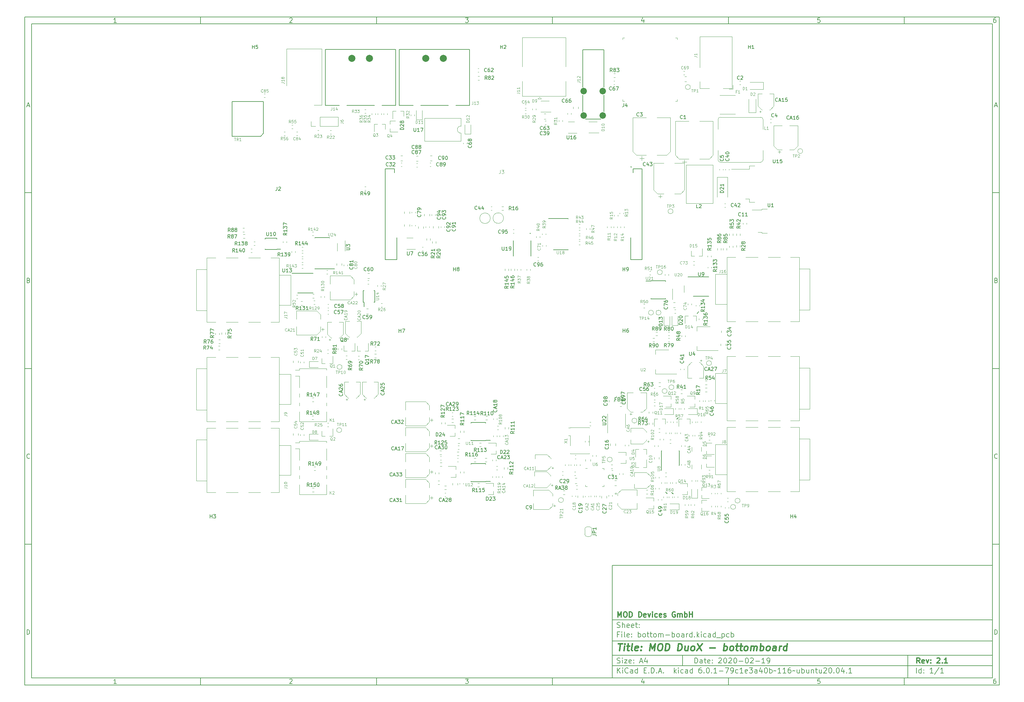
<source format=gbr>
G04 #@! TF.GenerationSoftware,KiCad,Pcbnew,6.0.1-79c1e3a40b~116~ubuntu20.04.1*
G04 #@! TF.CreationDate,2022-01-27T16:10:43+01:00*
G04 #@! TF.ProjectId,bottom-board,626f7474-6f6d-42d6-926f-6172642e6b69,2.1*
G04 #@! TF.SameCoordinates,PX48111b4PY15fd6c8*
G04 #@! TF.FileFunction,Legend,Top*
G04 #@! TF.FilePolarity,Positive*
%FSLAX46Y46*%
G04 Gerber Fmt 4.6, Leading zero omitted, Abs format (unit mm)*
G04 Created by KiCad (PCBNEW 6.0.1-79c1e3a40b~116~ubuntu20.04.1) date 2022-01-27 16:10:43*
%MOMM*%
%LPD*%
G01*
G04 APERTURE LIST*
%ADD10C,0.100000*%
%ADD11C,0.150000*%
%ADD12C,0.300000*%
%ADD13C,0.400000*%
%ADD14C,0.120000*%
%ADD15C,0.015000*%
%ADD16C,0.127000*%
%ADD17C,0.200000*%
%ADD18C,2.000000*%
%ADD19C,1.850000*%
G04 APERTURE END LIST*
D10*
D11*
X101434660Y-142949080D02*
X101434660Y-174949080D01*
X209434660Y-174949080D01*
X209434660Y-142949080D01*
X101434660Y-142949080D01*
D10*
D11*
X-65567540Y13058120D02*
X-65567540Y-176949080D01*
X211434660Y-176949080D01*
X211434660Y13058120D01*
X-65567540Y13058120D01*
D10*
D11*
X-63567540Y11058120D02*
X-63567540Y-174949080D01*
X209434660Y-174949080D01*
X209434660Y11058120D01*
X-63567540Y11058120D01*
D10*
D11*
X-15567540Y11058120D02*
X-15567540Y13058120D01*
D10*
D11*
X34432460Y11058120D02*
X34432460Y13058120D01*
D10*
D11*
X84432460Y11058120D02*
X84432460Y13058120D01*
D10*
D11*
X134432460Y11058120D02*
X134432460Y13058120D01*
D10*
D11*
X184432460Y11058120D02*
X184432460Y13058120D01*
D10*
D11*
X-39502064Y11470025D02*
X-40244921Y11470025D01*
X-39873493Y11470025D02*
X-39873493Y12770025D01*
X-39997302Y12584311D01*
X-40121112Y12460501D01*
X-40244921Y12398597D01*
D10*
D11*
X9755079Y12646216D02*
X9816983Y12708120D01*
X9940793Y12770025D01*
X10250317Y12770025D01*
X10374126Y12708120D01*
X10436031Y12646216D01*
X10497936Y12522406D01*
X10497936Y12398597D01*
X10436031Y12212882D01*
X9693174Y11470025D01*
X10497936Y11470025D01*
D10*
D11*
X59693174Y12770025D02*
X60497936Y12770025D01*
X60064602Y12274787D01*
X60250317Y12274787D01*
X60374126Y12212882D01*
X60436031Y12150978D01*
X60497936Y12027168D01*
X60497936Y11717644D01*
X60436031Y11593835D01*
X60374126Y11531930D01*
X60250317Y11470025D01*
X59878888Y11470025D01*
X59755079Y11531930D01*
X59693174Y11593835D01*
D10*
D11*
X110374126Y12336692D02*
X110374126Y11470025D01*
X110064602Y12831930D02*
X109755079Y11903359D01*
X110559840Y11903359D01*
D10*
D11*
X160436031Y12770025D02*
X159816983Y12770025D01*
X159755079Y12150978D01*
X159816983Y12212882D01*
X159940793Y12274787D01*
X160250317Y12274787D01*
X160374126Y12212882D01*
X160436031Y12150978D01*
X160497936Y12027168D01*
X160497936Y11717644D01*
X160436031Y11593835D01*
X160374126Y11531930D01*
X160250317Y11470025D01*
X159940793Y11470025D01*
X159816983Y11531930D01*
X159755079Y11593835D01*
D10*
D11*
X210374126Y12770025D02*
X210126507Y12770025D01*
X210002698Y12708120D01*
X209940793Y12646216D01*
X209816983Y12460501D01*
X209755079Y12212882D01*
X209755079Y11717644D01*
X209816983Y11593835D01*
X209878888Y11531930D01*
X210002698Y11470025D01*
X210250317Y11470025D01*
X210374126Y11531930D01*
X210436031Y11593835D01*
X210497936Y11717644D01*
X210497936Y12027168D01*
X210436031Y12150978D01*
X210374126Y12212882D01*
X210250317Y12274787D01*
X210002698Y12274787D01*
X209878888Y12212882D01*
X209816983Y12150978D01*
X209755079Y12027168D01*
D10*
D11*
X-15567540Y-174949080D02*
X-15567540Y-176949080D01*
D10*
D11*
X34432460Y-174949080D02*
X34432460Y-176949080D01*
D10*
D11*
X84432460Y-174949080D02*
X84432460Y-176949080D01*
D10*
D11*
X134432460Y-174949080D02*
X134432460Y-176949080D01*
D10*
D11*
X184432460Y-174949080D02*
X184432460Y-176949080D01*
D10*
D11*
X-39502064Y-176537175D02*
X-40244921Y-176537175D01*
X-39873493Y-176537175D02*
X-39873493Y-175237175D01*
X-39997302Y-175422889D01*
X-40121112Y-175546699D01*
X-40244921Y-175608603D01*
D10*
D11*
X9755079Y-175360984D02*
X9816983Y-175299080D01*
X9940793Y-175237175D01*
X10250317Y-175237175D01*
X10374126Y-175299080D01*
X10436031Y-175360984D01*
X10497936Y-175484794D01*
X10497936Y-175608603D01*
X10436031Y-175794318D01*
X9693174Y-176537175D01*
X10497936Y-176537175D01*
D10*
D11*
X59693174Y-175237175D02*
X60497936Y-175237175D01*
X60064602Y-175732413D01*
X60250317Y-175732413D01*
X60374126Y-175794318D01*
X60436031Y-175856222D01*
X60497936Y-175980032D01*
X60497936Y-176289556D01*
X60436031Y-176413365D01*
X60374126Y-176475270D01*
X60250317Y-176537175D01*
X59878888Y-176537175D01*
X59755079Y-176475270D01*
X59693174Y-176413365D01*
D10*
D11*
X110374126Y-175670508D02*
X110374126Y-176537175D01*
X110064602Y-175175270D02*
X109755079Y-176103841D01*
X110559840Y-176103841D01*
D10*
D11*
X160436031Y-175237175D02*
X159816983Y-175237175D01*
X159755079Y-175856222D01*
X159816983Y-175794318D01*
X159940793Y-175732413D01*
X160250317Y-175732413D01*
X160374126Y-175794318D01*
X160436031Y-175856222D01*
X160497936Y-175980032D01*
X160497936Y-176289556D01*
X160436031Y-176413365D01*
X160374126Y-176475270D01*
X160250317Y-176537175D01*
X159940793Y-176537175D01*
X159816983Y-176475270D01*
X159755079Y-176413365D01*
D10*
D11*
X210374126Y-175237175D02*
X210126507Y-175237175D01*
X210002698Y-175299080D01*
X209940793Y-175360984D01*
X209816983Y-175546699D01*
X209755079Y-175794318D01*
X209755079Y-176289556D01*
X209816983Y-176413365D01*
X209878888Y-176475270D01*
X210002698Y-176537175D01*
X210250317Y-176537175D01*
X210374126Y-176475270D01*
X210436031Y-176413365D01*
X210497936Y-176289556D01*
X210497936Y-175980032D01*
X210436031Y-175856222D01*
X210374126Y-175794318D01*
X210250317Y-175732413D01*
X210002698Y-175732413D01*
X209878888Y-175794318D01*
X209816983Y-175856222D01*
X209755079Y-175980032D01*
D10*
D11*
X-65567540Y-36941880D02*
X-63567540Y-36941880D01*
D10*
D11*
X-65567540Y-86941880D02*
X-63567540Y-86941880D01*
D10*
D11*
X-65567540Y-136941880D02*
X-63567540Y-136941880D01*
D10*
D11*
X-64877064Y-12158546D02*
X-64258017Y-12158546D01*
X-65000874Y-12529975D02*
X-64567540Y-11229975D01*
X-64134207Y-12529975D01*
D10*
D11*
X-64474683Y-61849022D02*
X-64288969Y-61910927D01*
X-64227064Y-61972832D01*
X-64165160Y-62096641D01*
X-64165160Y-62282356D01*
X-64227064Y-62406165D01*
X-64288969Y-62468070D01*
X-64412779Y-62529975D01*
X-64908017Y-62529975D01*
X-64908017Y-61229975D01*
X-64474683Y-61229975D01*
X-64350874Y-61291880D01*
X-64288969Y-61353784D01*
X-64227064Y-61477594D01*
X-64227064Y-61601403D01*
X-64288969Y-61725213D01*
X-64350874Y-61787118D01*
X-64474683Y-61849022D01*
X-64908017Y-61849022D01*
D10*
D11*
X-64165160Y-112406165D02*
X-64227064Y-112468070D01*
X-64412779Y-112529975D01*
X-64536588Y-112529975D01*
X-64722302Y-112468070D01*
X-64846112Y-112344260D01*
X-64908017Y-112220451D01*
X-64969921Y-111972832D01*
X-64969921Y-111787118D01*
X-64908017Y-111539499D01*
X-64846112Y-111415689D01*
X-64722302Y-111291880D01*
X-64536588Y-111229975D01*
X-64412779Y-111229975D01*
X-64227064Y-111291880D01*
X-64165160Y-111353784D01*
D10*
D11*
X-64908017Y-162529975D02*
X-64908017Y-161229975D01*
X-64598493Y-161229975D01*
X-64412779Y-161291880D01*
X-64288969Y-161415689D01*
X-64227064Y-161539499D01*
X-64165160Y-161787118D01*
X-64165160Y-161972832D01*
X-64227064Y-162220451D01*
X-64288969Y-162344260D01*
X-64412779Y-162468070D01*
X-64598493Y-162529975D01*
X-64908017Y-162529975D01*
D10*
D11*
X211434660Y-36941880D02*
X209434660Y-36941880D01*
D10*
D11*
X211434660Y-86941880D02*
X209434660Y-86941880D01*
D10*
D11*
X211434660Y-136941880D02*
X209434660Y-136941880D01*
D10*
D11*
X210125136Y-12158546D02*
X210744183Y-12158546D01*
X210001326Y-12529975D02*
X210434660Y-11229975D01*
X210867993Y-12529975D01*
D10*
D11*
X210527517Y-61849022D02*
X210713231Y-61910927D01*
X210775136Y-61972832D01*
X210837040Y-62096641D01*
X210837040Y-62282356D01*
X210775136Y-62406165D01*
X210713231Y-62468070D01*
X210589421Y-62529975D01*
X210094183Y-62529975D01*
X210094183Y-61229975D01*
X210527517Y-61229975D01*
X210651326Y-61291880D01*
X210713231Y-61353784D01*
X210775136Y-61477594D01*
X210775136Y-61601403D01*
X210713231Y-61725213D01*
X210651326Y-61787118D01*
X210527517Y-61849022D01*
X210094183Y-61849022D01*
D10*
D11*
X210837040Y-112406165D02*
X210775136Y-112468070D01*
X210589421Y-112529975D01*
X210465612Y-112529975D01*
X210279898Y-112468070D01*
X210156088Y-112344260D01*
X210094183Y-112220451D01*
X210032279Y-111972832D01*
X210032279Y-111787118D01*
X210094183Y-111539499D01*
X210156088Y-111415689D01*
X210279898Y-111291880D01*
X210465612Y-111229975D01*
X210589421Y-111229975D01*
X210775136Y-111291880D01*
X210837040Y-111353784D01*
D10*
D11*
X210094183Y-162529975D02*
X210094183Y-161229975D01*
X210403707Y-161229975D01*
X210589421Y-161291880D01*
X210713231Y-161415689D01*
X210775136Y-161539499D01*
X210837040Y-161787118D01*
X210837040Y-161972832D01*
X210775136Y-162220451D01*
X210713231Y-162344260D01*
X210589421Y-162468070D01*
X210403707Y-162529975D01*
X210094183Y-162529975D01*
D10*
D11*
X124866802Y-170727651D02*
X124866802Y-169227651D01*
X125223945Y-169227651D01*
X125438231Y-169299080D01*
X125581088Y-169441937D01*
X125652517Y-169584794D01*
X125723945Y-169870508D01*
X125723945Y-170084794D01*
X125652517Y-170370508D01*
X125581088Y-170513365D01*
X125438231Y-170656222D01*
X125223945Y-170727651D01*
X124866802Y-170727651D01*
X127009660Y-170727651D02*
X127009660Y-169941937D01*
X126938231Y-169799080D01*
X126795374Y-169727651D01*
X126509660Y-169727651D01*
X126366802Y-169799080D01*
X127009660Y-170656222D02*
X126866802Y-170727651D01*
X126509660Y-170727651D01*
X126366802Y-170656222D01*
X126295374Y-170513365D01*
X126295374Y-170370508D01*
X126366802Y-170227651D01*
X126509660Y-170156222D01*
X126866802Y-170156222D01*
X127009660Y-170084794D01*
X127509660Y-169727651D02*
X128081088Y-169727651D01*
X127723945Y-169227651D02*
X127723945Y-170513365D01*
X127795374Y-170656222D01*
X127938231Y-170727651D01*
X128081088Y-170727651D01*
X129152517Y-170656222D02*
X129009660Y-170727651D01*
X128723945Y-170727651D01*
X128581088Y-170656222D01*
X128509660Y-170513365D01*
X128509660Y-169941937D01*
X128581088Y-169799080D01*
X128723945Y-169727651D01*
X129009660Y-169727651D01*
X129152517Y-169799080D01*
X129223945Y-169941937D01*
X129223945Y-170084794D01*
X128509660Y-170227651D01*
X129866802Y-170584794D02*
X129938231Y-170656222D01*
X129866802Y-170727651D01*
X129795374Y-170656222D01*
X129866802Y-170584794D01*
X129866802Y-170727651D01*
X129866802Y-169799080D02*
X129938231Y-169870508D01*
X129866802Y-169941937D01*
X129795374Y-169870508D01*
X129866802Y-169799080D01*
X129866802Y-169941937D01*
X131652517Y-169370508D02*
X131723945Y-169299080D01*
X131866802Y-169227651D01*
X132223945Y-169227651D01*
X132366802Y-169299080D01*
X132438231Y-169370508D01*
X132509660Y-169513365D01*
X132509660Y-169656222D01*
X132438231Y-169870508D01*
X131581088Y-170727651D01*
X132509660Y-170727651D01*
X133438231Y-169227651D02*
X133581088Y-169227651D01*
X133723945Y-169299080D01*
X133795374Y-169370508D01*
X133866802Y-169513365D01*
X133938231Y-169799080D01*
X133938231Y-170156222D01*
X133866802Y-170441937D01*
X133795374Y-170584794D01*
X133723945Y-170656222D01*
X133581088Y-170727651D01*
X133438231Y-170727651D01*
X133295374Y-170656222D01*
X133223945Y-170584794D01*
X133152517Y-170441937D01*
X133081088Y-170156222D01*
X133081088Y-169799080D01*
X133152517Y-169513365D01*
X133223945Y-169370508D01*
X133295374Y-169299080D01*
X133438231Y-169227651D01*
X134509660Y-169370508D02*
X134581088Y-169299080D01*
X134723945Y-169227651D01*
X135081088Y-169227651D01*
X135223945Y-169299080D01*
X135295374Y-169370508D01*
X135366802Y-169513365D01*
X135366802Y-169656222D01*
X135295374Y-169870508D01*
X134438231Y-170727651D01*
X135366802Y-170727651D01*
X136295374Y-169227651D02*
X136438231Y-169227651D01*
X136581088Y-169299080D01*
X136652517Y-169370508D01*
X136723945Y-169513365D01*
X136795374Y-169799080D01*
X136795374Y-170156222D01*
X136723945Y-170441937D01*
X136652517Y-170584794D01*
X136581088Y-170656222D01*
X136438231Y-170727651D01*
X136295374Y-170727651D01*
X136152517Y-170656222D01*
X136081088Y-170584794D01*
X136009660Y-170441937D01*
X135938231Y-170156222D01*
X135938231Y-169799080D01*
X136009660Y-169513365D01*
X136081088Y-169370508D01*
X136152517Y-169299080D01*
X136295374Y-169227651D01*
X137438231Y-170156222D02*
X138581088Y-170156222D01*
X139581088Y-169227651D02*
X139723945Y-169227651D01*
X139866802Y-169299080D01*
X139938231Y-169370508D01*
X140009660Y-169513365D01*
X140081088Y-169799080D01*
X140081088Y-170156222D01*
X140009660Y-170441937D01*
X139938231Y-170584794D01*
X139866802Y-170656222D01*
X139723945Y-170727651D01*
X139581088Y-170727651D01*
X139438231Y-170656222D01*
X139366802Y-170584794D01*
X139295374Y-170441937D01*
X139223945Y-170156222D01*
X139223945Y-169799080D01*
X139295374Y-169513365D01*
X139366802Y-169370508D01*
X139438231Y-169299080D01*
X139581088Y-169227651D01*
X140652517Y-169370508D02*
X140723945Y-169299080D01*
X140866802Y-169227651D01*
X141223945Y-169227651D01*
X141366802Y-169299080D01*
X141438231Y-169370508D01*
X141509660Y-169513365D01*
X141509660Y-169656222D01*
X141438231Y-169870508D01*
X140581088Y-170727651D01*
X141509660Y-170727651D01*
X142152517Y-170156222D02*
X143295374Y-170156222D01*
X144795374Y-170727651D02*
X143938231Y-170727651D01*
X144366802Y-170727651D02*
X144366802Y-169227651D01*
X144223945Y-169441937D01*
X144081088Y-169584794D01*
X143938231Y-169656222D01*
X145509660Y-170727651D02*
X145795374Y-170727651D01*
X145938231Y-170656222D01*
X146009660Y-170584794D01*
X146152517Y-170370508D01*
X146223945Y-170084794D01*
X146223945Y-169513365D01*
X146152517Y-169370508D01*
X146081088Y-169299080D01*
X145938231Y-169227651D01*
X145652517Y-169227651D01*
X145509660Y-169299080D01*
X145438231Y-169370508D01*
X145366802Y-169513365D01*
X145366802Y-169870508D01*
X145438231Y-170013365D01*
X145509660Y-170084794D01*
X145652517Y-170156222D01*
X145938231Y-170156222D01*
X146081088Y-170084794D01*
X146152517Y-170013365D01*
X146223945Y-169870508D01*
D10*
D11*
X101434660Y-171449080D02*
X209434660Y-171449080D01*
D10*
D11*
X102866802Y-173527651D02*
X102866802Y-172027651D01*
X103723945Y-173527651D02*
X103081088Y-172670508D01*
X103723945Y-172027651D02*
X102866802Y-172884794D01*
X104366802Y-173527651D02*
X104366802Y-172527651D01*
X104366802Y-172027651D02*
X104295374Y-172099080D01*
X104366802Y-172170508D01*
X104438231Y-172099080D01*
X104366802Y-172027651D01*
X104366802Y-172170508D01*
X105938231Y-173384794D02*
X105866802Y-173456222D01*
X105652517Y-173527651D01*
X105509660Y-173527651D01*
X105295374Y-173456222D01*
X105152517Y-173313365D01*
X105081088Y-173170508D01*
X105009660Y-172884794D01*
X105009660Y-172670508D01*
X105081088Y-172384794D01*
X105152517Y-172241937D01*
X105295374Y-172099080D01*
X105509660Y-172027651D01*
X105652517Y-172027651D01*
X105866802Y-172099080D01*
X105938231Y-172170508D01*
X107223945Y-173527651D02*
X107223945Y-172741937D01*
X107152517Y-172599080D01*
X107009660Y-172527651D01*
X106723945Y-172527651D01*
X106581088Y-172599080D01*
X107223945Y-173456222D02*
X107081088Y-173527651D01*
X106723945Y-173527651D01*
X106581088Y-173456222D01*
X106509660Y-173313365D01*
X106509660Y-173170508D01*
X106581088Y-173027651D01*
X106723945Y-172956222D01*
X107081088Y-172956222D01*
X107223945Y-172884794D01*
X108581088Y-173527651D02*
X108581088Y-172027651D01*
X108581088Y-173456222D02*
X108438231Y-173527651D01*
X108152517Y-173527651D01*
X108009660Y-173456222D01*
X107938231Y-173384794D01*
X107866802Y-173241937D01*
X107866802Y-172813365D01*
X107938231Y-172670508D01*
X108009660Y-172599080D01*
X108152517Y-172527651D01*
X108438231Y-172527651D01*
X108581088Y-172599080D01*
X110438231Y-172741937D02*
X110938231Y-172741937D01*
X111152517Y-173527651D02*
X110438231Y-173527651D01*
X110438231Y-172027651D01*
X111152517Y-172027651D01*
X111795374Y-173384794D02*
X111866802Y-173456222D01*
X111795374Y-173527651D01*
X111723945Y-173456222D01*
X111795374Y-173384794D01*
X111795374Y-173527651D01*
X112509660Y-173527651D02*
X112509660Y-172027651D01*
X112866802Y-172027651D01*
X113081088Y-172099080D01*
X113223945Y-172241937D01*
X113295374Y-172384794D01*
X113366802Y-172670508D01*
X113366802Y-172884794D01*
X113295374Y-173170508D01*
X113223945Y-173313365D01*
X113081088Y-173456222D01*
X112866802Y-173527651D01*
X112509660Y-173527651D01*
X114009660Y-173384794D02*
X114081088Y-173456222D01*
X114009660Y-173527651D01*
X113938231Y-173456222D01*
X114009660Y-173384794D01*
X114009660Y-173527651D01*
X114652517Y-173099080D02*
X115366802Y-173099080D01*
X114509660Y-173527651D02*
X115009660Y-172027651D01*
X115509660Y-173527651D01*
X116009660Y-173384794D02*
X116081088Y-173456222D01*
X116009660Y-173527651D01*
X115938231Y-173456222D01*
X116009660Y-173384794D01*
X116009660Y-173527651D01*
X119009660Y-173527651D02*
X119009660Y-172027651D01*
X119152517Y-172956222D02*
X119581088Y-173527651D01*
X119581088Y-172527651D02*
X119009660Y-173099080D01*
X120223945Y-173527651D02*
X120223945Y-172527651D01*
X120223945Y-172027651D02*
X120152517Y-172099080D01*
X120223945Y-172170508D01*
X120295374Y-172099080D01*
X120223945Y-172027651D01*
X120223945Y-172170508D01*
X121581088Y-173456222D02*
X121438231Y-173527651D01*
X121152517Y-173527651D01*
X121009660Y-173456222D01*
X120938231Y-173384794D01*
X120866802Y-173241937D01*
X120866802Y-172813365D01*
X120938231Y-172670508D01*
X121009660Y-172599080D01*
X121152517Y-172527651D01*
X121438231Y-172527651D01*
X121581088Y-172599080D01*
X122866802Y-173527651D02*
X122866802Y-172741937D01*
X122795374Y-172599080D01*
X122652517Y-172527651D01*
X122366802Y-172527651D01*
X122223945Y-172599080D01*
X122866802Y-173456222D02*
X122723945Y-173527651D01*
X122366802Y-173527651D01*
X122223945Y-173456222D01*
X122152517Y-173313365D01*
X122152517Y-173170508D01*
X122223945Y-173027651D01*
X122366802Y-172956222D01*
X122723945Y-172956222D01*
X122866802Y-172884794D01*
X124223945Y-173527651D02*
X124223945Y-172027651D01*
X124223945Y-173456222D02*
X124081088Y-173527651D01*
X123795374Y-173527651D01*
X123652517Y-173456222D01*
X123581088Y-173384794D01*
X123509660Y-173241937D01*
X123509660Y-172813365D01*
X123581088Y-172670508D01*
X123652517Y-172599080D01*
X123795374Y-172527651D01*
X124081088Y-172527651D01*
X124223945Y-172599080D01*
X126723945Y-172027651D02*
X126438231Y-172027651D01*
X126295374Y-172099080D01*
X126223945Y-172170508D01*
X126081088Y-172384794D01*
X126009660Y-172670508D01*
X126009660Y-173241937D01*
X126081088Y-173384794D01*
X126152517Y-173456222D01*
X126295374Y-173527651D01*
X126581088Y-173527651D01*
X126723945Y-173456222D01*
X126795374Y-173384794D01*
X126866802Y-173241937D01*
X126866802Y-172884794D01*
X126795374Y-172741937D01*
X126723945Y-172670508D01*
X126581088Y-172599080D01*
X126295374Y-172599080D01*
X126152517Y-172670508D01*
X126081088Y-172741937D01*
X126009660Y-172884794D01*
X127509660Y-173384794D02*
X127581088Y-173456222D01*
X127509660Y-173527651D01*
X127438231Y-173456222D01*
X127509660Y-173384794D01*
X127509660Y-173527651D01*
X128509660Y-172027651D02*
X128652517Y-172027651D01*
X128795374Y-172099080D01*
X128866802Y-172170508D01*
X128938231Y-172313365D01*
X129009660Y-172599080D01*
X129009660Y-172956222D01*
X128938231Y-173241937D01*
X128866802Y-173384794D01*
X128795374Y-173456222D01*
X128652517Y-173527651D01*
X128509660Y-173527651D01*
X128366802Y-173456222D01*
X128295374Y-173384794D01*
X128223945Y-173241937D01*
X128152517Y-172956222D01*
X128152517Y-172599080D01*
X128223945Y-172313365D01*
X128295374Y-172170508D01*
X128366802Y-172099080D01*
X128509660Y-172027651D01*
X129652517Y-173384794D02*
X129723945Y-173456222D01*
X129652517Y-173527651D01*
X129581088Y-173456222D01*
X129652517Y-173384794D01*
X129652517Y-173527651D01*
X131152517Y-173527651D02*
X130295374Y-173527651D01*
X130723945Y-173527651D02*
X130723945Y-172027651D01*
X130581088Y-172241937D01*
X130438231Y-172384794D01*
X130295374Y-172456222D01*
X131795374Y-172956222D02*
X132938231Y-172956222D01*
X133509660Y-172027651D02*
X134509660Y-172027651D01*
X133866802Y-173527651D01*
X135152517Y-173527651D02*
X135438231Y-173527651D01*
X135581088Y-173456222D01*
X135652517Y-173384794D01*
X135795374Y-173170508D01*
X135866802Y-172884794D01*
X135866802Y-172313365D01*
X135795374Y-172170508D01*
X135723945Y-172099080D01*
X135581088Y-172027651D01*
X135295374Y-172027651D01*
X135152517Y-172099080D01*
X135081088Y-172170508D01*
X135009660Y-172313365D01*
X135009660Y-172670508D01*
X135081088Y-172813365D01*
X135152517Y-172884794D01*
X135295374Y-172956222D01*
X135581088Y-172956222D01*
X135723945Y-172884794D01*
X135795374Y-172813365D01*
X135866802Y-172670508D01*
X137152517Y-173456222D02*
X137009660Y-173527651D01*
X136723945Y-173527651D01*
X136581088Y-173456222D01*
X136509660Y-173384794D01*
X136438231Y-173241937D01*
X136438231Y-172813365D01*
X136509660Y-172670508D01*
X136581088Y-172599080D01*
X136723945Y-172527651D01*
X137009660Y-172527651D01*
X137152517Y-172599080D01*
X138581088Y-173527651D02*
X137723945Y-173527651D01*
X138152517Y-173527651D02*
X138152517Y-172027651D01*
X138009660Y-172241937D01*
X137866802Y-172384794D01*
X137723945Y-172456222D01*
X139795374Y-173456222D02*
X139652517Y-173527651D01*
X139366802Y-173527651D01*
X139223945Y-173456222D01*
X139152517Y-173313365D01*
X139152517Y-172741937D01*
X139223945Y-172599080D01*
X139366802Y-172527651D01*
X139652517Y-172527651D01*
X139795374Y-172599080D01*
X139866802Y-172741937D01*
X139866802Y-172884794D01*
X139152517Y-173027651D01*
X140366802Y-172027651D02*
X141295374Y-172027651D01*
X140795374Y-172599080D01*
X141009660Y-172599080D01*
X141152517Y-172670508D01*
X141223945Y-172741937D01*
X141295374Y-172884794D01*
X141295374Y-173241937D01*
X141223945Y-173384794D01*
X141152517Y-173456222D01*
X141009660Y-173527651D01*
X140581088Y-173527651D01*
X140438231Y-173456222D01*
X140366802Y-173384794D01*
X142581088Y-173527651D02*
X142581088Y-172741937D01*
X142509660Y-172599080D01*
X142366802Y-172527651D01*
X142081088Y-172527651D01*
X141938231Y-172599080D01*
X142581088Y-173456222D02*
X142438231Y-173527651D01*
X142081088Y-173527651D01*
X141938231Y-173456222D01*
X141866802Y-173313365D01*
X141866802Y-173170508D01*
X141938231Y-173027651D01*
X142081088Y-172956222D01*
X142438231Y-172956222D01*
X142581088Y-172884794D01*
X143938231Y-172527651D02*
X143938231Y-173527651D01*
X143581088Y-171956222D02*
X143223945Y-173027651D01*
X144152517Y-173027651D01*
X145009660Y-172027651D02*
X145152517Y-172027651D01*
X145295374Y-172099080D01*
X145366802Y-172170508D01*
X145438231Y-172313365D01*
X145509660Y-172599080D01*
X145509660Y-172956222D01*
X145438231Y-173241937D01*
X145366802Y-173384794D01*
X145295374Y-173456222D01*
X145152517Y-173527651D01*
X145009660Y-173527651D01*
X144866802Y-173456222D01*
X144795374Y-173384794D01*
X144723945Y-173241937D01*
X144652517Y-172956222D01*
X144652517Y-172599080D01*
X144723945Y-172313365D01*
X144795374Y-172170508D01*
X144866802Y-172099080D01*
X145009660Y-172027651D01*
X146152517Y-173527651D02*
X146152517Y-172027651D01*
X146152517Y-172599080D02*
X146295374Y-172527651D01*
X146581088Y-172527651D01*
X146723945Y-172599080D01*
X146795374Y-172670508D01*
X146866802Y-172813365D01*
X146866802Y-173241937D01*
X146795374Y-173384794D01*
X146723945Y-173456222D01*
X146581088Y-173527651D01*
X146295374Y-173527651D01*
X146152517Y-173456222D01*
X147295374Y-172956222D02*
X147366802Y-172884794D01*
X147509660Y-172813365D01*
X147795374Y-172956222D01*
X147938231Y-172884794D01*
X148009660Y-172813365D01*
X149366802Y-173527651D02*
X148509660Y-173527651D01*
X148938231Y-173527651D02*
X148938231Y-172027651D01*
X148795374Y-172241937D01*
X148652517Y-172384794D01*
X148509660Y-172456222D01*
X150795374Y-173527651D02*
X149938231Y-173527651D01*
X150366802Y-173527651D02*
X150366802Y-172027651D01*
X150223945Y-172241937D01*
X150081088Y-172384794D01*
X149938231Y-172456222D01*
X152081088Y-172027651D02*
X151795374Y-172027651D01*
X151652517Y-172099080D01*
X151581088Y-172170508D01*
X151438231Y-172384794D01*
X151366802Y-172670508D01*
X151366802Y-173241937D01*
X151438231Y-173384794D01*
X151509659Y-173456222D01*
X151652517Y-173527651D01*
X151938231Y-173527651D01*
X152081088Y-173456222D01*
X152152517Y-173384794D01*
X152223945Y-173241937D01*
X152223945Y-172884794D01*
X152152517Y-172741937D01*
X152081088Y-172670508D01*
X151938231Y-172599080D01*
X151652517Y-172599080D01*
X151509659Y-172670508D01*
X151438231Y-172741937D01*
X151366802Y-172884794D01*
X152652517Y-172956222D02*
X152723945Y-172884794D01*
X152866802Y-172813365D01*
X153152517Y-172956222D01*
X153295374Y-172884794D01*
X153366802Y-172813365D01*
X154581088Y-172527651D02*
X154581088Y-173527651D01*
X153938231Y-172527651D02*
X153938231Y-173313365D01*
X154009659Y-173456222D01*
X154152517Y-173527651D01*
X154366802Y-173527651D01*
X154509659Y-173456222D01*
X154581088Y-173384794D01*
X155295374Y-173527651D02*
X155295374Y-172027651D01*
X155295374Y-172599080D02*
X155438231Y-172527651D01*
X155723945Y-172527651D01*
X155866802Y-172599080D01*
X155938231Y-172670508D01*
X156009660Y-172813365D01*
X156009660Y-173241937D01*
X155938231Y-173384794D01*
X155866802Y-173456222D01*
X155723945Y-173527651D01*
X155438231Y-173527651D01*
X155295374Y-173456222D01*
X157295374Y-172527651D02*
X157295374Y-173527651D01*
X156652517Y-172527651D02*
X156652517Y-173313365D01*
X156723945Y-173456222D01*
X156866802Y-173527651D01*
X157081088Y-173527651D01*
X157223945Y-173456222D01*
X157295374Y-173384794D01*
X158009660Y-172527651D02*
X158009660Y-173527651D01*
X158009660Y-172670508D02*
X158081088Y-172599080D01*
X158223945Y-172527651D01*
X158438231Y-172527651D01*
X158581088Y-172599080D01*
X158652517Y-172741937D01*
X158652517Y-173527651D01*
X159152517Y-172527651D02*
X159723945Y-172527651D01*
X159366802Y-172027651D02*
X159366802Y-173313365D01*
X159438231Y-173456222D01*
X159581088Y-173527651D01*
X159723945Y-173527651D01*
X160866802Y-172527651D02*
X160866802Y-173527651D01*
X160223945Y-172527651D02*
X160223945Y-173313365D01*
X160295374Y-173456222D01*
X160438231Y-173527651D01*
X160652517Y-173527651D01*
X160795374Y-173456222D01*
X160866802Y-173384794D01*
X161509660Y-172170508D02*
X161581088Y-172099080D01*
X161723945Y-172027651D01*
X162081088Y-172027651D01*
X162223945Y-172099080D01*
X162295374Y-172170508D01*
X162366802Y-172313365D01*
X162366802Y-172456222D01*
X162295374Y-172670508D01*
X161438231Y-173527651D01*
X162366802Y-173527651D01*
X163295374Y-172027651D02*
X163438231Y-172027651D01*
X163581088Y-172099080D01*
X163652517Y-172170508D01*
X163723945Y-172313365D01*
X163795374Y-172599080D01*
X163795374Y-172956222D01*
X163723945Y-173241937D01*
X163652517Y-173384794D01*
X163581088Y-173456222D01*
X163438231Y-173527651D01*
X163295374Y-173527651D01*
X163152517Y-173456222D01*
X163081088Y-173384794D01*
X163009660Y-173241937D01*
X162938231Y-172956222D01*
X162938231Y-172599080D01*
X163009660Y-172313365D01*
X163081088Y-172170508D01*
X163152517Y-172099080D01*
X163295374Y-172027651D01*
X164438231Y-173384794D02*
X164509659Y-173456222D01*
X164438231Y-173527651D01*
X164366802Y-173456222D01*
X164438231Y-173384794D01*
X164438231Y-173527651D01*
X165438231Y-172027651D02*
X165581088Y-172027651D01*
X165723945Y-172099080D01*
X165795374Y-172170508D01*
X165866802Y-172313365D01*
X165938231Y-172599080D01*
X165938231Y-172956222D01*
X165866802Y-173241937D01*
X165795374Y-173384794D01*
X165723945Y-173456222D01*
X165581088Y-173527651D01*
X165438231Y-173527651D01*
X165295374Y-173456222D01*
X165223945Y-173384794D01*
X165152517Y-173241937D01*
X165081088Y-172956222D01*
X165081088Y-172599080D01*
X165152517Y-172313365D01*
X165223945Y-172170508D01*
X165295374Y-172099080D01*
X165438231Y-172027651D01*
X167223945Y-172527651D02*
X167223945Y-173527651D01*
X166866802Y-171956222D02*
X166509659Y-173027651D01*
X167438231Y-173027651D01*
X168009659Y-173384794D02*
X168081088Y-173456222D01*
X168009659Y-173527651D01*
X167938231Y-173456222D01*
X168009659Y-173384794D01*
X168009659Y-173527651D01*
X169509659Y-173527651D02*
X168652517Y-173527651D01*
X169081088Y-173527651D02*
X169081088Y-172027651D01*
X168938231Y-172241937D01*
X168795374Y-172384794D01*
X168652517Y-172456222D01*
D10*
D11*
X101434660Y-168449080D02*
X209434660Y-168449080D01*
D10*
D12*
X188843945Y-170727651D02*
X188343945Y-170013365D01*
X187986802Y-170727651D02*
X187986802Y-169227651D01*
X188558231Y-169227651D01*
X188701088Y-169299080D01*
X188772517Y-169370508D01*
X188843945Y-169513365D01*
X188843945Y-169727651D01*
X188772517Y-169870508D01*
X188701088Y-169941937D01*
X188558231Y-170013365D01*
X187986802Y-170013365D01*
X190058231Y-170656222D02*
X189915374Y-170727651D01*
X189629660Y-170727651D01*
X189486802Y-170656222D01*
X189415374Y-170513365D01*
X189415374Y-169941937D01*
X189486802Y-169799080D01*
X189629660Y-169727651D01*
X189915374Y-169727651D01*
X190058231Y-169799080D01*
X190129660Y-169941937D01*
X190129660Y-170084794D01*
X189415374Y-170227651D01*
X190629660Y-169727651D02*
X190986802Y-170727651D01*
X191343945Y-169727651D01*
X191915374Y-170584794D02*
X191986802Y-170656222D01*
X191915374Y-170727651D01*
X191843945Y-170656222D01*
X191915374Y-170584794D01*
X191915374Y-170727651D01*
X191915374Y-169799080D02*
X191986802Y-169870508D01*
X191915374Y-169941937D01*
X191843945Y-169870508D01*
X191915374Y-169799080D01*
X191915374Y-169941937D01*
X193701088Y-169370508D02*
X193772517Y-169299080D01*
X193915374Y-169227651D01*
X194272517Y-169227651D01*
X194415374Y-169299080D01*
X194486802Y-169370508D01*
X194558231Y-169513365D01*
X194558231Y-169656222D01*
X194486802Y-169870508D01*
X193629660Y-170727651D01*
X194558231Y-170727651D01*
X195201088Y-170584794D02*
X195272517Y-170656222D01*
X195201088Y-170727651D01*
X195129660Y-170656222D01*
X195201088Y-170584794D01*
X195201088Y-170727651D01*
X196701088Y-170727651D02*
X195843945Y-170727651D01*
X196272517Y-170727651D02*
X196272517Y-169227651D01*
X196129660Y-169441937D01*
X195986802Y-169584794D01*
X195843945Y-169656222D01*
D10*
D11*
X102795374Y-170656222D02*
X103009660Y-170727651D01*
X103366802Y-170727651D01*
X103509660Y-170656222D01*
X103581088Y-170584794D01*
X103652517Y-170441937D01*
X103652517Y-170299080D01*
X103581088Y-170156222D01*
X103509660Y-170084794D01*
X103366802Y-170013365D01*
X103081088Y-169941937D01*
X102938231Y-169870508D01*
X102866802Y-169799080D01*
X102795374Y-169656222D01*
X102795374Y-169513365D01*
X102866802Y-169370508D01*
X102938231Y-169299080D01*
X103081088Y-169227651D01*
X103438231Y-169227651D01*
X103652517Y-169299080D01*
X104295374Y-170727651D02*
X104295374Y-169727651D01*
X104295374Y-169227651D02*
X104223945Y-169299080D01*
X104295374Y-169370508D01*
X104366802Y-169299080D01*
X104295374Y-169227651D01*
X104295374Y-169370508D01*
X104866802Y-169727651D02*
X105652517Y-169727651D01*
X104866802Y-170727651D01*
X105652517Y-170727651D01*
X106795374Y-170656222D02*
X106652517Y-170727651D01*
X106366802Y-170727651D01*
X106223945Y-170656222D01*
X106152517Y-170513365D01*
X106152517Y-169941937D01*
X106223945Y-169799080D01*
X106366802Y-169727651D01*
X106652517Y-169727651D01*
X106795374Y-169799080D01*
X106866802Y-169941937D01*
X106866802Y-170084794D01*
X106152517Y-170227651D01*
X107509660Y-170584794D02*
X107581088Y-170656222D01*
X107509660Y-170727651D01*
X107438231Y-170656222D01*
X107509660Y-170584794D01*
X107509660Y-170727651D01*
X107509660Y-169799080D02*
X107581088Y-169870508D01*
X107509660Y-169941937D01*
X107438231Y-169870508D01*
X107509660Y-169799080D01*
X107509660Y-169941937D01*
X109295374Y-170299080D02*
X110009660Y-170299080D01*
X109152517Y-170727651D02*
X109652517Y-169227651D01*
X110152517Y-170727651D01*
X111295374Y-169727651D02*
X111295374Y-170727651D01*
X110938231Y-169156222D02*
X110581088Y-170227651D01*
X111509660Y-170227651D01*
D10*
D11*
X187866802Y-173527651D02*
X187866802Y-172027651D01*
X189223945Y-173527651D02*
X189223945Y-172027651D01*
X189223945Y-173456222D02*
X189081088Y-173527651D01*
X188795374Y-173527651D01*
X188652517Y-173456222D01*
X188581088Y-173384794D01*
X188509660Y-173241937D01*
X188509660Y-172813365D01*
X188581088Y-172670508D01*
X188652517Y-172599080D01*
X188795374Y-172527651D01*
X189081088Y-172527651D01*
X189223945Y-172599080D01*
X189938231Y-173384794D02*
X190009660Y-173456222D01*
X189938231Y-173527651D01*
X189866802Y-173456222D01*
X189938231Y-173384794D01*
X189938231Y-173527651D01*
X189938231Y-172599080D02*
X190009660Y-172670508D01*
X189938231Y-172741937D01*
X189866802Y-172670508D01*
X189938231Y-172599080D01*
X189938231Y-172741937D01*
X192581088Y-173527651D02*
X191723945Y-173527651D01*
X192152517Y-173527651D02*
X192152517Y-172027651D01*
X192009660Y-172241937D01*
X191866802Y-172384794D01*
X191723945Y-172456222D01*
X194295374Y-171956222D02*
X193009660Y-173884794D01*
X195581088Y-173527651D02*
X194723945Y-173527651D01*
X195152517Y-173527651D02*
X195152517Y-172027651D01*
X195009660Y-172241937D01*
X194866802Y-172384794D01*
X194723945Y-172456222D01*
D10*
D11*
X101434660Y-164449080D02*
X209434660Y-164449080D01*
D10*
D13*
X103147040Y-165153841D02*
X104289898Y-165153841D01*
X103468469Y-167153841D02*
X103718469Y-165153841D01*
X104706564Y-167153841D02*
X104873231Y-165820508D01*
X104956564Y-165153841D02*
X104849421Y-165249080D01*
X104932755Y-165344318D01*
X105039898Y-165249080D01*
X104956564Y-165153841D01*
X104932755Y-165344318D01*
X105539898Y-165820508D02*
X106301802Y-165820508D01*
X105908945Y-165153841D02*
X105694660Y-166868127D01*
X105766088Y-167058603D01*
X105944660Y-167153841D01*
X106135136Y-167153841D01*
X107087517Y-167153841D02*
X106908945Y-167058603D01*
X106837517Y-166868127D01*
X107051802Y-165153841D01*
X108623231Y-167058603D02*
X108420850Y-167153841D01*
X108039898Y-167153841D01*
X107861326Y-167058603D01*
X107789898Y-166868127D01*
X107885136Y-166106222D01*
X108004183Y-165915746D01*
X108206564Y-165820508D01*
X108587517Y-165820508D01*
X108766088Y-165915746D01*
X108837517Y-166106222D01*
X108813707Y-166296699D01*
X107837517Y-166487175D01*
X109587517Y-166963365D02*
X109670850Y-167058603D01*
X109563707Y-167153841D01*
X109480374Y-167058603D01*
X109587517Y-166963365D01*
X109563707Y-167153841D01*
X109718469Y-165915746D02*
X109801802Y-166010984D01*
X109694660Y-166106222D01*
X109611326Y-166010984D01*
X109718469Y-165915746D01*
X109694660Y-166106222D01*
X112039898Y-167153841D02*
X112289898Y-165153841D01*
X112777993Y-166582413D01*
X113623231Y-165153841D01*
X113373231Y-167153841D01*
X114956564Y-165153841D02*
X115337517Y-165153841D01*
X115516088Y-165249080D01*
X115682755Y-165439556D01*
X115730374Y-165820508D01*
X115647040Y-166487175D01*
X115504183Y-166868127D01*
X115289898Y-167058603D01*
X115087517Y-167153841D01*
X114706564Y-167153841D01*
X114527993Y-167058603D01*
X114361326Y-166868127D01*
X114313707Y-166487175D01*
X114397040Y-165820508D01*
X114539898Y-165439556D01*
X114754183Y-165249080D01*
X114956564Y-165153841D01*
X116420850Y-167153841D02*
X116670850Y-165153841D01*
X117147040Y-165153841D01*
X117420850Y-165249080D01*
X117587517Y-165439556D01*
X117658945Y-165630032D01*
X117706564Y-166010984D01*
X117670850Y-166296699D01*
X117527993Y-166677651D01*
X117408945Y-166868127D01*
X117194660Y-167058603D01*
X116897040Y-167153841D01*
X116420850Y-167153841D01*
X119944660Y-167153841D02*
X120194660Y-165153841D01*
X120670850Y-165153841D01*
X120944660Y-165249080D01*
X121111326Y-165439556D01*
X121182755Y-165630032D01*
X121230374Y-166010984D01*
X121194660Y-166296699D01*
X121051802Y-166677651D01*
X120932755Y-166868127D01*
X120718469Y-167058603D01*
X120420850Y-167153841D01*
X119944660Y-167153841D01*
X122968469Y-165820508D02*
X122801802Y-167153841D01*
X122111326Y-165820508D02*
X121980374Y-166868127D01*
X122051802Y-167058603D01*
X122230374Y-167153841D01*
X122516088Y-167153841D01*
X122718469Y-167058603D01*
X122825612Y-166963365D01*
X124039898Y-167153841D02*
X123861326Y-167058603D01*
X123777993Y-166963365D01*
X123706564Y-166772889D01*
X123777993Y-166201460D01*
X123897040Y-166010984D01*
X124004183Y-165915746D01*
X124206564Y-165820508D01*
X124492279Y-165820508D01*
X124670850Y-165915746D01*
X124754183Y-166010984D01*
X124825612Y-166201460D01*
X124754183Y-166772889D01*
X124635136Y-166963365D01*
X124527993Y-167058603D01*
X124325612Y-167153841D01*
X124039898Y-167153841D01*
X125623231Y-165153841D02*
X126706564Y-167153841D01*
X126956564Y-165153841D02*
X125373231Y-167153841D01*
X129087517Y-166391937D02*
X130611326Y-166391937D01*
X132992279Y-167153841D02*
X133242279Y-165153841D01*
X133147040Y-165915746D02*
X133349421Y-165820508D01*
X133730374Y-165820508D01*
X133908945Y-165915746D01*
X133992279Y-166010984D01*
X134063707Y-166201460D01*
X133992279Y-166772889D01*
X133873231Y-166963365D01*
X133766088Y-167058603D01*
X133563707Y-167153841D01*
X133182755Y-167153841D01*
X133004183Y-167058603D01*
X135087517Y-167153841D02*
X134908945Y-167058603D01*
X134825612Y-166963365D01*
X134754183Y-166772889D01*
X134825612Y-166201460D01*
X134944660Y-166010984D01*
X135051802Y-165915746D01*
X135254183Y-165820508D01*
X135539898Y-165820508D01*
X135718469Y-165915746D01*
X135801802Y-166010984D01*
X135873231Y-166201460D01*
X135801802Y-166772889D01*
X135682755Y-166963365D01*
X135575612Y-167058603D01*
X135373231Y-167153841D01*
X135087517Y-167153841D01*
X136492279Y-165820508D02*
X137254183Y-165820508D01*
X136861326Y-165153841D02*
X136647040Y-166868127D01*
X136718469Y-167058603D01*
X136897040Y-167153841D01*
X137087517Y-167153841D01*
X137635136Y-165820508D02*
X138397040Y-165820508D01*
X138004183Y-165153841D02*
X137789898Y-166868127D01*
X137861326Y-167058603D01*
X138039898Y-167153841D01*
X138230374Y-167153841D01*
X139182755Y-167153841D02*
X139004183Y-167058603D01*
X138920850Y-166963365D01*
X138849421Y-166772889D01*
X138920850Y-166201460D01*
X139039898Y-166010984D01*
X139147040Y-165915746D01*
X139349421Y-165820508D01*
X139635136Y-165820508D01*
X139813707Y-165915746D01*
X139897040Y-166010984D01*
X139968469Y-166201460D01*
X139897040Y-166772889D01*
X139777993Y-166963365D01*
X139670850Y-167058603D01*
X139468469Y-167153841D01*
X139182755Y-167153841D01*
X140706564Y-167153841D02*
X140873231Y-165820508D01*
X140849421Y-166010984D02*
X140956564Y-165915746D01*
X141158945Y-165820508D01*
X141444660Y-165820508D01*
X141623231Y-165915746D01*
X141694660Y-166106222D01*
X141563707Y-167153841D01*
X141694660Y-166106222D02*
X141813707Y-165915746D01*
X142016088Y-165820508D01*
X142301802Y-165820508D01*
X142480374Y-165915746D01*
X142551802Y-166106222D01*
X142420850Y-167153841D01*
X143373231Y-167153841D02*
X143623231Y-165153841D01*
X143527993Y-165915746D02*
X143730374Y-165820508D01*
X144111326Y-165820508D01*
X144289898Y-165915746D01*
X144373231Y-166010984D01*
X144444660Y-166201460D01*
X144373231Y-166772889D01*
X144254183Y-166963365D01*
X144147040Y-167058603D01*
X143944660Y-167153841D01*
X143563707Y-167153841D01*
X143385136Y-167058603D01*
X145468469Y-167153841D02*
X145289898Y-167058603D01*
X145206564Y-166963365D01*
X145135136Y-166772889D01*
X145206564Y-166201460D01*
X145325612Y-166010984D01*
X145432755Y-165915746D01*
X145635136Y-165820508D01*
X145920850Y-165820508D01*
X146099421Y-165915746D01*
X146182755Y-166010984D01*
X146254183Y-166201460D01*
X146182755Y-166772889D01*
X146063707Y-166963365D01*
X145956564Y-167058603D01*
X145754183Y-167153841D01*
X145468469Y-167153841D01*
X147849421Y-167153841D02*
X147980374Y-166106222D01*
X147908945Y-165915746D01*
X147730374Y-165820508D01*
X147349421Y-165820508D01*
X147147040Y-165915746D01*
X147861326Y-167058603D02*
X147658945Y-167153841D01*
X147182755Y-167153841D01*
X147004183Y-167058603D01*
X146932755Y-166868127D01*
X146956564Y-166677651D01*
X147075612Y-166487175D01*
X147277993Y-166391937D01*
X147754183Y-166391937D01*
X147956564Y-166296699D01*
X148801802Y-167153841D02*
X148968469Y-165820508D01*
X148920850Y-166201460D02*
X149039898Y-166010984D01*
X149147040Y-165915746D01*
X149349421Y-165820508D01*
X149539898Y-165820508D01*
X150897040Y-167153841D02*
X151147040Y-165153841D01*
X150908945Y-167058603D02*
X150706564Y-167153841D01*
X150325612Y-167153841D01*
X150147040Y-167058603D01*
X150063707Y-166963365D01*
X149992279Y-166772889D01*
X150063707Y-166201460D01*
X150182755Y-166010984D01*
X150289898Y-165915746D01*
X150492279Y-165820508D01*
X150873231Y-165820508D01*
X151051802Y-165915746D01*
D10*
D11*
X103366802Y-162541937D02*
X102866802Y-162541937D01*
X102866802Y-163327651D02*
X102866802Y-161827651D01*
X103581088Y-161827651D01*
X104152517Y-163327651D02*
X104152517Y-162327651D01*
X104152517Y-161827651D02*
X104081088Y-161899080D01*
X104152517Y-161970508D01*
X104223945Y-161899080D01*
X104152517Y-161827651D01*
X104152517Y-161970508D01*
X105081088Y-163327651D02*
X104938231Y-163256222D01*
X104866802Y-163113365D01*
X104866802Y-161827651D01*
X106223945Y-163256222D02*
X106081088Y-163327651D01*
X105795374Y-163327651D01*
X105652517Y-163256222D01*
X105581088Y-163113365D01*
X105581088Y-162541937D01*
X105652517Y-162399080D01*
X105795374Y-162327651D01*
X106081088Y-162327651D01*
X106223945Y-162399080D01*
X106295374Y-162541937D01*
X106295374Y-162684794D01*
X105581088Y-162827651D01*
X106938231Y-163184794D02*
X107009660Y-163256222D01*
X106938231Y-163327651D01*
X106866802Y-163256222D01*
X106938231Y-163184794D01*
X106938231Y-163327651D01*
X106938231Y-162399080D02*
X107009660Y-162470508D01*
X106938231Y-162541937D01*
X106866802Y-162470508D01*
X106938231Y-162399080D01*
X106938231Y-162541937D01*
X108795374Y-163327651D02*
X108795374Y-161827651D01*
X108795374Y-162399080D02*
X108938231Y-162327651D01*
X109223945Y-162327651D01*
X109366802Y-162399080D01*
X109438231Y-162470508D01*
X109509660Y-162613365D01*
X109509660Y-163041937D01*
X109438231Y-163184794D01*
X109366802Y-163256222D01*
X109223945Y-163327651D01*
X108938231Y-163327651D01*
X108795374Y-163256222D01*
X110366802Y-163327651D02*
X110223945Y-163256222D01*
X110152517Y-163184794D01*
X110081088Y-163041937D01*
X110081088Y-162613365D01*
X110152517Y-162470508D01*
X110223945Y-162399080D01*
X110366802Y-162327651D01*
X110581088Y-162327651D01*
X110723945Y-162399080D01*
X110795374Y-162470508D01*
X110866802Y-162613365D01*
X110866802Y-163041937D01*
X110795374Y-163184794D01*
X110723945Y-163256222D01*
X110581088Y-163327651D01*
X110366802Y-163327651D01*
X111295374Y-162327651D02*
X111866802Y-162327651D01*
X111509660Y-161827651D02*
X111509660Y-163113365D01*
X111581088Y-163256222D01*
X111723945Y-163327651D01*
X111866802Y-163327651D01*
X112152517Y-162327651D02*
X112723945Y-162327651D01*
X112366802Y-161827651D02*
X112366802Y-163113365D01*
X112438231Y-163256222D01*
X112581088Y-163327651D01*
X112723945Y-163327651D01*
X113438231Y-163327651D02*
X113295374Y-163256222D01*
X113223945Y-163184794D01*
X113152517Y-163041937D01*
X113152517Y-162613365D01*
X113223945Y-162470508D01*
X113295374Y-162399080D01*
X113438231Y-162327651D01*
X113652517Y-162327651D01*
X113795374Y-162399080D01*
X113866802Y-162470508D01*
X113938231Y-162613365D01*
X113938231Y-163041937D01*
X113866802Y-163184794D01*
X113795374Y-163256222D01*
X113652517Y-163327651D01*
X113438231Y-163327651D01*
X114581088Y-163327651D02*
X114581088Y-162327651D01*
X114581088Y-162470508D02*
X114652517Y-162399080D01*
X114795374Y-162327651D01*
X115009660Y-162327651D01*
X115152517Y-162399080D01*
X115223945Y-162541937D01*
X115223945Y-163327651D01*
X115223945Y-162541937D02*
X115295374Y-162399080D01*
X115438231Y-162327651D01*
X115652517Y-162327651D01*
X115795374Y-162399080D01*
X115866802Y-162541937D01*
X115866802Y-163327651D01*
X116581088Y-162756222D02*
X117723945Y-162756222D01*
X118438231Y-163327651D02*
X118438231Y-161827651D01*
X118438231Y-162399080D02*
X118581088Y-162327651D01*
X118866802Y-162327651D01*
X119009660Y-162399080D01*
X119081088Y-162470508D01*
X119152517Y-162613365D01*
X119152517Y-163041937D01*
X119081088Y-163184794D01*
X119009660Y-163256222D01*
X118866802Y-163327651D01*
X118581088Y-163327651D01*
X118438231Y-163256222D01*
X120009660Y-163327651D02*
X119866802Y-163256222D01*
X119795374Y-163184794D01*
X119723945Y-163041937D01*
X119723945Y-162613365D01*
X119795374Y-162470508D01*
X119866802Y-162399080D01*
X120009660Y-162327651D01*
X120223945Y-162327651D01*
X120366802Y-162399080D01*
X120438231Y-162470508D01*
X120509660Y-162613365D01*
X120509660Y-163041937D01*
X120438231Y-163184794D01*
X120366802Y-163256222D01*
X120223945Y-163327651D01*
X120009660Y-163327651D01*
X121795374Y-163327651D02*
X121795374Y-162541937D01*
X121723945Y-162399080D01*
X121581088Y-162327651D01*
X121295374Y-162327651D01*
X121152517Y-162399080D01*
X121795374Y-163256222D02*
X121652517Y-163327651D01*
X121295374Y-163327651D01*
X121152517Y-163256222D01*
X121081088Y-163113365D01*
X121081088Y-162970508D01*
X121152517Y-162827651D01*
X121295374Y-162756222D01*
X121652517Y-162756222D01*
X121795374Y-162684794D01*
X122509660Y-163327651D02*
X122509660Y-162327651D01*
X122509660Y-162613365D02*
X122581088Y-162470508D01*
X122652517Y-162399080D01*
X122795374Y-162327651D01*
X122938231Y-162327651D01*
X124081088Y-163327651D02*
X124081088Y-161827651D01*
X124081088Y-163256222D02*
X123938231Y-163327651D01*
X123652517Y-163327651D01*
X123509660Y-163256222D01*
X123438231Y-163184794D01*
X123366802Y-163041937D01*
X123366802Y-162613365D01*
X123438231Y-162470508D01*
X123509660Y-162399080D01*
X123652517Y-162327651D01*
X123938231Y-162327651D01*
X124081088Y-162399080D01*
X124795374Y-163184794D02*
X124866802Y-163256222D01*
X124795374Y-163327651D01*
X124723945Y-163256222D01*
X124795374Y-163184794D01*
X124795374Y-163327651D01*
X125509660Y-163327651D02*
X125509660Y-161827651D01*
X125652517Y-162756222D02*
X126081088Y-163327651D01*
X126081088Y-162327651D02*
X125509660Y-162899080D01*
X126723945Y-163327651D02*
X126723945Y-162327651D01*
X126723945Y-161827651D02*
X126652517Y-161899080D01*
X126723945Y-161970508D01*
X126795374Y-161899080D01*
X126723945Y-161827651D01*
X126723945Y-161970508D01*
X128081088Y-163256222D02*
X127938231Y-163327651D01*
X127652517Y-163327651D01*
X127509660Y-163256222D01*
X127438231Y-163184794D01*
X127366802Y-163041937D01*
X127366802Y-162613365D01*
X127438231Y-162470508D01*
X127509660Y-162399080D01*
X127652517Y-162327651D01*
X127938231Y-162327651D01*
X128081088Y-162399080D01*
X129366802Y-163327651D02*
X129366802Y-162541937D01*
X129295374Y-162399080D01*
X129152517Y-162327651D01*
X128866802Y-162327651D01*
X128723945Y-162399080D01*
X129366802Y-163256222D02*
X129223945Y-163327651D01*
X128866802Y-163327651D01*
X128723945Y-163256222D01*
X128652517Y-163113365D01*
X128652517Y-162970508D01*
X128723945Y-162827651D01*
X128866802Y-162756222D01*
X129223945Y-162756222D01*
X129366802Y-162684794D01*
X130723945Y-163327651D02*
X130723945Y-161827651D01*
X130723945Y-163256222D02*
X130581088Y-163327651D01*
X130295374Y-163327651D01*
X130152517Y-163256222D01*
X130081088Y-163184794D01*
X130009660Y-163041937D01*
X130009660Y-162613365D01*
X130081088Y-162470508D01*
X130152517Y-162399080D01*
X130295374Y-162327651D01*
X130581088Y-162327651D01*
X130723945Y-162399080D01*
X131081088Y-163470508D02*
X132223945Y-163470508D01*
X132581088Y-162327651D02*
X132581088Y-163827651D01*
X132581088Y-162399080D02*
X132723945Y-162327651D01*
X133009660Y-162327651D01*
X133152517Y-162399080D01*
X133223945Y-162470508D01*
X133295374Y-162613365D01*
X133295374Y-163041937D01*
X133223945Y-163184794D01*
X133152517Y-163256222D01*
X133009660Y-163327651D01*
X132723945Y-163327651D01*
X132581088Y-163256222D01*
X134581088Y-163256222D02*
X134438231Y-163327651D01*
X134152517Y-163327651D01*
X134009660Y-163256222D01*
X133938231Y-163184794D01*
X133866802Y-163041937D01*
X133866802Y-162613365D01*
X133938231Y-162470508D01*
X134009660Y-162399080D01*
X134152517Y-162327651D01*
X134438231Y-162327651D01*
X134581088Y-162399080D01*
X135223945Y-163327651D02*
X135223945Y-161827651D01*
X135223945Y-162399080D02*
X135366802Y-162327651D01*
X135652517Y-162327651D01*
X135795374Y-162399080D01*
X135866802Y-162470508D01*
X135938231Y-162613365D01*
X135938231Y-163041937D01*
X135866802Y-163184794D01*
X135795374Y-163256222D01*
X135652517Y-163327651D01*
X135366802Y-163327651D01*
X135223945Y-163256222D01*
D10*
D11*
X101434660Y-158449080D02*
X209434660Y-158449080D01*
D10*
D11*
X102795374Y-160556222D02*
X103009660Y-160627651D01*
X103366802Y-160627651D01*
X103509660Y-160556222D01*
X103581088Y-160484794D01*
X103652517Y-160341937D01*
X103652517Y-160199080D01*
X103581088Y-160056222D01*
X103509660Y-159984794D01*
X103366802Y-159913365D01*
X103081088Y-159841937D01*
X102938231Y-159770508D01*
X102866802Y-159699080D01*
X102795374Y-159556222D01*
X102795374Y-159413365D01*
X102866802Y-159270508D01*
X102938231Y-159199080D01*
X103081088Y-159127651D01*
X103438231Y-159127651D01*
X103652517Y-159199080D01*
X104295374Y-160627651D02*
X104295374Y-159127651D01*
X104938231Y-160627651D02*
X104938231Y-159841937D01*
X104866802Y-159699080D01*
X104723945Y-159627651D01*
X104509660Y-159627651D01*
X104366802Y-159699080D01*
X104295374Y-159770508D01*
X106223945Y-160556222D02*
X106081088Y-160627651D01*
X105795374Y-160627651D01*
X105652517Y-160556222D01*
X105581088Y-160413365D01*
X105581088Y-159841937D01*
X105652517Y-159699080D01*
X105795374Y-159627651D01*
X106081088Y-159627651D01*
X106223945Y-159699080D01*
X106295374Y-159841937D01*
X106295374Y-159984794D01*
X105581088Y-160127651D01*
X107509660Y-160556222D02*
X107366802Y-160627651D01*
X107081088Y-160627651D01*
X106938231Y-160556222D01*
X106866802Y-160413365D01*
X106866802Y-159841937D01*
X106938231Y-159699080D01*
X107081088Y-159627651D01*
X107366802Y-159627651D01*
X107509660Y-159699080D01*
X107581088Y-159841937D01*
X107581088Y-159984794D01*
X106866802Y-160127651D01*
X108009660Y-159627651D02*
X108581088Y-159627651D01*
X108223945Y-159127651D02*
X108223945Y-160413365D01*
X108295374Y-160556222D01*
X108438231Y-160627651D01*
X108581088Y-160627651D01*
X109081088Y-160484794D02*
X109152517Y-160556222D01*
X109081088Y-160627651D01*
X109009660Y-160556222D01*
X109081088Y-160484794D01*
X109081088Y-160627651D01*
X109081088Y-159699080D02*
X109152517Y-159770508D01*
X109081088Y-159841937D01*
X109009660Y-159770508D01*
X109081088Y-159699080D01*
X109081088Y-159841937D01*
D10*
D12*
X102986802Y-157627651D02*
X102986802Y-156127651D01*
X103486802Y-157199080D01*
X103986802Y-156127651D01*
X103986802Y-157627651D01*
X104986802Y-156127651D02*
X105272517Y-156127651D01*
X105415374Y-156199080D01*
X105558231Y-156341937D01*
X105629660Y-156627651D01*
X105629660Y-157127651D01*
X105558231Y-157413365D01*
X105415374Y-157556222D01*
X105272517Y-157627651D01*
X104986802Y-157627651D01*
X104843945Y-157556222D01*
X104701088Y-157413365D01*
X104629660Y-157127651D01*
X104629660Y-156627651D01*
X104701088Y-156341937D01*
X104843945Y-156199080D01*
X104986802Y-156127651D01*
X106272517Y-157627651D02*
X106272517Y-156127651D01*
X106629660Y-156127651D01*
X106843945Y-156199080D01*
X106986802Y-156341937D01*
X107058231Y-156484794D01*
X107129660Y-156770508D01*
X107129660Y-156984794D01*
X107058231Y-157270508D01*
X106986802Y-157413365D01*
X106843945Y-157556222D01*
X106629660Y-157627651D01*
X106272517Y-157627651D01*
X108915374Y-157627651D02*
X108915374Y-156127651D01*
X109272517Y-156127651D01*
X109486802Y-156199080D01*
X109629660Y-156341937D01*
X109701088Y-156484794D01*
X109772517Y-156770508D01*
X109772517Y-156984794D01*
X109701088Y-157270508D01*
X109629660Y-157413365D01*
X109486802Y-157556222D01*
X109272517Y-157627651D01*
X108915374Y-157627651D01*
X110986802Y-157556222D02*
X110843945Y-157627651D01*
X110558231Y-157627651D01*
X110415374Y-157556222D01*
X110343945Y-157413365D01*
X110343945Y-156841937D01*
X110415374Y-156699080D01*
X110558231Y-156627651D01*
X110843945Y-156627651D01*
X110986802Y-156699080D01*
X111058231Y-156841937D01*
X111058231Y-156984794D01*
X110343945Y-157127651D01*
X111558231Y-156627651D02*
X111915374Y-157627651D01*
X112272517Y-156627651D01*
X112843945Y-157627651D02*
X112843945Y-156627651D01*
X112843945Y-156127651D02*
X112772517Y-156199080D01*
X112843945Y-156270508D01*
X112915374Y-156199080D01*
X112843945Y-156127651D01*
X112843945Y-156270508D01*
X114201088Y-157556222D02*
X114058231Y-157627651D01*
X113772517Y-157627651D01*
X113629660Y-157556222D01*
X113558231Y-157484794D01*
X113486802Y-157341937D01*
X113486802Y-156913365D01*
X113558231Y-156770508D01*
X113629660Y-156699080D01*
X113772517Y-156627651D01*
X114058231Y-156627651D01*
X114201088Y-156699080D01*
X115415374Y-157556222D02*
X115272517Y-157627651D01*
X114986802Y-157627651D01*
X114843945Y-157556222D01*
X114772517Y-157413365D01*
X114772517Y-156841937D01*
X114843945Y-156699080D01*
X114986802Y-156627651D01*
X115272517Y-156627651D01*
X115415374Y-156699080D01*
X115486802Y-156841937D01*
X115486802Y-156984794D01*
X114772517Y-157127651D01*
X116058231Y-157556222D02*
X116201088Y-157627651D01*
X116486802Y-157627651D01*
X116629660Y-157556222D01*
X116701088Y-157413365D01*
X116701088Y-157341937D01*
X116629660Y-157199080D01*
X116486802Y-157127651D01*
X116272517Y-157127651D01*
X116129660Y-157056222D01*
X116058231Y-156913365D01*
X116058231Y-156841937D01*
X116129660Y-156699080D01*
X116272517Y-156627651D01*
X116486802Y-156627651D01*
X116629660Y-156699080D01*
X119272517Y-156199080D02*
X119129660Y-156127651D01*
X118915374Y-156127651D01*
X118701088Y-156199080D01*
X118558231Y-156341937D01*
X118486802Y-156484794D01*
X118415374Y-156770508D01*
X118415374Y-156984794D01*
X118486802Y-157270508D01*
X118558231Y-157413365D01*
X118701088Y-157556222D01*
X118915374Y-157627651D01*
X119058231Y-157627651D01*
X119272517Y-157556222D01*
X119343945Y-157484794D01*
X119343945Y-156984794D01*
X119058231Y-156984794D01*
X119986802Y-157627651D02*
X119986802Y-156627651D01*
X119986802Y-156770508D02*
X120058231Y-156699080D01*
X120201088Y-156627651D01*
X120415374Y-156627651D01*
X120558231Y-156699080D01*
X120629660Y-156841937D01*
X120629660Y-157627651D01*
X120629660Y-156841937D02*
X120701088Y-156699080D01*
X120843945Y-156627651D01*
X121058231Y-156627651D01*
X121201088Y-156699080D01*
X121272517Y-156841937D01*
X121272517Y-157627651D01*
X121986802Y-157627651D02*
X121986802Y-156127651D01*
X121986802Y-156699080D02*
X122129660Y-156627651D01*
X122415374Y-156627651D01*
X122558231Y-156699080D01*
X122629660Y-156770508D01*
X122701088Y-156913365D01*
X122701088Y-157341937D01*
X122629660Y-157484794D01*
X122558231Y-157556222D01*
X122415374Y-157627651D01*
X122129660Y-157627651D01*
X121986802Y-157556222D01*
X123343945Y-157627651D02*
X123343945Y-156127651D01*
X123343945Y-156841937D02*
X124201088Y-156841937D01*
X124201088Y-157627651D02*
X124201088Y-156127651D01*
D10*
D11*
D10*
D11*
D10*
D11*
D10*
D11*
D10*
D11*
X121434660Y-168449080D02*
X121434660Y-171449080D01*
D10*
D11*
X185434660Y-168449080D02*
X185434660Y-174949080D01*
X118267480Y-122140980D02*
X118699280Y-122572780D01*
X118699280Y-122572780D02*
X118653560Y-122311160D01*
X118653560Y-122311160D02*
X118559580Y-122394980D01*
X120238249Y-100943009D02*
X119806449Y-101374809D01*
X119806449Y-101374809D02*
X119852169Y-101113189D01*
X119852169Y-101113189D02*
X119946149Y-101197009D01*
X125549660Y-71247320D02*
X126004320Y-70792660D01*
X116984780Y-122547380D02*
X116939060Y-122285760D01*
X116552980Y-122115580D02*
X116984780Y-122547380D01*
X116939060Y-122285760D02*
X116845080Y-122369580D01*
X127845820Y-71798500D02*
X127759460Y-71712140D01*
X127845820Y-71554660D02*
X127845820Y-71798500D01*
X98664840Y-102989975D02*
X99474364Y-102989975D01*
X99569602Y-102942356D01*
X99617221Y-102894737D01*
X99664840Y-102799499D01*
X99664840Y-102609022D01*
X99617221Y-102513784D01*
X99569602Y-102466165D01*
X99474364Y-102418546D01*
X98664840Y-102418546D01*
X98760079Y-101989975D02*
X98712460Y-101942356D01*
X98664840Y-101847118D01*
X98664840Y-101609022D01*
X98712460Y-101513784D01*
X98760079Y-101466165D01*
X98855317Y-101418546D01*
X98950555Y-101418546D01*
X99093412Y-101466165D01*
X99664840Y-102037594D01*
X99664840Y-101418546D01*
X98760079Y-101037594D02*
X98712460Y-100989975D01*
X98664840Y-100894737D01*
X98664840Y-100656641D01*
X98712460Y-100561403D01*
X98760079Y-100513784D01*
X98855317Y-100466165D01*
X98950555Y-100466165D01*
X99093412Y-100513784D01*
X99664840Y-101085213D01*
X99664840Y-100466165D01*
X99909602Y-96854737D02*
X99957221Y-96902356D01*
X100004840Y-97045213D01*
X100004840Y-97140451D01*
X99957221Y-97283308D01*
X99861983Y-97378546D01*
X99766745Y-97426165D01*
X99576269Y-97473784D01*
X99433412Y-97473784D01*
X99242936Y-97426165D01*
X99147698Y-97378546D01*
X99052460Y-97283308D01*
X99004840Y-97140451D01*
X99004840Y-97045213D01*
X99052460Y-96902356D01*
X99100079Y-96854737D01*
X100004840Y-96378546D02*
X100004840Y-96188070D01*
X99957221Y-96092832D01*
X99909602Y-96045213D01*
X99766745Y-95949975D01*
X99576269Y-95902356D01*
X99195317Y-95902356D01*
X99100079Y-95949975D01*
X99052460Y-95997594D01*
X99004840Y-96092832D01*
X99004840Y-96283308D01*
X99052460Y-96378546D01*
X99100079Y-96426165D01*
X99195317Y-96473784D01*
X99433412Y-96473784D01*
X99528650Y-96426165D01*
X99576269Y-96378546D01*
X99623888Y-96283308D01*
X99623888Y-96092832D01*
X99576269Y-95997594D01*
X99528650Y-95949975D01*
X99433412Y-95902356D01*
X99433412Y-95330927D02*
X99385793Y-95426165D01*
X99338174Y-95473784D01*
X99242936Y-95521403D01*
X99195317Y-95521403D01*
X99100079Y-95473784D01*
X99052460Y-95426165D01*
X99004840Y-95330927D01*
X99004840Y-95140451D01*
X99052460Y-95045213D01*
X99100079Y-94997594D01*
X99195317Y-94949975D01*
X99242936Y-94949975D01*
X99338174Y-94997594D01*
X99385793Y-95045213D01*
X99433412Y-95140451D01*
X99433412Y-95330927D01*
X99481031Y-95426165D01*
X99528650Y-95473784D01*
X99623888Y-95521403D01*
X99814364Y-95521403D01*
X99909602Y-95473784D01*
X99957221Y-95426165D01*
X100004840Y-95330927D01*
X100004840Y-95140451D01*
X99957221Y-95045213D01*
X99909602Y-94997594D01*
X99814364Y-94949975D01*
X99623888Y-94949975D01*
X99528650Y-94997594D01*
X99481031Y-95045213D01*
X99433412Y-95140451D01*
X104879602Y-95494737D02*
X104927221Y-95542356D01*
X104974840Y-95685213D01*
X104974840Y-95780451D01*
X104927221Y-95923308D01*
X104831983Y-96018546D01*
X104736745Y-96066165D01*
X104546269Y-96113784D01*
X104403412Y-96113784D01*
X104212936Y-96066165D01*
X104117698Y-96018546D01*
X104022460Y-95923308D01*
X103974840Y-95780451D01*
X103974840Y-95685213D01*
X104022460Y-95542356D01*
X104070079Y-95494737D01*
X104974840Y-95018546D02*
X104974840Y-94828070D01*
X104927221Y-94732832D01*
X104879602Y-94685213D01*
X104736745Y-94589975D01*
X104546269Y-94542356D01*
X104165317Y-94542356D01*
X104070079Y-94589975D01*
X104022460Y-94637594D01*
X103974840Y-94732832D01*
X103974840Y-94923308D01*
X104022460Y-95018546D01*
X104070079Y-95066165D01*
X104165317Y-95113784D01*
X104403412Y-95113784D01*
X104498650Y-95066165D01*
X104546269Y-95018546D01*
X104593888Y-94923308D01*
X104593888Y-94732832D01*
X104546269Y-94637594D01*
X104498650Y-94589975D01*
X104403412Y-94542356D01*
X103974840Y-94209022D02*
X103974840Y-93542356D01*
X104974840Y-93970927D01*
X69630037Y4028352D02*
X69630037Y5028352D01*
X69630037Y4552161D02*
X70201465Y4552161D01*
X70201465Y4028352D02*
X70201465Y5028352D01*
X70630037Y4933113D02*
X70677656Y4980732D01*
X70772894Y5028352D01*
X71010989Y5028352D01*
X71106227Y4980732D01*
X71153846Y4933113D01*
X71201465Y4837875D01*
X71201465Y4742637D01*
X71153846Y4599780D01*
X70582418Y4028352D01*
X71201465Y4028352D01*
X152130037Y-129471648D02*
X152130037Y-128471648D01*
X152130037Y-128947839D02*
X152701465Y-128947839D01*
X152701465Y-129471648D02*
X152701465Y-128471648D01*
X153606227Y-128804982D02*
X153606227Y-129471648D01*
X153368132Y-128424029D02*
X153130037Y-129138315D01*
X153749084Y-129138315D01*
X-869963Y4028352D02*
X-869963Y5028352D01*
X-869963Y4552161D02*
X-298535Y4552161D01*
X-298535Y4028352D02*
X-298535Y5028352D01*
X653846Y5028352D02*
X177656Y5028352D01*
X130037Y4552161D01*
X177656Y4599780D01*
X272894Y4647399D01*
X510989Y4647399D01*
X606227Y4599780D01*
X653846Y4552161D01*
X701465Y4456923D01*
X701465Y4218828D01*
X653846Y4123590D01*
X606227Y4075971D01*
X510989Y4028352D01*
X272894Y4028352D01*
X177656Y4075971D01*
X130037Y4123590D01*
D14*
X8163846Y-72401887D02*
X8735275Y-72401887D01*
X8849561Y-72439982D01*
X8925751Y-72516172D01*
X8963846Y-72630458D01*
X8963846Y-72706648D01*
X8963846Y-71601887D02*
X8963846Y-72059029D01*
X8963846Y-71830458D02*
X8163846Y-71830458D01*
X8278132Y-71906648D01*
X8354322Y-71982839D01*
X8392418Y-72059029D01*
X8163846Y-71335220D02*
X8163846Y-70801887D01*
X8963846Y-71144744D01*
X132085160Y-58901384D02*
X132085160Y-59472813D01*
X132047065Y-59587099D01*
X131970875Y-59663289D01*
X131856589Y-59701384D01*
X131780399Y-59701384D01*
X132885160Y-59701384D02*
X132428018Y-59701384D01*
X132656589Y-59701384D02*
X132656589Y-58901384D01*
X132580399Y-59015670D01*
X132504208Y-59091860D01*
X132428018Y-59129956D01*
X133570875Y-58901384D02*
X133418494Y-58901384D01*
X133342303Y-58939480D01*
X133304208Y-58977575D01*
X133228018Y-59091860D01*
X133189922Y-59244241D01*
X133189922Y-59549003D01*
X133228018Y-59625194D01*
X133266113Y-59663289D01*
X133342303Y-59701384D01*
X133494684Y-59701384D01*
X133570875Y-59663289D01*
X133608970Y-59625194D01*
X133647065Y-59549003D01*
X133647065Y-59358527D01*
X133608970Y-59282337D01*
X133570875Y-59244241D01*
X133494684Y-59206146D01*
X133342303Y-59206146D01*
X133266113Y-59244241D01*
X133228018Y-59282337D01*
X133189922Y-59358527D01*
X136827293Y-8177537D02*
X136560626Y-8177537D01*
X136560626Y-8596584D02*
X136560626Y-7796584D01*
X136941579Y-7796584D01*
X137665388Y-8596584D02*
X137208245Y-8596584D01*
X137436817Y-8596584D02*
X137436817Y-7796584D01*
X137360626Y-7910870D01*
X137284436Y-7987060D01*
X137208245Y-8025156D01*
X145096246Y-18949624D02*
X144715294Y-18949624D01*
X144715294Y-18149624D01*
X145781960Y-18949624D02*
X145324818Y-18949624D01*
X145553389Y-18949624D02*
X145553389Y-18149624D01*
X145477199Y-18263910D01*
X145401008Y-18340100D01*
X145324818Y-18378196D01*
X132913153Y-87166504D02*
X132913153Y-87737933D01*
X132875058Y-87852219D01*
X132798867Y-87928409D01*
X132684581Y-87966504D01*
X132608391Y-87966504D01*
X133217915Y-87166504D02*
X133751248Y-87166504D01*
X133408391Y-87966504D01*
X8163846Y-100220934D02*
X8735275Y-100220934D01*
X8849561Y-100259029D01*
X8925751Y-100335220D01*
X8963846Y-100449506D01*
X8963846Y-100525696D01*
X8963846Y-99801887D02*
X8963846Y-99649506D01*
X8925751Y-99573315D01*
X8887656Y-99535220D01*
X8773370Y-99459029D01*
X8620989Y-99420934D01*
X8316227Y-99420934D01*
X8240037Y-99459029D01*
X8201942Y-99497125D01*
X8163846Y-99573315D01*
X8163846Y-99725696D01*
X8201942Y-99801887D01*
X8240037Y-99839982D01*
X8316227Y-99878077D01*
X8506703Y-99878077D01*
X8582894Y-99839982D01*
X8620989Y-99801887D01*
X8659084Y-99725696D01*
X8659084Y-99573315D01*
X8620989Y-99497125D01*
X8582894Y-99459029D01*
X8506703Y-99420934D01*
X113201404Y-118565818D02*
X112820452Y-118832484D01*
X113201404Y-119022960D02*
X112401404Y-119022960D01*
X112401404Y-118718199D01*
X112439500Y-118642008D01*
X112477595Y-118603913D01*
X112553785Y-118565818D01*
X112668071Y-118565818D01*
X112744261Y-118603913D01*
X112782357Y-118642008D01*
X112820452Y-118718199D01*
X112820452Y-119022960D01*
X113201404Y-117803913D02*
X113201404Y-118261056D01*
X113201404Y-118032484D02*
X112401404Y-118032484D01*
X112515690Y-118108675D01*
X112591880Y-118184865D01*
X112629976Y-118261056D01*
X112401404Y-117308675D02*
X112401404Y-117232484D01*
X112439500Y-117156294D01*
X112477595Y-117118199D01*
X112553785Y-117080103D01*
X112706166Y-117042008D01*
X112896642Y-117042008D01*
X113049023Y-117080103D01*
X113125214Y-117118199D01*
X113163309Y-117156294D01*
X113201404Y-117232484D01*
X113201404Y-117308675D01*
X113163309Y-117384865D01*
X113125214Y-117422960D01*
X113049023Y-117461056D01*
X112896642Y-117499151D01*
X112706166Y-117499151D01*
X112553785Y-117461056D01*
X112477595Y-117422960D01*
X112439500Y-117384865D01*
X112401404Y-117308675D01*
X112401404Y-116318199D02*
X112401404Y-116699151D01*
X112782357Y-116737246D01*
X112744261Y-116699151D01*
X112706166Y-116622960D01*
X112706166Y-116432484D01*
X112744261Y-116356294D01*
X112782357Y-116318199D01*
X112858547Y-116280103D01*
X113049023Y-116280103D01*
X113125214Y-116318199D01*
X113163309Y-116356294D01*
X113201404Y-116432484D01*
X113201404Y-116622960D01*
X113163309Y-116699151D01*
X113125214Y-116737246D01*
X113206484Y-106640518D02*
X112825532Y-106907184D01*
X113206484Y-107097660D02*
X112406484Y-107097660D01*
X112406484Y-106792899D01*
X112444580Y-106716708D01*
X112482675Y-106678613D01*
X112558865Y-106640518D01*
X112673151Y-106640518D01*
X112749341Y-106678613D01*
X112787437Y-106716708D01*
X112825532Y-106792899D01*
X112825532Y-107097660D01*
X113206484Y-105878613D02*
X113206484Y-106335756D01*
X113206484Y-106107184D02*
X112406484Y-106107184D01*
X112520770Y-106183375D01*
X112596960Y-106259565D01*
X112635056Y-106335756D01*
X112406484Y-105383375D02*
X112406484Y-105307184D01*
X112444580Y-105230994D01*
X112482675Y-105192899D01*
X112558865Y-105154803D01*
X112711246Y-105116708D01*
X112901722Y-105116708D01*
X113054103Y-105154803D01*
X113130294Y-105192899D01*
X113168389Y-105230994D01*
X113206484Y-105307184D01*
X113206484Y-105383375D01*
X113168389Y-105459565D01*
X113130294Y-105497660D01*
X113054103Y-105535756D01*
X112901722Y-105573851D01*
X112711246Y-105573851D01*
X112558865Y-105535756D01*
X112482675Y-105497660D01*
X112444580Y-105459565D01*
X112406484Y-105383375D01*
X112482675Y-104811946D02*
X112444580Y-104773851D01*
X112406484Y-104697660D01*
X112406484Y-104507184D01*
X112444580Y-104430994D01*
X112482675Y-104392899D01*
X112558865Y-104354803D01*
X112635056Y-104354803D01*
X112749341Y-104392899D01*
X113206484Y-104850041D01*
X113206484Y-104354803D01*
X61833840Y-11047784D02*
X61833840Y-11619213D01*
X61795745Y-11733499D01*
X61719555Y-11809689D01*
X61605269Y-11847784D01*
X61529079Y-11847784D01*
X62633840Y-11847784D02*
X62176698Y-11847784D01*
X62405269Y-11847784D02*
X62405269Y-11047784D01*
X62329079Y-11162070D01*
X62252888Y-11238260D01*
X62176698Y-11276356D01*
X62900507Y-11047784D02*
X63395745Y-11047784D01*
X63129079Y-11352546D01*
X63243364Y-11352546D01*
X63319555Y-11390641D01*
X63357650Y-11428737D01*
X63395745Y-11504927D01*
X63395745Y-11695403D01*
X63357650Y-11771594D01*
X63319555Y-11809689D01*
X63243364Y-11847784D01*
X63014793Y-11847784D01*
X62938602Y-11809689D01*
X62900507Y-11771594D01*
X94433454Y-50069704D02*
X94166787Y-49688752D01*
X93976311Y-50069704D02*
X93976311Y-49269704D01*
X94281073Y-49269704D01*
X94357263Y-49307800D01*
X94395359Y-49345895D01*
X94433454Y-49422085D01*
X94433454Y-49536371D01*
X94395359Y-49612561D01*
X94357263Y-49650657D01*
X94281073Y-49688752D01*
X93976311Y-49688752D01*
X95119168Y-49536371D02*
X95119168Y-50069704D01*
X94928692Y-49231609D02*
X94738216Y-49803038D01*
X95233454Y-49803038D01*
X95881073Y-49269704D02*
X95728692Y-49269704D01*
X95652501Y-49307800D01*
X95614406Y-49345895D01*
X95538216Y-49460180D01*
X95500120Y-49612561D01*
X95500120Y-49917323D01*
X95538216Y-49993514D01*
X95576311Y-50031609D01*
X95652501Y-50069704D01*
X95804882Y-50069704D01*
X95881073Y-50031609D01*
X95919168Y-49993514D01*
X95957263Y-49917323D01*
X95957263Y-49726847D01*
X95919168Y-49650657D01*
X95881073Y-49612561D01*
X95804882Y-49574466D01*
X95652501Y-49574466D01*
X95576311Y-49612561D01*
X95538216Y-49650657D01*
X95500120Y-49726847D01*
X94357254Y-51634344D02*
X94090587Y-51253392D01*
X93900111Y-51634344D02*
X93900111Y-50834344D01*
X94204873Y-50834344D01*
X94281063Y-50872440D01*
X94319159Y-50910535D01*
X94357254Y-50986725D01*
X94357254Y-51101011D01*
X94319159Y-51177201D01*
X94281063Y-51215297D01*
X94204873Y-51253392D01*
X93900111Y-51253392D01*
X95042968Y-51101011D02*
X95042968Y-51634344D01*
X94852492Y-50796249D02*
X94662016Y-51367678D01*
X95157254Y-51367678D01*
X95842968Y-50834344D02*
X95462016Y-50834344D01*
X95423920Y-51215297D01*
X95462016Y-51177201D01*
X95538206Y-51139106D01*
X95728682Y-51139106D01*
X95804873Y-51177201D01*
X95842968Y-51215297D01*
X95881063Y-51291487D01*
X95881063Y-51481963D01*
X95842968Y-51558154D01*
X95804873Y-51596249D01*
X95728682Y-51634344D01*
X95538206Y-51634344D01*
X95462016Y-51596249D01*
X95423920Y-51558154D01*
X78733723Y-11192464D02*
X78733723Y-10392464D01*
X78924200Y-10392464D01*
X79038485Y-10430560D01*
X79114676Y-10506750D01*
X79152771Y-10582940D01*
X79190866Y-10735321D01*
X79190866Y-10849607D01*
X79152771Y-11001988D01*
X79114676Y-11078179D01*
X79038485Y-11154369D01*
X78924200Y-11192464D01*
X78733723Y-11192464D01*
X79571819Y-11192464D02*
X79724200Y-11192464D01*
X79800390Y-11154369D01*
X79838485Y-11116274D01*
X79914676Y-11001988D01*
X79952771Y-10849607D01*
X79952771Y-10544845D01*
X79914676Y-10468655D01*
X79876580Y-10430560D01*
X79800390Y-10392464D01*
X79648009Y-10392464D01*
X79571819Y-10430560D01*
X79533723Y-10468655D01*
X79495628Y-10544845D01*
X79495628Y-10735321D01*
X79533723Y-10811512D01*
X79571819Y-10849607D01*
X79648009Y-10887702D01*
X79800390Y-10887702D01*
X79876580Y-10849607D01*
X79914676Y-10811512D01*
X79952771Y-10735321D01*
X37011564Y-64024445D02*
X36630612Y-64291112D01*
X37011564Y-64481588D02*
X36211564Y-64481588D01*
X36211564Y-64176826D01*
X36249660Y-64100636D01*
X36287755Y-64062540D01*
X36363945Y-64024445D01*
X36478231Y-64024445D01*
X36554421Y-64062540D01*
X36592517Y-64100636D01*
X36630612Y-64176826D01*
X36630612Y-64481588D01*
X36287755Y-63719683D02*
X36249660Y-63681588D01*
X36211564Y-63605398D01*
X36211564Y-63414921D01*
X36249660Y-63338731D01*
X36287755Y-63300636D01*
X36363945Y-63262540D01*
X36440136Y-63262540D01*
X36554421Y-63300636D01*
X37011564Y-63757779D01*
X37011564Y-63262540D01*
X36211564Y-62995874D02*
X36211564Y-62462540D01*
X37011564Y-62805398D01*
D11*
X31159922Y-72679622D02*
X31112303Y-72727241D01*
X30969446Y-72774860D01*
X30874208Y-72774860D01*
X30731351Y-72727241D01*
X30636113Y-72632003D01*
X30588494Y-72536765D01*
X30540875Y-72346289D01*
X30540875Y-72203432D01*
X30588494Y-72012956D01*
X30636113Y-71917718D01*
X30731351Y-71822480D01*
X30874208Y-71774860D01*
X30969446Y-71774860D01*
X31112303Y-71822480D01*
X31159922Y-71870099D01*
X32064684Y-71774860D02*
X31588494Y-71774860D01*
X31540875Y-72251051D01*
X31588494Y-72203432D01*
X31683732Y-72155813D01*
X31921827Y-72155813D01*
X32017065Y-72203432D01*
X32064684Y-72251051D01*
X32112303Y-72346289D01*
X32112303Y-72584384D01*
X32064684Y-72679622D01*
X32017065Y-72727241D01*
X31921827Y-72774860D01*
X31683732Y-72774860D01*
X31588494Y-72727241D01*
X31540875Y-72679622D01*
X32588494Y-72774860D02*
X32778970Y-72774860D01*
X32874208Y-72727241D01*
X32921827Y-72679622D01*
X33017065Y-72536765D01*
X33064684Y-72346289D01*
X33064684Y-71965337D01*
X33017065Y-71870099D01*
X32969446Y-71822480D01*
X32874208Y-71774860D01*
X32683732Y-71774860D01*
X32588494Y-71822480D01*
X32540875Y-71870099D01*
X32493256Y-71965337D01*
X32493256Y-72203432D01*
X32540875Y-72298670D01*
X32588494Y-72346289D01*
X32683732Y-72393908D01*
X32874208Y-72393908D01*
X32969446Y-72346289D01*
X33017065Y-72298670D01*
X33064684Y-72203432D01*
X31485602Y-59076862D02*
X31437983Y-59124481D01*
X31295126Y-59172100D01*
X31199888Y-59172100D01*
X31057031Y-59124481D01*
X30961793Y-59029243D01*
X30914174Y-58934005D01*
X30866555Y-58743529D01*
X30866555Y-58600672D01*
X30914174Y-58410196D01*
X30961793Y-58314958D01*
X31057031Y-58219720D01*
X31199888Y-58172100D01*
X31295126Y-58172100D01*
X31437983Y-58219720D01*
X31485602Y-58267339D01*
X32342745Y-58172100D02*
X32152269Y-58172100D01*
X32057031Y-58219720D01*
X32009412Y-58267339D01*
X31914174Y-58410196D01*
X31866555Y-58600672D01*
X31866555Y-58981624D01*
X31914174Y-59076862D01*
X31961793Y-59124481D01*
X32057031Y-59172100D01*
X32247507Y-59172100D01*
X32342745Y-59124481D01*
X32390364Y-59076862D01*
X32437983Y-58981624D01*
X32437983Y-58743529D01*
X32390364Y-58648291D01*
X32342745Y-58600672D01*
X32247507Y-58553053D01*
X32057031Y-58553053D01*
X31961793Y-58600672D01*
X31914174Y-58648291D01*
X31866555Y-58743529D01*
X33057031Y-58172100D02*
X33152269Y-58172100D01*
X33247507Y-58219720D01*
X33295126Y-58267339D01*
X33342745Y-58362577D01*
X33390364Y-58553053D01*
X33390364Y-58791148D01*
X33342745Y-58981624D01*
X33295126Y-59076862D01*
X33247507Y-59124481D01*
X33152269Y-59172100D01*
X33057031Y-59172100D01*
X32961793Y-59124481D01*
X32914174Y-59076862D01*
X32866555Y-58981624D01*
X32818936Y-58791148D01*
X32818936Y-58553053D01*
X32866555Y-58362577D01*
X32914174Y-58267339D01*
X32961793Y-58219720D01*
X33057031Y-58172100D01*
D14*
X19480484Y-64329198D02*
X19099532Y-64595864D01*
X19480484Y-64786340D02*
X18680484Y-64786340D01*
X18680484Y-64481579D01*
X18718580Y-64405388D01*
X18756675Y-64367293D01*
X18832865Y-64329198D01*
X18947151Y-64329198D01*
X19023341Y-64367293D01*
X19061437Y-64405388D01*
X19099532Y-64481579D01*
X19099532Y-64786340D01*
X19480484Y-63567293D02*
X19480484Y-64024436D01*
X19480484Y-63795864D02*
X18680484Y-63795864D01*
X18794770Y-63872055D01*
X18870960Y-63948245D01*
X18909056Y-64024436D01*
X18680484Y-63300626D02*
X18680484Y-62805388D01*
X18985246Y-63072055D01*
X18985246Y-62957769D01*
X19023341Y-62881579D01*
X19061437Y-62843483D01*
X19137627Y-62805388D01*
X19328103Y-62805388D01*
X19404294Y-62843483D01*
X19442389Y-62881579D01*
X19480484Y-62957769D01*
X19480484Y-63186340D01*
X19442389Y-63262531D01*
X19404294Y-63300626D01*
X18680484Y-62310150D02*
X18680484Y-62233960D01*
X18718580Y-62157769D01*
X18756675Y-62119674D01*
X18832865Y-62081579D01*
X18985246Y-62043483D01*
X19175722Y-62043483D01*
X19328103Y-62081579D01*
X19404294Y-62119674D01*
X19442389Y-62157769D01*
X19480484Y-62233960D01*
X19480484Y-62310150D01*
X19442389Y-62386340D01*
X19404294Y-62424436D01*
X19328103Y-62462531D01*
X19175722Y-62500626D01*
X18985246Y-62500626D01*
X18832865Y-62462531D01*
X18756675Y-62424436D01*
X18718580Y-62386340D01*
X18680484Y-62310150D01*
D11*
X27659602Y-58077337D02*
X27707221Y-58124956D01*
X27754840Y-58267813D01*
X27754840Y-58363051D01*
X27707221Y-58505908D01*
X27611983Y-58601146D01*
X27516745Y-58648765D01*
X27326269Y-58696384D01*
X27183412Y-58696384D01*
X26992936Y-58648765D01*
X26897698Y-58601146D01*
X26802460Y-58505908D01*
X26754840Y-58363051D01*
X26754840Y-58267813D01*
X26802460Y-58124956D01*
X26850079Y-58077337D01*
X27183412Y-57505908D02*
X27135793Y-57601146D01*
X27088174Y-57648765D01*
X26992936Y-57696384D01*
X26945317Y-57696384D01*
X26850079Y-57648765D01*
X26802460Y-57601146D01*
X26754840Y-57505908D01*
X26754840Y-57315432D01*
X26802460Y-57220194D01*
X26850079Y-57172575D01*
X26945317Y-57124956D01*
X26992936Y-57124956D01*
X27088174Y-57172575D01*
X27135793Y-57220194D01*
X27183412Y-57315432D01*
X27183412Y-57505908D01*
X27231031Y-57601146D01*
X27278650Y-57648765D01*
X27373888Y-57696384D01*
X27564364Y-57696384D01*
X27659602Y-57648765D01*
X27707221Y-57601146D01*
X27754840Y-57505908D01*
X27754840Y-57315432D01*
X27707221Y-57220194D01*
X27659602Y-57172575D01*
X27564364Y-57124956D01*
X27373888Y-57124956D01*
X27278650Y-57172575D01*
X27231031Y-57220194D01*
X27183412Y-57315432D01*
X27754840Y-56172575D02*
X27754840Y-56744003D01*
X27754840Y-56458289D02*
X26754840Y-56458289D01*
X26897698Y-56553527D01*
X26992936Y-56648765D01*
X27040555Y-56744003D01*
D14*
X28807374Y-58024965D02*
X28845469Y-58063060D01*
X28883564Y-58177346D01*
X28883564Y-58253537D01*
X28845469Y-58367822D01*
X28769279Y-58444013D01*
X28693088Y-58482108D01*
X28540707Y-58520203D01*
X28426421Y-58520203D01*
X28274040Y-58482108D01*
X28197850Y-58444013D01*
X28121660Y-58367822D01*
X28083564Y-58253537D01*
X28083564Y-58177346D01*
X28121660Y-58063060D01*
X28159755Y-58024965D01*
X28426421Y-57567822D02*
X28388326Y-57644013D01*
X28350231Y-57682108D01*
X28274040Y-57720203D01*
X28235945Y-57720203D01*
X28159755Y-57682108D01*
X28121660Y-57644013D01*
X28083564Y-57567822D01*
X28083564Y-57415441D01*
X28121660Y-57339251D01*
X28159755Y-57301156D01*
X28235945Y-57263060D01*
X28274040Y-57263060D01*
X28350231Y-57301156D01*
X28388326Y-57339251D01*
X28426421Y-57415441D01*
X28426421Y-57567822D01*
X28464517Y-57644013D01*
X28502612Y-57682108D01*
X28578802Y-57720203D01*
X28731183Y-57720203D01*
X28807374Y-57682108D01*
X28845469Y-57644013D01*
X28883564Y-57567822D01*
X28883564Y-57415441D01*
X28845469Y-57339251D01*
X28807374Y-57301156D01*
X28731183Y-57263060D01*
X28578802Y-57263060D01*
X28502612Y-57301156D01*
X28464517Y-57339251D01*
X28426421Y-57415441D01*
X28083564Y-56767822D02*
X28083564Y-56691632D01*
X28121660Y-56615441D01*
X28159755Y-56577346D01*
X28235945Y-56539251D01*
X28388326Y-56501156D01*
X28578802Y-56501156D01*
X28731183Y-56539251D01*
X28807374Y-56577346D01*
X28845469Y-56615441D01*
X28883564Y-56691632D01*
X28883564Y-56767822D01*
X28845469Y-56844013D01*
X28807374Y-56882108D01*
X28731183Y-56920203D01*
X28578802Y-56958299D01*
X28388326Y-56958299D01*
X28235945Y-56920203D01*
X28159755Y-56882108D01*
X28121660Y-56844013D01*
X28083564Y-56767822D01*
X9363821Y-58106264D02*
X9097155Y-57725312D01*
X8906679Y-58106264D02*
X8906679Y-57306264D01*
X9211440Y-57306264D01*
X9287631Y-57344360D01*
X9325726Y-57382455D01*
X9363821Y-57458645D01*
X9363821Y-57572931D01*
X9325726Y-57649121D01*
X9287631Y-57687217D01*
X9211440Y-57725312D01*
X8906679Y-57725312D01*
X10125726Y-58106264D02*
X9668583Y-58106264D01*
X9897155Y-58106264D02*
X9897155Y-57306264D01*
X9820964Y-57420550D01*
X9744774Y-57496740D01*
X9668583Y-57534836D01*
X10811440Y-57572931D02*
X10811440Y-58106264D01*
X10620964Y-57268169D02*
X10430488Y-57839598D01*
X10925726Y-57839598D01*
X11154298Y-57306264D02*
X11649536Y-57306264D01*
X11382869Y-57611026D01*
X11497155Y-57611026D01*
X11573345Y-57649121D01*
X11611440Y-57687217D01*
X11649536Y-57763407D01*
X11649536Y-57953883D01*
X11611440Y-58030074D01*
X11573345Y-58068169D01*
X11497155Y-58106264D01*
X11268583Y-58106264D01*
X11192393Y-58068169D01*
X11154298Y-58030074D01*
X11357564Y-68972365D02*
X10976612Y-69239032D01*
X11357564Y-69429508D02*
X10557564Y-69429508D01*
X10557564Y-69124746D01*
X10595660Y-69048556D01*
X10633755Y-69010460D01*
X10709945Y-68972365D01*
X10824231Y-68972365D01*
X10900421Y-69010460D01*
X10938517Y-69048556D01*
X10976612Y-69124746D01*
X10976612Y-69429508D01*
X10557564Y-68248556D02*
X10557564Y-68629508D01*
X10938517Y-68667603D01*
X10900421Y-68629508D01*
X10862326Y-68553318D01*
X10862326Y-68362841D01*
X10900421Y-68286651D01*
X10938517Y-68248556D01*
X11014707Y-68210460D01*
X11205183Y-68210460D01*
X11281374Y-68248556D01*
X11319469Y-68286651D01*
X11357564Y-68362841D01*
X11357564Y-68553318D01*
X11319469Y-68629508D01*
X11281374Y-68667603D01*
X10633755Y-67905699D02*
X10595660Y-67867603D01*
X10557564Y-67791413D01*
X10557564Y-67600937D01*
X10595660Y-67524746D01*
X10633755Y-67486651D01*
X10709945Y-67448556D01*
X10786136Y-67448556D01*
X10900421Y-67486651D01*
X11357564Y-67943794D01*
X11357564Y-67448556D01*
X20762083Y-48434044D02*
X20762083Y-49081663D01*
X20800179Y-49157854D01*
X20838274Y-49195949D01*
X20914464Y-49234044D01*
X21066845Y-49234044D01*
X21143036Y-49195949D01*
X21181131Y-49157854D01*
X21219226Y-49081663D01*
X21219226Y-48434044D01*
X21562083Y-48510235D02*
X21600179Y-48472140D01*
X21676369Y-48434044D01*
X21866845Y-48434044D01*
X21943036Y-48472140D01*
X21981131Y-48510235D01*
X22019226Y-48586425D01*
X22019226Y-48662616D01*
X21981131Y-48776901D01*
X21523988Y-49234044D01*
X22019226Y-49234044D01*
X22704940Y-48700711D02*
X22704940Y-49234044D01*
X22514464Y-48395949D02*
X22323988Y-48967378D01*
X22819226Y-48967378D01*
X113140444Y-122352958D02*
X112759492Y-122619624D01*
X113140444Y-122810100D02*
X112340444Y-122810100D01*
X112340444Y-122505339D01*
X112378540Y-122429148D01*
X112416635Y-122391053D01*
X112492825Y-122352958D01*
X112607111Y-122352958D01*
X112683301Y-122391053D01*
X112721397Y-122429148D01*
X112759492Y-122505339D01*
X112759492Y-122810100D01*
X113140444Y-121591053D02*
X113140444Y-122048196D01*
X113140444Y-121819624D02*
X112340444Y-121819624D01*
X112454730Y-121895815D01*
X112530920Y-121972005D01*
X112569016Y-122048196D01*
X112340444Y-121095815D02*
X112340444Y-121019624D01*
X112378540Y-120943434D01*
X112416635Y-120905339D01*
X112492825Y-120867243D01*
X112645206Y-120829148D01*
X112835682Y-120829148D01*
X112988063Y-120867243D01*
X113064254Y-120905339D01*
X113102349Y-120943434D01*
X113140444Y-121019624D01*
X113140444Y-121095815D01*
X113102349Y-121172005D01*
X113064254Y-121210100D01*
X112988063Y-121248196D01*
X112835682Y-121286291D01*
X112645206Y-121286291D01*
X112492825Y-121248196D01*
X112416635Y-121210100D01*
X112378540Y-121172005D01*
X112340444Y-121095815D01*
X113140444Y-120067243D02*
X113140444Y-120524386D01*
X113140444Y-120295815D02*
X112340444Y-120295815D01*
X112454730Y-120372005D01*
X112530920Y-120448196D01*
X112569016Y-120524386D01*
X13541974Y-83016025D02*
X13580069Y-83054120D01*
X13618164Y-83168406D01*
X13618164Y-83244597D01*
X13580069Y-83358882D01*
X13503879Y-83435073D01*
X13427688Y-83473168D01*
X13275307Y-83511263D01*
X13161021Y-83511263D01*
X13008640Y-83473168D01*
X12932450Y-83435073D01*
X12856260Y-83358882D01*
X12818164Y-83244597D01*
X12818164Y-83168406D01*
X12856260Y-83054120D01*
X12894355Y-83016025D01*
X12818164Y-82292216D02*
X12818164Y-82673168D01*
X13199117Y-82711263D01*
X13161021Y-82673168D01*
X13122926Y-82596978D01*
X13122926Y-82406501D01*
X13161021Y-82330311D01*
X13199117Y-82292216D01*
X13275307Y-82254120D01*
X13465783Y-82254120D01*
X13541974Y-82292216D01*
X13580069Y-82330311D01*
X13618164Y-82406501D01*
X13618164Y-82596978D01*
X13580069Y-82673168D01*
X13541974Y-82711263D01*
X13618164Y-81492216D02*
X13618164Y-81949359D01*
X13618164Y-81720787D02*
X12818164Y-81720787D01*
X12932450Y-81796978D01*
X13008640Y-81873168D01*
X13046736Y-81949359D01*
X17227614Y-82276904D02*
X16960947Y-81895952D01*
X16770471Y-82276904D02*
X16770471Y-81476904D01*
X17075233Y-81476904D01*
X17151423Y-81515000D01*
X17189519Y-81553095D01*
X17227614Y-81629285D01*
X17227614Y-81743571D01*
X17189519Y-81819761D01*
X17151423Y-81857857D01*
X17075233Y-81895952D01*
X16770471Y-81895952D01*
X17532376Y-81553095D02*
X17570471Y-81515000D01*
X17646661Y-81476904D01*
X17837138Y-81476904D01*
X17913328Y-81515000D01*
X17951423Y-81553095D01*
X17989519Y-81629285D01*
X17989519Y-81705476D01*
X17951423Y-81819761D01*
X17494280Y-82276904D01*
X17989519Y-82276904D01*
X18675233Y-81743571D02*
X18675233Y-82276904D01*
X18484757Y-81438809D02*
X18294280Y-82010238D01*
X18789519Y-82010238D01*
X16282743Y-84425744D02*
X16282743Y-83625744D01*
X16473220Y-83625744D01*
X16587505Y-83663840D01*
X16663696Y-83740030D01*
X16701791Y-83816220D01*
X16739886Y-83968601D01*
X16739886Y-84082887D01*
X16701791Y-84235268D01*
X16663696Y-84311459D01*
X16587505Y-84387649D01*
X16473220Y-84425744D01*
X16282743Y-84425744D01*
X17006553Y-83625744D02*
X17539886Y-83625744D01*
X17197029Y-84425744D01*
X21833849Y-86650775D02*
X21757659Y-86612680D01*
X21681468Y-86536489D01*
X21567182Y-86422203D01*
X21490992Y-86384108D01*
X21414801Y-86384108D01*
X21452897Y-86574584D02*
X21376706Y-86536489D01*
X21300516Y-86460299D01*
X21262420Y-86307918D01*
X21262420Y-86041251D01*
X21300516Y-85888870D01*
X21376706Y-85812680D01*
X21452897Y-85774584D01*
X21605278Y-85774584D01*
X21681468Y-85812680D01*
X21757659Y-85888870D01*
X21795754Y-86041251D01*
X21795754Y-86307918D01*
X21757659Y-86460299D01*
X21681468Y-86536489D01*
X21605278Y-86574584D01*
X21452897Y-86574584D01*
X22557659Y-86574584D02*
X22100516Y-86574584D01*
X22329087Y-86574584D02*
X22329087Y-85774584D01*
X22252897Y-85888870D01*
X22176706Y-85965060D01*
X22100516Y-86003156D01*
X21184943Y-122652744D02*
X21184943Y-121852744D01*
X21642086Y-122652744D02*
X21299229Y-122195601D01*
X21642086Y-121852744D02*
X21184943Y-122309887D01*
X21946848Y-121928935D02*
X21984943Y-121890840D01*
X22061134Y-121852744D01*
X22251610Y-121852744D01*
X22327800Y-121890840D01*
X22365896Y-121928935D01*
X22403991Y-122005125D01*
X22403991Y-122081316D01*
X22365896Y-122195601D01*
X21908753Y-122652744D01*
X22403991Y-122652744D01*
X17387534Y-103323344D02*
X17120867Y-102942392D01*
X16930391Y-103323344D02*
X16930391Y-102523344D01*
X17235153Y-102523344D01*
X17311343Y-102561440D01*
X17349439Y-102599535D01*
X17387534Y-102675725D01*
X17387534Y-102790011D01*
X17349439Y-102866201D01*
X17311343Y-102904297D01*
X17235153Y-102942392D01*
X16930391Y-102942392D01*
X17692296Y-102599535D02*
X17730391Y-102561440D01*
X17806581Y-102523344D01*
X17997058Y-102523344D01*
X18073248Y-102561440D01*
X18111343Y-102599535D01*
X18149439Y-102675725D01*
X18149439Y-102751916D01*
X18111343Y-102866201D01*
X17654200Y-103323344D01*
X18149439Y-103323344D01*
X18873248Y-102523344D02*
X18492296Y-102523344D01*
X18454200Y-102904297D01*
X18492296Y-102866201D01*
X18568486Y-102828106D01*
X18758962Y-102828106D01*
X18835153Y-102866201D01*
X18873248Y-102904297D01*
X18911343Y-102980487D01*
X18911343Y-103170963D01*
X18873248Y-103247154D01*
X18835153Y-103285249D01*
X18758962Y-103323344D01*
X18568486Y-103323344D01*
X18492296Y-103285249D01*
X18454200Y-103247154D01*
X16204003Y-105342644D02*
X16204003Y-104542644D01*
X16394480Y-104542644D01*
X16508765Y-104580740D01*
X16584956Y-104656930D01*
X16623051Y-104733120D01*
X16661146Y-104885501D01*
X16661146Y-104999787D01*
X16623051Y-105152168D01*
X16584956Y-105228359D01*
X16508765Y-105304549D01*
X16394480Y-105342644D01*
X16204003Y-105342644D01*
X17118289Y-104885501D02*
X17042099Y-104847406D01*
X17004003Y-104809311D01*
X16965908Y-104733120D01*
X16965908Y-104695025D01*
X17004003Y-104618835D01*
X17042099Y-104580740D01*
X17118289Y-104542644D01*
X17270670Y-104542644D01*
X17346860Y-104580740D01*
X17384956Y-104618835D01*
X17423051Y-104695025D01*
X17423051Y-104733120D01*
X17384956Y-104809311D01*
X17346860Y-104847406D01*
X17270670Y-104885501D01*
X17118289Y-104885501D01*
X17042099Y-104923597D01*
X17004003Y-104961692D01*
X16965908Y-105037882D01*
X16965908Y-105190263D01*
X17004003Y-105266454D01*
X17042099Y-105304549D01*
X17118289Y-105342644D01*
X17270670Y-105342644D01*
X17346860Y-105304549D01*
X17384956Y-105266454D01*
X17423051Y-105190263D01*
X17423051Y-105037882D01*
X17384956Y-104961692D01*
X17346860Y-104923597D01*
X17270670Y-104885501D01*
X21899889Y-107407655D02*
X21823699Y-107369560D01*
X21747508Y-107293369D01*
X21633222Y-107179083D01*
X21557032Y-107140988D01*
X21480841Y-107140988D01*
X21518937Y-107331464D02*
X21442746Y-107293369D01*
X21366556Y-107217179D01*
X21328460Y-107064798D01*
X21328460Y-106798131D01*
X21366556Y-106645750D01*
X21442746Y-106569560D01*
X21518937Y-106531464D01*
X21671318Y-106531464D01*
X21747508Y-106569560D01*
X21823699Y-106645750D01*
X21861794Y-106798131D01*
X21861794Y-107064798D01*
X21823699Y-107217179D01*
X21747508Y-107293369D01*
X21671318Y-107331464D01*
X21518937Y-107331464D01*
X22166556Y-106607655D02*
X22204651Y-106569560D01*
X22280841Y-106531464D01*
X22471318Y-106531464D01*
X22547508Y-106569560D01*
X22585603Y-106607655D01*
X22623699Y-106683845D01*
X22623699Y-106760036D01*
X22585603Y-106874321D01*
X22128460Y-107331464D01*
X22623699Y-107331464D01*
X13582614Y-103780525D02*
X13620709Y-103818620D01*
X13658804Y-103932906D01*
X13658804Y-104009097D01*
X13620709Y-104123382D01*
X13544519Y-104199573D01*
X13468328Y-104237668D01*
X13315947Y-104275763D01*
X13201661Y-104275763D01*
X13049280Y-104237668D01*
X12973090Y-104199573D01*
X12896900Y-104123382D01*
X12858804Y-104009097D01*
X12858804Y-103932906D01*
X12896900Y-103818620D01*
X12934995Y-103780525D01*
X12858804Y-103056716D02*
X12858804Y-103437668D01*
X13239757Y-103475763D01*
X13201661Y-103437668D01*
X13163566Y-103361478D01*
X13163566Y-103171001D01*
X13201661Y-103094811D01*
X13239757Y-103056716D01*
X13315947Y-103018620D01*
X13506423Y-103018620D01*
X13582614Y-103056716D01*
X13620709Y-103094811D01*
X13658804Y-103171001D01*
X13658804Y-103361478D01*
X13620709Y-103437668D01*
X13582614Y-103475763D01*
X12934995Y-102713859D02*
X12896900Y-102675763D01*
X12858804Y-102599573D01*
X12858804Y-102409097D01*
X12896900Y-102332906D01*
X12934995Y-102294811D01*
X13011185Y-102256716D01*
X13087376Y-102256716D01*
X13201661Y-102294811D01*
X13658804Y-102751954D01*
X13658804Y-102256716D01*
X82421684Y-46427325D02*
X82040732Y-46693992D01*
X82421684Y-46884468D02*
X81621684Y-46884468D01*
X81621684Y-46579706D01*
X81659780Y-46503516D01*
X81697875Y-46465420D01*
X81774065Y-46427325D01*
X81888351Y-46427325D01*
X81964541Y-46465420D01*
X82002637Y-46503516D01*
X82040732Y-46579706D01*
X82040732Y-46884468D01*
X81621684Y-46160659D02*
X81621684Y-45665420D01*
X81926446Y-45932087D01*
X81926446Y-45817801D01*
X81964541Y-45741611D01*
X82002637Y-45703516D01*
X82078827Y-45665420D01*
X82269303Y-45665420D01*
X82345494Y-45703516D01*
X82383589Y-45741611D01*
X82421684Y-45817801D01*
X82421684Y-46046373D01*
X82383589Y-46122563D01*
X82345494Y-46160659D01*
X82421684Y-45284468D02*
X82421684Y-45132087D01*
X82383589Y-45055897D01*
X82345494Y-45017801D01*
X82231208Y-44941611D01*
X82078827Y-44903516D01*
X81774065Y-44903516D01*
X81697875Y-44941611D01*
X81659780Y-44979706D01*
X81621684Y-45055897D01*
X81621684Y-45208278D01*
X81659780Y-45284468D01*
X81697875Y-45322563D01*
X81774065Y-45360659D01*
X81964541Y-45360659D01*
X82040732Y-45322563D01*
X82078827Y-45284468D01*
X82116922Y-45208278D01*
X82116922Y-45055897D01*
X82078827Y-44979706D01*
X82040732Y-44941611D01*
X81964541Y-44903516D01*
X114235284Y-116014423D02*
X114882903Y-116014423D01*
X114959094Y-115976328D01*
X114997189Y-115938233D01*
X115035284Y-115862042D01*
X115035284Y-115709661D01*
X114997189Y-115633471D01*
X114959094Y-115595376D01*
X114882903Y-115557280D01*
X114235284Y-115557280D01*
X114578141Y-115062042D02*
X114540046Y-115138233D01*
X114501951Y-115176328D01*
X114425760Y-115214423D01*
X114387665Y-115214423D01*
X114311475Y-115176328D01*
X114273380Y-115138233D01*
X114235284Y-115062042D01*
X114235284Y-114909661D01*
X114273380Y-114833471D01*
X114311475Y-114795376D01*
X114387665Y-114757280D01*
X114425760Y-114757280D01*
X114501951Y-114795376D01*
X114540046Y-114833471D01*
X114578141Y-114909661D01*
X114578141Y-115062042D01*
X114616237Y-115138233D01*
X114654332Y-115176328D01*
X114730522Y-115214423D01*
X114882903Y-115214423D01*
X114959094Y-115176328D01*
X114997189Y-115138233D01*
X115035284Y-115062042D01*
X115035284Y-114909661D01*
X114997189Y-114833471D01*
X114959094Y-114795376D01*
X114882903Y-114757280D01*
X114730522Y-114757280D01*
X114654332Y-114795376D01*
X114616237Y-114833471D01*
X114578141Y-114909661D01*
X106191014Y-104321550D02*
X106229109Y-104359645D01*
X106267204Y-104473931D01*
X106267204Y-104550121D01*
X106229109Y-104664407D01*
X106152919Y-104740598D01*
X106076728Y-104778693D01*
X105924347Y-104816788D01*
X105810061Y-104816788D01*
X105657680Y-104778693D01*
X105581490Y-104740598D01*
X105505300Y-104664407D01*
X105467204Y-104550121D01*
X105467204Y-104473931D01*
X105505300Y-104359645D01*
X105543395Y-104321550D01*
X106038633Y-104016788D02*
X106038633Y-103635836D01*
X106267204Y-104092979D02*
X105467204Y-103826312D01*
X106267204Y-103559645D01*
X105467204Y-102950121D02*
X105467204Y-103102502D01*
X105505300Y-103178693D01*
X105543395Y-103216788D01*
X105657680Y-103292979D01*
X105810061Y-103331074D01*
X106114823Y-103331074D01*
X106191014Y-103292979D01*
X106229109Y-103254883D01*
X106267204Y-103178693D01*
X106267204Y-103026312D01*
X106229109Y-102950121D01*
X106191014Y-102912026D01*
X106114823Y-102873931D01*
X105924347Y-102873931D01*
X105848157Y-102912026D01*
X105810061Y-102950121D01*
X105771966Y-103026312D01*
X105771966Y-103178693D01*
X105810061Y-103254883D01*
X105848157Y-103292979D01*
X105924347Y-103331074D01*
X107681984Y-111250656D02*
X106881984Y-111250656D01*
X106881984Y-111060180D01*
X106920080Y-110945894D01*
X106996270Y-110869703D01*
X107072460Y-110831608D01*
X107224841Y-110793513D01*
X107339127Y-110793513D01*
X107491508Y-110831608D01*
X107567699Y-110869703D01*
X107643889Y-110945894D01*
X107681984Y-111060180D01*
X107681984Y-111250656D01*
X107148651Y-110107799D02*
X107681984Y-110107799D01*
X106843889Y-110298275D02*
X107415318Y-110488751D01*
X107415318Y-109993513D01*
X107256054Y-117020922D02*
X107294149Y-117059018D01*
X107332244Y-117173303D01*
X107332244Y-117249494D01*
X107294149Y-117363780D01*
X107217959Y-117439970D01*
X107141768Y-117478065D01*
X106989387Y-117516160D01*
X106875101Y-117516160D01*
X106722720Y-117478065D01*
X106646530Y-117439970D01*
X106570340Y-117363780D01*
X106532244Y-117249494D01*
X106532244Y-117173303D01*
X106570340Y-117059018D01*
X106608435Y-117020922D01*
X107103673Y-116716160D02*
X107103673Y-116335208D01*
X107332244Y-116792351D02*
X106532244Y-116525684D01*
X107332244Y-116259018D01*
X107332244Y-115573303D02*
X107332244Y-116030446D01*
X107332244Y-115801875D02*
X106532244Y-115801875D01*
X106646530Y-115878065D01*
X106722720Y-115954256D01*
X106760816Y-116030446D01*
X106532244Y-115078065D02*
X106532244Y-115001875D01*
X106570340Y-114925684D01*
X106608435Y-114887589D01*
X106684625Y-114849494D01*
X106837006Y-114811399D01*
X107027482Y-114811399D01*
X107179863Y-114849494D01*
X107256054Y-114887589D01*
X107294149Y-114925684D01*
X107332244Y-115001875D01*
X107332244Y-115078065D01*
X107294149Y-115154256D01*
X107256054Y-115192351D01*
X107179863Y-115230446D01*
X107027482Y-115268541D01*
X106837006Y-115268541D01*
X106684625Y-115230446D01*
X106608435Y-115192351D01*
X106570340Y-115154256D01*
X106532244Y-115078065D01*
X123468174Y-114578070D02*
X123506269Y-114616165D01*
X123544364Y-114730451D01*
X123544364Y-114806641D01*
X123506269Y-114920927D01*
X123430079Y-114997118D01*
X123353888Y-115035213D01*
X123201507Y-115073308D01*
X123087221Y-115073308D01*
X122934840Y-115035213D01*
X122858650Y-114997118D01*
X122782460Y-114920927D01*
X122744364Y-114806641D01*
X122744364Y-114730451D01*
X122782460Y-114616165D01*
X122820555Y-114578070D01*
X123315793Y-114273308D02*
X123315793Y-113892356D01*
X123544364Y-114349499D02*
X122744364Y-114082832D01*
X123544364Y-113816165D01*
X123087221Y-113435213D02*
X123049126Y-113511403D01*
X123011031Y-113549499D01*
X122934840Y-113587594D01*
X122896745Y-113587594D01*
X122820555Y-113549499D01*
X122782460Y-113511403D01*
X122744364Y-113435213D01*
X122744364Y-113282832D01*
X122782460Y-113206641D01*
X122820555Y-113168546D01*
X122896745Y-113130451D01*
X122934840Y-113130451D01*
X123011031Y-113168546D01*
X123049126Y-113206641D01*
X123087221Y-113282832D01*
X123087221Y-113435213D01*
X123125317Y-113511403D01*
X123163412Y-113549499D01*
X123239602Y-113587594D01*
X123391983Y-113587594D01*
X123468174Y-113549499D01*
X123506269Y-113511403D01*
X123544364Y-113435213D01*
X123544364Y-113282832D01*
X123506269Y-113206641D01*
X123468174Y-113168546D01*
X123391983Y-113130451D01*
X123239602Y-113130451D01*
X123163412Y-113168546D01*
X123125317Y-113206641D01*
X123087221Y-113282832D01*
X128512634Y-118027404D02*
X128245967Y-117646452D01*
X128055491Y-118027404D02*
X128055491Y-117227404D01*
X128360253Y-117227404D01*
X128436443Y-117265500D01*
X128474539Y-117303595D01*
X128512634Y-117379785D01*
X128512634Y-117494071D01*
X128474539Y-117570261D01*
X128436443Y-117608357D01*
X128360253Y-117646452D01*
X128055491Y-117646452D01*
X128893586Y-118027404D02*
X129045967Y-118027404D01*
X129122158Y-117989309D01*
X129160253Y-117951214D01*
X129236443Y-117836928D01*
X129274539Y-117684547D01*
X129274539Y-117379785D01*
X129236443Y-117303595D01*
X129198348Y-117265500D01*
X129122158Y-117227404D01*
X128969777Y-117227404D01*
X128893586Y-117265500D01*
X128855491Y-117303595D01*
X128817396Y-117379785D01*
X128817396Y-117570261D01*
X128855491Y-117646452D01*
X128893586Y-117684547D01*
X128969777Y-117722642D01*
X129122158Y-117722642D01*
X129198348Y-117684547D01*
X129236443Y-117646452D01*
X129274539Y-117570261D01*
X130036443Y-118027404D02*
X129579300Y-118027404D01*
X129807872Y-118027404D02*
X129807872Y-117227404D01*
X129731681Y-117341690D01*
X129655491Y-117417880D01*
X129579300Y-117455976D01*
X129118174Y-105929384D02*
X128851507Y-105548432D01*
X128661031Y-105929384D02*
X128661031Y-105129384D01*
X128965793Y-105129384D01*
X129041983Y-105167480D01*
X129080079Y-105205575D01*
X129118174Y-105281765D01*
X129118174Y-105396051D01*
X129080079Y-105472241D01*
X129041983Y-105510337D01*
X128965793Y-105548432D01*
X128661031Y-105548432D01*
X129499126Y-105929384D02*
X129651507Y-105929384D01*
X129727698Y-105891289D01*
X129765793Y-105853194D01*
X129841983Y-105738908D01*
X129880079Y-105586527D01*
X129880079Y-105281765D01*
X129841983Y-105205575D01*
X129803888Y-105167480D01*
X129727698Y-105129384D01*
X129575317Y-105129384D01*
X129499126Y-105167480D01*
X129461031Y-105205575D01*
X129422936Y-105281765D01*
X129422936Y-105472241D01*
X129461031Y-105548432D01*
X129499126Y-105586527D01*
X129575317Y-105624622D01*
X129727698Y-105624622D01*
X129803888Y-105586527D01*
X129841983Y-105548432D01*
X129880079Y-105472241D01*
X130184840Y-105205575D02*
X130222936Y-105167480D01*
X130299126Y-105129384D01*
X130489602Y-105129384D01*
X130565793Y-105167480D01*
X130603888Y-105205575D01*
X130641983Y-105281765D01*
X130641983Y-105357956D01*
X130603888Y-105472241D01*
X130146745Y-105929384D01*
X130641983Y-105929384D01*
X127982944Y-108906096D02*
X127182944Y-108906096D01*
X127182944Y-108715620D01*
X127221040Y-108601334D01*
X127297230Y-108525143D01*
X127373420Y-108487048D01*
X127525801Y-108448953D01*
X127640087Y-108448953D01*
X127792468Y-108487048D01*
X127868659Y-108525143D01*
X127944849Y-108601334D01*
X127982944Y-108715620D01*
X127982944Y-108906096D01*
X127182944Y-107725143D02*
X127182944Y-108106096D01*
X127563897Y-108144191D01*
X127525801Y-108106096D01*
X127487706Y-108029905D01*
X127487706Y-107839429D01*
X127525801Y-107763239D01*
X127563897Y-107725143D01*
X127640087Y-107687048D01*
X127830563Y-107687048D01*
X127906754Y-107725143D01*
X127944849Y-107763239D01*
X127982944Y-107839429D01*
X127982944Y-108029905D01*
X127944849Y-108106096D01*
X127906754Y-108144191D01*
X69660724Y-121778918D02*
X69279772Y-122045584D01*
X69660724Y-122236060D02*
X68860724Y-122236060D01*
X68860724Y-121931299D01*
X68898820Y-121855108D01*
X68936915Y-121817013D01*
X69013105Y-121778918D01*
X69127391Y-121778918D01*
X69203581Y-121817013D01*
X69241677Y-121855108D01*
X69279772Y-121931299D01*
X69279772Y-122236060D01*
X69660724Y-121017013D02*
X69660724Y-121474156D01*
X69660724Y-121245584D02*
X68860724Y-121245584D01*
X68975010Y-121321775D01*
X69051200Y-121397965D01*
X69089296Y-121474156D01*
X69660724Y-120255108D02*
X69660724Y-120712251D01*
X69660724Y-120483680D02*
X68860724Y-120483680D01*
X68975010Y-120559870D01*
X69051200Y-120636060D01*
X69089296Y-120712251D01*
X69660724Y-119874156D02*
X69660724Y-119721775D01*
X69622629Y-119645584D01*
X69584534Y-119607489D01*
X69470248Y-119531299D01*
X69317867Y-119493203D01*
X69013105Y-119493203D01*
X68936915Y-119531299D01*
X68898820Y-119569394D01*
X68860724Y-119645584D01*
X68860724Y-119797965D01*
X68898820Y-119874156D01*
X68936915Y-119912251D01*
X69013105Y-119950346D01*
X69203581Y-119950346D01*
X69279772Y-119912251D01*
X69317867Y-119874156D01*
X69355962Y-119797965D01*
X69355962Y-119645584D01*
X69317867Y-119569394D01*
X69279772Y-119531299D01*
X69203581Y-119493203D01*
X70834214Y-121730662D02*
X70872309Y-121768758D01*
X70910404Y-121883043D01*
X70910404Y-121959234D01*
X70872309Y-122073520D01*
X70796119Y-122149710D01*
X70719928Y-122187805D01*
X70567547Y-122225900D01*
X70453261Y-122225900D01*
X70300880Y-122187805D01*
X70224690Y-122149710D01*
X70148500Y-122073520D01*
X70110404Y-121959234D01*
X70110404Y-121883043D01*
X70148500Y-121768758D01*
X70186595Y-121730662D01*
X70681833Y-121425900D02*
X70681833Y-121044948D01*
X70910404Y-121502091D02*
X70110404Y-121235424D01*
X70910404Y-120968758D01*
X70910404Y-120283043D02*
X70910404Y-120740186D01*
X70910404Y-120511615D02*
X70110404Y-120511615D01*
X70224690Y-120587805D01*
X70300880Y-120663996D01*
X70338976Y-120740186D01*
X70377071Y-119597329D02*
X70910404Y-119597329D01*
X70072309Y-119787805D02*
X70643738Y-119978281D01*
X70643738Y-119483043D01*
X76686517Y-120585194D02*
X76648421Y-120623289D01*
X76534136Y-120661384D01*
X76457945Y-120661384D01*
X76343660Y-120623289D01*
X76267469Y-120547099D01*
X76229374Y-120470908D01*
X76191279Y-120318527D01*
X76191279Y-120204241D01*
X76229374Y-120051860D01*
X76267469Y-119975670D01*
X76343660Y-119899480D01*
X76457945Y-119861384D01*
X76534136Y-119861384D01*
X76648421Y-119899480D01*
X76686517Y-119937575D01*
X76991279Y-120432813D02*
X77372231Y-120432813D01*
X76915088Y-120661384D02*
X77181755Y-119861384D01*
X77448421Y-120661384D01*
X78134136Y-120661384D02*
X77676993Y-120661384D01*
X77905564Y-120661384D02*
X77905564Y-119861384D01*
X77829374Y-119975670D01*
X77753183Y-120051860D01*
X77676993Y-120089956D01*
X78438898Y-119937575D02*
X78476993Y-119899480D01*
X78553183Y-119861384D01*
X78743660Y-119861384D01*
X78819850Y-119899480D01*
X78857945Y-119937575D01*
X78896040Y-120013765D01*
X78896040Y-120089956D01*
X78857945Y-120204241D01*
X78400802Y-120661384D01*
X78896040Y-120661384D01*
X7386604Y-5588667D02*
X7958033Y-5588667D01*
X8072319Y-5626762D01*
X8148509Y-5702952D01*
X8186604Y-5817238D01*
X8186604Y-5893428D01*
X8186604Y-4788667D02*
X8186604Y-5245809D01*
X8186604Y-5017238D02*
X7386604Y-5017238D01*
X7500890Y-5093428D01*
X7577080Y-5169619D01*
X7615176Y-5245809D01*
X7729461Y-4331524D02*
X7691366Y-4407714D01*
X7653271Y-4445809D01*
X7577080Y-4483905D01*
X7538985Y-4483905D01*
X7462795Y-4445809D01*
X7424700Y-4407714D01*
X7386604Y-4331524D01*
X7386604Y-4179143D01*
X7424700Y-4102952D01*
X7462795Y-4064857D01*
X7538985Y-4026762D01*
X7577080Y-4026762D01*
X7653271Y-4064857D01*
X7691366Y-4102952D01*
X7729461Y-4179143D01*
X7729461Y-4331524D01*
X7767557Y-4407714D01*
X7805652Y-4445809D01*
X7881842Y-4483905D01*
X8034223Y-4483905D01*
X8110414Y-4445809D01*
X8148509Y-4407714D01*
X8186604Y-4331524D01*
X8186604Y-4179143D01*
X8148509Y-4102952D01*
X8110414Y-4064857D01*
X8034223Y-4026762D01*
X7881842Y-4026762D01*
X7805652Y-4064857D01*
X7767557Y-4102952D01*
X7729461Y-4179143D01*
X74324697Y-8531783D02*
X74896126Y-8531783D01*
X75010412Y-8569878D01*
X75086602Y-8646068D01*
X75124697Y-8760354D01*
X75124697Y-8836544D01*
X75124697Y-7731783D02*
X75124697Y-8188925D01*
X75124697Y-7960354D02*
X74324697Y-7960354D01*
X74438983Y-8036544D01*
X74515173Y-8112735D01*
X74553269Y-8188925D01*
X75124697Y-6969878D02*
X75124697Y-7427021D01*
X75124697Y-7198449D02*
X74324697Y-7198449D01*
X74438983Y-7274640D01*
X74515173Y-7350830D01*
X74553269Y-7427021D01*
X35372814Y-70516704D02*
X35106147Y-70135752D01*
X34915671Y-70516704D02*
X34915671Y-69716704D01*
X35220433Y-69716704D01*
X35296623Y-69754800D01*
X35334719Y-69792895D01*
X35372814Y-69869085D01*
X35372814Y-69983371D01*
X35334719Y-70059561D01*
X35296623Y-70097657D01*
X35220433Y-70135752D01*
X34915671Y-70135752D01*
X35677576Y-69792895D02*
X35715671Y-69754800D01*
X35791861Y-69716704D01*
X35982338Y-69716704D01*
X36058528Y-69754800D01*
X36096623Y-69792895D01*
X36134719Y-69869085D01*
X36134719Y-69945276D01*
X36096623Y-70059561D01*
X35639480Y-70516704D01*
X36134719Y-70516704D01*
X36820433Y-69716704D02*
X36668052Y-69716704D01*
X36591861Y-69754800D01*
X36553766Y-69792895D01*
X36477576Y-69907180D01*
X36439480Y-70059561D01*
X36439480Y-70364323D01*
X36477576Y-70440514D01*
X36515671Y-70478609D01*
X36591861Y-70516704D01*
X36744242Y-70516704D01*
X36820433Y-70478609D01*
X36858528Y-70440514D01*
X36896623Y-70364323D01*
X36896623Y-70173847D01*
X36858528Y-70097657D01*
X36820433Y-70059561D01*
X36744242Y-70021466D01*
X36591861Y-70021466D01*
X36515671Y-70059561D01*
X36477576Y-70097657D01*
X36439480Y-70173847D01*
D11*
X100249202Y-109232937D02*
X100296821Y-109280556D01*
X100344440Y-109423413D01*
X100344440Y-109518651D01*
X100296821Y-109661508D01*
X100201583Y-109756746D01*
X100106345Y-109804365D01*
X99915869Y-109851984D01*
X99773012Y-109851984D01*
X99582536Y-109804365D01*
X99487298Y-109756746D01*
X99392060Y-109661508D01*
X99344440Y-109518651D01*
X99344440Y-109423413D01*
X99392060Y-109280556D01*
X99439679Y-109232937D01*
X100344440Y-108280556D02*
X100344440Y-108851984D01*
X100344440Y-108566270D02*
X99344440Y-108566270D01*
X99487298Y-108661508D01*
X99582536Y-108756746D01*
X99630155Y-108851984D01*
X99344440Y-107423413D02*
X99344440Y-107613889D01*
X99392060Y-107709127D01*
X99439679Y-107756746D01*
X99582536Y-107851984D01*
X99773012Y-107899603D01*
X100153964Y-107899603D01*
X100249202Y-107851984D01*
X100296821Y-107804365D01*
X100344440Y-107709127D01*
X100344440Y-107518651D01*
X100296821Y-107423413D01*
X100249202Y-107375794D01*
X100153964Y-107328175D01*
X99915869Y-107328175D01*
X99820631Y-107375794D01*
X99773012Y-107423413D01*
X99725393Y-107518651D01*
X99725393Y-107709127D01*
X99773012Y-107804365D01*
X99820631Y-107851984D01*
X99915869Y-107899603D01*
D14*
X90882434Y-126604965D02*
X90920529Y-126643060D01*
X90958624Y-126757346D01*
X90958624Y-126833537D01*
X90920529Y-126947822D01*
X90844339Y-127024013D01*
X90768148Y-127062108D01*
X90615767Y-127100203D01*
X90501481Y-127100203D01*
X90349100Y-127062108D01*
X90272910Y-127024013D01*
X90196720Y-126947822D01*
X90158624Y-126833537D01*
X90158624Y-126757346D01*
X90196720Y-126643060D01*
X90234815Y-126604965D01*
X90958624Y-125843060D02*
X90958624Y-126300203D01*
X90958624Y-126071632D02*
X90158624Y-126071632D01*
X90272910Y-126147822D01*
X90349100Y-126224013D01*
X90387196Y-126300203D01*
X90501481Y-125385918D02*
X90463386Y-125462108D01*
X90425291Y-125500203D01*
X90349100Y-125538299D01*
X90311005Y-125538299D01*
X90234815Y-125500203D01*
X90196720Y-125462108D01*
X90158624Y-125385918D01*
X90158624Y-125233537D01*
X90196720Y-125157346D01*
X90234815Y-125119251D01*
X90311005Y-125081156D01*
X90349100Y-125081156D01*
X90425291Y-125119251D01*
X90463386Y-125157346D01*
X90501481Y-125233537D01*
X90501481Y-125385918D01*
X90539577Y-125462108D01*
X90577672Y-125500203D01*
X90653862Y-125538299D01*
X90806243Y-125538299D01*
X90882434Y-125500203D01*
X90920529Y-125462108D01*
X90958624Y-125385918D01*
X90958624Y-125233537D01*
X90920529Y-125157346D01*
X90882434Y-125119251D01*
X90806243Y-125081156D01*
X90653862Y-125081156D01*
X90577672Y-125119251D01*
X90539577Y-125157346D01*
X90501481Y-125233537D01*
X101174514Y-126472885D02*
X101212609Y-126510980D01*
X101250704Y-126625266D01*
X101250704Y-126701457D01*
X101212609Y-126815742D01*
X101136419Y-126891933D01*
X101060228Y-126930028D01*
X100907847Y-126968123D01*
X100793561Y-126968123D01*
X100641180Y-126930028D01*
X100564990Y-126891933D01*
X100488800Y-126815742D01*
X100450704Y-126701457D01*
X100450704Y-126625266D01*
X100488800Y-126510980D01*
X100526895Y-126472885D01*
X100526895Y-126168123D02*
X100488800Y-126130028D01*
X100450704Y-126053838D01*
X100450704Y-125863361D01*
X100488800Y-125787171D01*
X100526895Y-125749076D01*
X100603085Y-125710980D01*
X100679276Y-125710980D01*
X100793561Y-125749076D01*
X101250704Y-126206219D01*
X101250704Y-125710980D01*
X101250704Y-124949076D02*
X101250704Y-125406219D01*
X101250704Y-125177647D02*
X100450704Y-125177647D01*
X100564990Y-125253838D01*
X100641180Y-125330028D01*
X100679276Y-125406219D01*
X105192894Y-127913094D02*
X105154799Y-127951189D01*
X105040513Y-127989284D01*
X104964322Y-127989284D01*
X104850037Y-127951189D01*
X104773846Y-127874999D01*
X104735751Y-127798808D01*
X104697656Y-127646427D01*
X104697656Y-127532141D01*
X104735751Y-127379760D01*
X104773846Y-127303570D01*
X104850037Y-127227380D01*
X104964322Y-127189284D01*
X105040513Y-127189284D01*
X105154799Y-127227380D01*
X105192894Y-127265475D01*
X105497656Y-127265475D02*
X105535751Y-127227380D01*
X105611941Y-127189284D01*
X105802418Y-127189284D01*
X105878608Y-127227380D01*
X105916703Y-127265475D01*
X105954799Y-127341665D01*
X105954799Y-127417856D01*
X105916703Y-127532141D01*
X105459560Y-127989284D01*
X105954799Y-127989284D01*
X106221465Y-127189284D02*
X106716703Y-127189284D01*
X106450037Y-127494046D01*
X106564322Y-127494046D01*
X106640513Y-127532141D01*
X106678608Y-127570237D01*
X106716703Y-127646427D01*
X106716703Y-127836903D01*
X106678608Y-127913094D01*
X106640513Y-127951189D01*
X106564322Y-127989284D01*
X106335751Y-127989284D01*
X106259560Y-127951189D01*
X106221465Y-127913094D01*
D11*
X87802482Y-11152142D02*
X87754863Y-11199761D01*
X87612006Y-11247380D01*
X87516768Y-11247380D01*
X87373911Y-11199761D01*
X87278673Y-11104523D01*
X87231054Y-11009285D01*
X87183435Y-10818809D01*
X87183435Y-10675952D01*
X87231054Y-10485476D01*
X87278673Y-10390238D01*
X87373911Y-10295000D01*
X87516768Y-10247380D01*
X87612006Y-10247380D01*
X87754863Y-10295000D01*
X87802482Y-10342619D01*
X88659625Y-10247380D02*
X88469149Y-10247380D01*
X88373911Y-10295000D01*
X88326292Y-10342619D01*
X88231054Y-10485476D01*
X88183435Y-10675952D01*
X88183435Y-11056904D01*
X88231054Y-11152142D01*
X88278673Y-11199761D01*
X88373911Y-11247380D01*
X88564387Y-11247380D01*
X88659625Y-11199761D01*
X88707244Y-11152142D01*
X88754863Y-11056904D01*
X88754863Y-10818809D01*
X88707244Y-10723571D01*
X88659625Y-10675952D01*
X88564387Y-10628333D01*
X88373911Y-10628333D01*
X88278673Y-10675952D01*
X88231054Y-10723571D01*
X88183435Y-10818809D01*
X89612006Y-10247380D02*
X89421530Y-10247380D01*
X89326292Y-10295000D01*
X89278673Y-10342619D01*
X89183435Y-10485476D01*
X89135816Y-10675952D01*
X89135816Y-11056904D01*
X89183435Y-11152142D01*
X89231054Y-11199761D01*
X89326292Y-11247380D01*
X89516768Y-11247380D01*
X89612006Y-11199761D01*
X89659625Y-11152142D01*
X89707244Y-11056904D01*
X89707244Y-10818809D01*
X89659625Y-10723571D01*
X89612006Y-10675952D01*
X89516768Y-10628333D01*
X89326292Y-10628333D01*
X89231054Y-10675952D01*
X89183435Y-10723571D01*
X89135816Y-10818809D01*
D14*
X121514934Y-1687794D02*
X121476839Y-1725889D01*
X121362553Y-1763984D01*
X121286362Y-1763984D01*
X121172077Y-1725889D01*
X121095886Y-1649699D01*
X121057791Y-1573508D01*
X121019696Y-1421127D01*
X121019696Y-1306841D01*
X121057791Y-1154460D01*
X121095886Y-1078270D01*
X121172077Y-1002080D01*
X121286362Y-963984D01*
X121362553Y-963984D01*
X121476839Y-1002080D01*
X121514934Y-1040175D01*
X122200648Y-963984D02*
X122048267Y-963984D01*
X121972077Y-1002080D01*
X121933981Y-1040175D01*
X121857791Y-1154460D01*
X121819696Y-1306841D01*
X121819696Y-1611603D01*
X121857791Y-1687794D01*
X121895886Y-1725889D01*
X121972077Y-1763984D01*
X122124458Y-1763984D01*
X122200648Y-1725889D01*
X122238743Y-1687794D01*
X122276839Y-1611603D01*
X122276839Y-1421127D01*
X122238743Y-1344937D01*
X122200648Y-1306841D01*
X122124458Y-1268746D01*
X121972077Y-1268746D01*
X121895886Y-1306841D01*
X121857791Y-1344937D01*
X121819696Y-1421127D01*
X122657791Y-1763984D02*
X122810172Y-1763984D01*
X122886362Y-1725889D01*
X122924458Y-1687794D01*
X123000648Y-1573508D01*
X123038743Y-1421127D01*
X123038743Y-1116365D01*
X123000648Y-1040175D01*
X122962553Y-1002080D01*
X122886362Y-963984D01*
X122733981Y-963984D01*
X122657791Y-1002080D01*
X122619696Y-1040175D01*
X122581600Y-1116365D01*
X122581600Y-1306841D01*
X122619696Y-1383032D01*
X122657791Y-1421127D01*
X122733981Y-1459222D01*
X122886362Y-1459222D01*
X122962553Y-1421127D01*
X123000648Y-1383032D01*
X123038743Y-1306841D01*
X80902774Y-52767165D02*
X80940869Y-52805260D01*
X80978964Y-52919546D01*
X80978964Y-52995737D01*
X80940869Y-53110022D01*
X80864679Y-53186213D01*
X80788488Y-53224308D01*
X80636107Y-53262403D01*
X80521821Y-53262403D01*
X80369440Y-53224308D01*
X80293250Y-53186213D01*
X80217060Y-53110022D01*
X80178964Y-52995737D01*
X80178964Y-52919546D01*
X80217060Y-52805260D01*
X80255155Y-52767165D01*
X80178964Y-52500499D02*
X80178964Y-51967165D01*
X80978964Y-52310022D01*
X80978964Y-51243356D02*
X80978964Y-51700499D01*
X80978964Y-51471927D02*
X80178964Y-51471927D01*
X80293250Y-51548118D01*
X80369440Y-51624308D01*
X80407536Y-51700499D01*
X94502782Y-126693870D02*
X94540877Y-126731965D01*
X94578972Y-126846251D01*
X94578972Y-126922441D01*
X94540877Y-127036727D01*
X94464687Y-127112918D01*
X94388496Y-127151013D01*
X94236115Y-127189108D01*
X94121829Y-127189108D01*
X93969448Y-127151013D01*
X93893258Y-127112918D01*
X93817068Y-127036727D01*
X93778972Y-126922441D01*
X93778972Y-126846251D01*
X93817068Y-126731965D01*
X93855163Y-126693870D01*
X94350401Y-126389108D02*
X94350401Y-126008156D01*
X94578972Y-126465299D02*
X93778972Y-126198632D01*
X94578972Y-125931965D01*
X93855163Y-125703394D02*
X93817068Y-125665299D01*
X93778972Y-125589108D01*
X93778972Y-125398632D01*
X93817068Y-125322441D01*
X93855163Y-125284346D01*
X93931353Y-125246251D01*
X94007544Y-125246251D01*
X94121829Y-125284346D01*
X94578972Y-125741489D01*
X94578972Y-125246251D01*
X138568503Y-7661864D02*
X138568503Y-6861864D01*
X138758980Y-6861864D01*
X138873265Y-6899960D01*
X138949456Y-6976150D01*
X138987551Y-7052340D01*
X139025646Y-7204721D01*
X139025646Y-7319007D01*
X138987551Y-7471388D01*
X138949456Y-7547579D01*
X138873265Y-7623769D01*
X138758980Y-7661864D01*
X138568503Y-7661864D01*
X139787551Y-7661864D02*
X139330408Y-7661864D01*
X139558980Y-7661864D02*
X139558980Y-6861864D01*
X139482789Y-6976150D01*
X139406599Y-7052340D01*
X139330408Y-7090436D01*
X140778303Y-9282384D02*
X140778303Y-8482384D01*
X140968780Y-8482384D01*
X141083065Y-8520480D01*
X141159256Y-8596670D01*
X141197351Y-8672860D01*
X141235446Y-8825241D01*
X141235446Y-8939527D01*
X141197351Y-9091908D01*
X141159256Y-9168099D01*
X141083065Y-9244289D01*
X140968780Y-9282384D01*
X140778303Y-9282384D01*
X141540208Y-8558575D02*
X141578303Y-8520480D01*
X141654494Y-8482384D01*
X141844970Y-8482384D01*
X141921160Y-8520480D01*
X141959256Y-8558575D01*
X141997351Y-8634765D01*
X141997351Y-8710956D01*
X141959256Y-8825241D01*
X141502113Y-9282384D01*
X141997351Y-9282384D01*
X45607091Y-17247824D02*
X45607091Y-16447824D01*
X45797567Y-16447824D01*
X45911853Y-16485920D01*
X45988043Y-16562110D01*
X46026139Y-16638300D01*
X46064234Y-16790681D01*
X46064234Y-16904967D01*
X46026139Y-17057348D01*
X45988043Y-17133539D01*
X45911853Y-17209729D01*
X45797567Y-17247824D01*
X45607091Y-17247824D01*
X46826139Y-17247824D02*
X46368996Y-17247824D01*
X46597567Y-17247824D02*
X46597567Y-16447824D01*
X46521377Y-16562110D01*
X46445186Y-16638300D01*
X46368996Y-16676396D01*
X47588043Y-17247824D02*
X47130900Y-17247824D01*
X47359472Y-17247824D02*
X47359472Y-16447824D01*
X47283281Y-16562110D01*
X47207091Y-16638300D01*
X47130900Y-16676396D01*
X34046169Y-20979075D02*
X33969979Y-20940980D01*
X33893788Y-20864789D01*
X33779502Y-20750503D01*
X33703312Y-20712408D01*
X33627121Y-20712408D01*
X33665217Y-20902884D02*
X33589026Y-20864789D01*
X33512836Y-20788599D01*
X33474740Y-20636218D01*
X33474740Y-20369551D01*
X33512836Y-20217170D01*
X33589026Y-20140980D01*
X33665217Y-20102884D01*
X33817598Y-20102884D01*
X33893788Y-20140980D01*
X33969979Y-20217170D01*
X34008074Y-20369551D01*
X34008074Y-20636218D01*
X33969979Y-20788599D01*
X33893788Y-20864789D01*
X33817598Y-20902884D01*
X33665217Y-20902884D01*
X34274740Y-20102884D02*
X34769979Y-20102884D01*
X34503312Y-20407646D01*
X34617598Y-20407646D01*
X34693788Y-20445741D01*
X34731883Y-20483837D01*
X34769979Y-20560027D01*
X34769979Y-20750503D01*
X34731883Y-20826694D01*
X34693788Y-20864789D01*
X34617598Y-20902884D01*
X34389026Y-20902884D01*
X34312836Y-20864789D01*
X34274740Y-20826694D01*
X79614984Y-16445165D02*
X79234032Y-16711832D01*
X79614984Y-16902308D02*
X78814984Y-16902308D01*
X78814984Y-16597546D01*
X78853080Y-16521356D01*
X78891175Y-16483260D01*
X78967365Y-16445165D01*
X79081651Y-16445165D01*
X79157841Y-16483260D01*
X79195937Y-16521356D01*
X79234032Y-16597546D01*
X79234032Y-16902308D01*
X78891175Y-16140403D02*
X78853080Y-16102308D01*
X78814984Y-16026118D01*
X78814984Y-15835641D01*
X78853080Y-15759451D01*
X78891175Y-15721356D01*
X78967365Y-15683260D01*
X79043556Y-15683260D01*
X79157841Y-15721356D01*
X79614984Y-16178499D01*
X79614984Y-15683260D01*
X79614984Y-15302308D02*
X79614984Y-15149927D01*
X79576889Y-15073737D01*
X79538794Y-15035641D01*
X79424508Y-14959451D01*
X79272127Y-14921356D01*
X78967365Y-14921356D01*
X78891175Y-14959451D01*
X78853080Y-14997546D01*
X78814984Y-15073737D01*
X78814984Y-15226118D01*
X78853080Y-15302308D01*
X78891175Y-15340403D01*
X78967365Y-15378499D01*
X79157841Y-15378499D01*
X79234032Y-15340403D01*
X79272127Y-15302308D01*
X79310222Y-15226118D01*
X79310222Y-15073737D01*
X79272127Y-14997546D01*
X79234032Y-14959451D01*
X79157841Y-14921356D01*
X76292774Y-15751744D02*
X76026107Y-15370792D01*
X75835631Y-15751744D02*
X75835631Y-14951744D01*
X76140393Y-14951744D01*
X76216583Y-14989840D01*
X76254679Y-15027935D01*
X76292774Y-15104125D01*
X76292774Y-15218411D01*
X76254679Y-15294601D01*
X76216583Y-15332697D01*
X76140393Y-15370792D01*
X75835631Y-15370792D01*
X76559440Y-14951744D02*
X77054679Y-14951744D01*
X76788012Y-15256506D01*
X76902298Y-15256506D01*
X76978488Y-15294601D01*
X77016583Y-15332697D01*
X77054679Y-15408887D01*
X77054679Y-15599363D01*
X77016583Y-15675554D01*
X76978488Y-15713649D01*
X76902298Y-15751744D01*
X76673726Y-15751744D01*
X76597536Y-15713649D01*
X76559440Y-15675554D01*
X77549917Y-14951744D02*
X77626107Y-14951744D01*
X77702298Y-14989840D01*
X77740393Y-15027935D01*
X77778488Y-15104125D01*
X77816583Y-15256506D01*
X77816583Y-15446982D01*
X77778488Y-15599363D01*
X77740393Y-15675554D01*
X77702298Y-15713649D01*
X77626107Y-15751744D01*
X77549917Y-15751744D01*
X77473726Y-15713649D01*
X77435631Y-15675554D01*
X77397536Y-15599363D01*
X77359440Y-15446982D01*
X77359440Y-15256506D01*
X77397536Y-15104125D01*
X77435631Y-15027935D01*
X77473726Y-14989840D01*
X77549917Y-14951744D01*
X85670364Y-17054665D02*
X85289412Y-17321332D01*
X85670364Y-17511808D02*
X84870364Y-17511808D01*
X84870364Y-17207046D01*
X84908460Y-17130856D01*
X84946555Y-17092760D01*
X85022745Y-17054665D01*
X85137031Y-17054665D01*
X85213221Y-17092760D01*
X85251317Y-17130856D01*
X85289412Y-17207046D01*
X85289412Y-17511808D01*
X84870364Y-16787999D02*
X84870364Y-16292760D01*
X85175126Y-16559427D01*
X85175126Y-16445141D01*
X85213221Y-16368951D01*
X85251317Y-16330856D01*
X85327507Y-16292760D01*
X85517983Y-16292760D01*
X85594174Y-16330856D01*
X85632269Y-16368951D01*
X85670364Y-16445141D01*
X85670364Y-16673713D01*
X85632269Y-16749903D01*
X85594174Y-16787999D01*
X85670364Y-15530856D02*
X85670364Y-15987999D01*
X85670364Y-15759427D02*
X84870364Y-15759427D01*
X84984650Y-15835618D01*
X85060840Y-15911808D01*
X85098936Y-15987999D01*
X43704464Y-15187865D02*
X43323512Y-15454532D01*
X43704464Y-15645008D02*
X42904464Y-15645008D01*
X42904464Y-15340246D01*
X42942560Y-15264056D01*
X42980655Y-15225960D01*
X43056845Y-15187865D01*
X43171131Y-15187865D01*
X43247321Y-15225960D01*
X43285417Y-15264056D01*
X43323512Y-15340246D01*
X43323512Y-15645008D01*
X42904464Y-14921199D02*
X42904464Y-14425960D01*
X43209226Y-14692627D01*
X43209226Y-14578341D01*
X43247321Y-14502151D01*
X43285417Y-14464056D01*
X43361607Y-14425960D01*
X43552083Y-14425960D01*
X43628274Y-14464056D01*
X43666369Y-14502151D01*
X43704464Y-14578341D01*
X43704464Y-14806913D01*
X43666369Y-14883103D01*
X43628274Y-14921199D01*
X42980655Y-14121199D02*
X42942560Y-14083103D01*
X42904464Y-14006913D01*
X42904464Y-13816437D01*
X42942560Y-13740246D01*
X42980655Y-13702151D01*
X43056845Y-13664056D01*
X43133036Y-13664056D01*
X43247321Y-13702151D01*
X43704464Y-14159294D01*
X43704464Y-13664056D01*
X75340164Y-62114365D02*
X74959212Y-62381032D01*
X75340164Y-62571508D02*
X74540164Y-62571508D01*
X74540164Y-62266746D01*
X74578260Y-62190556D01*
X74616355Y-62152460D01*
X74692545Y-62114365D01*
X74806831Y-62114365D01*
X74883021Y-62152460D01*
X74921117Y-62190556D01*
X74959212Y-62266746D01*
X74959212Y-62571508D01*
X74540164Y-61847699D02*
X74540164Y-61352460D01*
X74844926Y-61619127D01*
X74844926Y-61504841D01*
X74883021Y-61428651D01*
X74921117Y-61390556D01*
X74997307Y-61352460D01*
X75187783Y-61352460D01*
X75263974Y-61390556D01*
X75302069Y-61428651D01*
X75340164Y-61504841D01*
X75340164Y-61733413D01*
X75302069Y-61809603D01*
X75263974Y-61847699D01*
X74540164Y-61085794D02*
X74540164Y-60552460D01*
X75340164Y-60895318D01*
X78007164Y-62241365D02*
X77626212Y-62508032D01*
X78007164Y-62698508D02*
X77207164Y-62698508D01*
X77207164Y-62393746D01*
X77245260Y-62317556D01*
X77283355Y-62279460D01*
X77359545Y-62241365D01*
X77473831Y-62241365D01*
X77550021Y-62279460D01*
X77588117Y-62317556D01*
X77626212Y-62393746D01*
X77626212Y-62698508D01*
X77207164Y-61974699D02*
X77207164Y-61479460D01*
X77511926Y-61746127D01*
X77511926Y-61631841D01*
X77550021Y-61555651D01*
X77588117Y-61517556D01*
X77664307Y-61479460D01*
X77854783Y-61479460D01*
X77930974Y-61517556D01*
X77969069Y-61555651D01*
X78007164Y-61631841D01*
X78007164Y-61860413D01*
X77969069Y-61936603D01*
X77930974Y-61974699D01*
X77550021Y-61022318D02*
X77511926Y-61098508D01*
X77473831Y-61136603D01*
X77397640Y-61174699D01*
X77359545Y-61174699D01*
X77283355Y-61136603D01*
X77245260Y-61098508D01*
X77207164Y-61022318D01*
X77207164Y-60869937D01*
X77245260Y-60793746D01*
X77283355Y-60755651D01*
X77359545Y-60717556D01*
X77397640Y-60717556D01*
X77473831Y-60755651D01*
X77511926Y-60793746D01*
X77550021Y-60869937D01*
X77550021Y-61022318D01*
X77588117Y-61098508D01*
X77626212Y-61136603D01*
X77702402Y-61174699D01*
X77854783Y-61174699D01*
X77930974Y-61136603D01*
X77969069Y-61098508D01*
X78007164Y-61022318D01*
X78007164Y-60869937D01*
X77969069Y-60793746D01*
X77930974Y-60755651D01*
X77854783Y-60717556D01*
X77702402Y-60717556D01*
X77626212Y-60755651D01*
X77588117Y-60793746D01*
X77550021Y-60869937D01*
X80724964Y-47204565D02*
X80344012Y-47471232D01*
X80724964Y-47661708D02*
X79924964Y-47661708D01*
X79924964Y-47356946D01*
X79963060Y-47280756D01*
X80001155Y-47242660D01*
X80077345Y-47204565D01*
X80191631Y-47204565D01*
X80267821Y-47242660D01*
X80305917Y-47280756D01*
X80344012Y-47356946D01*
X80344012Y-47661708D01*
X80191631Y-46518851D02*
X80724964Y-46518851D01*
X79886869Y-46709327D02*
X80458298Y-46899803D01*
X80458298Y-46404565D01*
X79924964Y-45947422D02*
X79924964Y-45871232D01*
X79963060Y-45795041D01*
X80001155Y-45756946D01*
X80077345Y-45718851D01*
X80229726Y-45680756D01*
X80420202Y-45680756D01*
X80572583Y-45718851D01*
X80648774Y-45756946D01*
X80686869Y-45795041D01*
X80724964Y-45871232D01*
X80724964Y-45947422D01*
X80686869Y-46023613D01*
X80648774Y-46061708D01*
X80572583Y-46099803D01*
X80420202Y-46137899D01*
X80229726Y-46137899D01*
X80077345Y-46099803D01*
X80001155Y-46061708D01*
X79963060Y-46023613D01*
X79924964Y-45947422D01*
X91614054Y-44319144D02*
X91347387Y-43938192D01*
X91156911Y-44319144D02*
X91156911Y-43519144D01*
X91461673Y-43519144D01*
X91537863Y-43557240D01*
X91575959Y-43595335D01*
X91614054Y-43671525D01*
X91614054Y-43785811D01*
X91575959Y-43862001D01*
X91537863Y-43900097D01*
X91461673Y-43938192D01*
X91156911Y-43938192D01*
X92299768Y-43785811D02*
X92299768Y-44319144D01*
X92109292Y-43481049D02*
X91918816Y-44052478D01*
X92414054Y-44052478D01*
X92642625Y-43519144D02*
X93137863Y-43519144D01*
X92871197Y-43823906D01*
X92985482Y-43823906D01*
X93061673Y-43862001D01*
X93099768Y-43900097D01*
X93137863Y-43976287D01*
X93137863Y-44166763D01*
X93099768Y-44242954D01*
X93061673Y-44281049D01*
X92985482Y-44319144D01*
X92756911Y-44319144D01*
X92680720Y-44281049D01*
X92642625Y-44242954D01*
X10024174Y-17067484D02*
X9757507Y-16686532D01*
X9567031Y-17067484D02*
X9567031Y-16267484D01*
X9871793Y-16267484D01*
X9947983Y-16305580D01*
X9986079Y-16343675D01*
X10024174Y-16419865D01*
X10024174Y-16534151D01*
X9986079Y-16610341D01*
X9947983Y-16648437D01*
X9871793Y-16686532D01*
X9567031Y-16686532D01*
X10747983Y-16267484D02*
X10367031Y-16267484D01*
X10328936Y-16648437D01*
X10367031Y-16610341D01*
X10443221Y-16572246D01*
X10633698Y-16572246D01*
X10709888Y-16610341D01*
X10747983Y-16648437D01*
X10786079Y-16724627D01*
X10786079Y-16915103D01*
X10747983Y-16991294D01*
X10709888Y-17029389D01*
X10633698Y-17067484D01*
X10443221Y-17067484D01*
X10367031Y-17029389D01*
X10328936Y-16991294D01*
X11509888Y-16267484D02*
X11128936Y-16267484D01*
X11090840Y-16648437D01*
X11128936Y-16610341D01*
X11205126Y-16572246D01*
X11395602Y-16572246D01*
X11471793Y-16610341D01*
X11509888Y-16648437D01*
X11547983Y-16724627D01*
X11547983Y-16915103D01*
X11509888Y-16991294D01*
X11471793Y-17029389D01*
X11395602Y-17067484D01*
X11205126Y-17067484D01*
X11128936Y-17029389D01*
X11090840Y-16991294D01*
X7725474Y-21893484D02*
X7458807Y-21512532D01*
X7268331Y-21893484D02*
X7268331Y-21093484D01*
X7573093Y-21093484D01*
X7649283Y-21131580D01*
X7687379Y-21169675D01*
X7725474Y-21245865D01*
X7725474Y-21360151D01*
X7687379Y-21436341D01*
X7649283Y-21474437D01*
X7573093Y-21512532D01*
X7268331Y-21512532D01*
X8449283Y-21093484D02*
X8068331Y-21093484D01*
X8030236Y-21474437D01*
X8068331Y-21436341D01*
X8144521Y-21398246D01*
X8334998Y-21398246D01*
X8411188Y-21436341D01*
X8449283Y-21474437D01*
X8487379Y-21550627D01*
X8487379Y-21741103D01*
X8449283Y-21817294D01*
X8411188Y-21855389D01*
X8334998Y-21893484D01*
X8144521Y-21893484D01*
X8068331Y-21855389D01*
X8030236Y-21817294D01*
X9173093Y-21093484D02*
X9020712Y-21093484D01*
X8944521Y-21131580D01*
X8906426Y-21169675D01*
X8830236Y-21283960D01*
X8792140Y-21436341D01*
X8792140Y-21741103D01*
X8830236Y-21817294D01*
X8868331Y-21855389D01*
X8944521Y-21893484D01*
X9096902Y-21893484D01*
X9173093Y-21855389D01*
X9211188Y-21817294D01*
X9249283Y-21741103D01*
X9249283Y-21550627D01*
X9211188Y-21474437D01*
X9173093Y-21436341D01*
X9096902Y-21398246D01*
X8944521Y-21398246D01*
X8868331Y-21436341D01*
X8830236Y-21474437D01*
X8792140Y-21550627D01*
X106387976Y-112068664D02*
X106387976Y-112716283D01*
X106426071Y-112792474D01*
X106464166Y-112830569D01*
X106540357Y-112868664D01*
X106692738Y-112868664D01*
X106768928Y-112830569D01*
X106807023Y-112792474D01*
X106845119Y-112716283D01*
X106845119Y-112068664D01*
X107607023Y-112068664D02*
X107226071Y-112068664D01*
X107187976Y-112449617D01*
X107226071Y-112411521D01*
X107302261Y-112373426D01*
X107492738Y-112373426D01*
X107568928Y-112411521D01*
X107607023Y-112449617D01*
X107645119Y-112525807D01*
X107645119Y-112716283D01*
X107607023Y-112792474D01*
X107568928Y-112830569D01*
X107492738Y-112868664D01*
X107302261Y-112868664D01*
X107226071Y-112830569D01*
X107187976Y-112792474D01*
X85697183Y-53521664D02*
X85697183Y-54169283D01*
X85735279Y-54245474D01*
X85773374Y-54283569D01*
X85849564Y-54321664D01*
X86001945Y-54321664D01*
X86078136Y-54283569D01*
X86116231Y-54245474D01*
X86154326Y-54169283D01*
X86154326Y-53521664D01*
X86954326Y-54321664D02*
X86497183Y-54321664D01*
X86725755Y-54321664D02*
X86725755Y-53521664D01*
X86649564Y-53635950D01*
X86573374Y-53712140D01*
X86497183Y-53750236D01*
X87411469Y-53864521D02*
X87335279Y-53826426D01*
X87297183Y-53788331D01*
X87259088Y-53712140D01*
X87259088Y-53674045D01*
X87297183Y-53597855D01*
X87335279Y-53559760D01*
X87411469Y-53521664D01*
X87563850Y-53521664D01*
X87640040Y-53559760D01*
X87678136Y-53597855D01*
X87716231Y-53674045D01*
X87716231Y-53712140D01*
X87678136Y-53788331D01*
X87640040Y-53826426D01*
X87563850Y-53864521D01*
X87411469Y-53864521D01*
X87335279Y-53902617D01*
X87297183Y-53940712D01*
X87259088Y-54016902D01*
X87259088Y-54169283D01*
X87297183Y-54245474D01*
X87335279Y-54283569D01*
X87411469Y-54321664D01*
X87563850Y-54321664D01*
X87640040Y-54283569D01*
X87678136Y-54245474D01*
X87716231Y-54169283D01*
X87716231Y-54016902D01*
X87678136Y-53940712D01*
X87640040Y-53902617D01*
X87563850Y-53864521D01*
X91469046Y-5368527D02*
X92040475Y-5368527D01*
X92154761Y-5406622D01*
X92230951Y-5482812D01*
X92269046Y-5597098D01*
X92269046Y-5673288D01*
X92269046Y-4568527D02*
X92269046Y-5025669D01*
X92269046Y-4797098D02*
X91469046Y-4797098D01*
X91583332Y-4873288D01*
X91659522Y-4949479D01*
X91697618Y-5025669D01*
X91545237Y-4263765D02*
X91507142Y-4225669D01*
X91469046Y-4149479D01*
X91469046Y-3959003D01*
X91507142Y-3882812D01*
X91545237Y-3844717D01*
X91621427Y-3806622D01*
X91697618Y-3806622D01*
X91811903Y-3844717D01*
X92269046Y-4301860D01*
X92269046Y-3806622D01*
D11*
X100919042Y-118162342D02*
X100871423Y-118209961D01*
X100728566Y-118257580D01*
X100633328Y-118257580D01*
X100490471Y-118209961D01*
X100395233Y-118114723D01*
X100347614Y-118019485D01*
X100299995Y-117829009D01*
X100299995Y-117686152D01*
X100347614Y-117495676D01*
X100395233Y-117400438D01*
X100490471Y-117305200D01*
X100633328Y-117257580D01*
X100728566Y-117257580D01*
X100871423Y-117305200D01*
X100919042Y-117352819D01*
X101252376Y-117257580D02*
X101871423Y-117257580D01*
X101538090Y-117638533D01*
X101680947Y-117638533D01*
X101776185Y-117686152D01*
X101823804Y-117733771D01*
X101871423Y-117829009D01*
X101871423Y-118067104D01*
X101823804Y-118162342D01*
X101776185Y-118209961D01*
X101680947Y-118257580D01*
X101395233Y-118257580D01*
X101299995Y-118209961D01*
X101252376Y-118162342D01*
X102823804Y-118257580D02*
X102252376Y-118257580D01*
X102538090Y-118257580D02*
X102538090Y-117257580D01*
X102442852Y-117400438D01*
X102347614Y-117495676D01*
X102252376Y-117543295D01*
D14*
X127963384Y-112538336D02*
X127163384Y-112538336D01*
X127163384Y-112347860D01*
X127201480Y-112233574D01*
X127277670Y-112157383D01*
X127353860Y-112119288D01*
X127506241Y-112081193D01*
X127620527Y-112081193D01*
X127772908Y-112119288D01*
X127849099Y-112157383D01*
X127925289Y-112233574D01*
X127963384Y-112347860D01*
X127963384Y-112538336D01*
X127163384Y-111395479D02*
X127163384Y-111547860D01*
X127201480Y-111624050D01*
X127239575Y-111662145D01*
X127353860Y-111738336D01*
X127506241Y-111776431D01*
X127811003Y-111776431D01*
X127887194Y-111738336D01*
X127925289Y-111700240D01*
X127963384Y-111624050D01*
X127963384Y-111471669D01*
X127925289Y-111395479D01*
X127887194Y-111357383D01*
X127811003Y-111319288D01*
X127620527Y-111319288D01*
X127544337Y-111357383D01*
X127506241Y-111395479D01*
X127468146Y-111471669D01*
X127468146Y-111624050D01*
X127506241Y-111700240D01*
X127544337Y-111738336D01*
X127620527Y-111776431D01*
X76282614Y-11398214D02*
X76244519Y-11436309D01*
X76130233Y-11474404D01*
X76054042Y-11474404D01*
X75939757Y-11436309D01*
X75863566Y-11360119D01*
X75825471Y-11283928D01*
X75787376Y-11131547D01*
X75787376Y-11017261D01*
X75825471Y-10864880D01*
X75863566Y-10788690D01*
X75939757Y-10712500D01*
X76054042Y-10674404D01*
X76130233Y-10674404D01*
X76244519Y-10712500D01*
X76282614Y-10750595D01*
X76968328Y-10674404D02*
X76815947Y-10674404D01*
X76739757Y-10712500D01*
X76701661Y-10750595D01*
X76625471Y-10864880D01*
X76587376Y-11017261D01*
X76587376Y-11322023D01*
X76625471Y-11398214D01*
X76663566Y-11436309D01*
X76739757Y-11474404D01*
X76892138Y-11474404D01*
X76968328Y-11436309D01*
X77006423Y-11398214D01*
X77044519Y-11322023D01*
X77044519Y-11131547D01*
X77006423Y-11055357D01*
X76968328Y-11017261D01*
X76892138Y-10979166D01*
X76739757Y-10979166D01*
X76663566Y-11017261D01*
X76625471Y-11055357D01*
X76587376Y-11131547D01*
X77730233Y-10941071D02*
X77730233Y-11474404D01*
X77539757Y-10636309D02*
X77349280Y-11207738D01*
X77844519Y-11207738D01*
X99170984Y-19300628D02*
X98370984Y-19300628D01*
X98370984Y-19110152D01*
X98409080Y-18995866D01*
X98485270Y-18919676D01*
X98561460Y-18881580D01*
X98713841Y-18843485D01*
X98828127Y-18843485D01*
X98980508Y-18881580D01*
X99056699Y-18919676D01*
X99132889Y-18995866D01*
X99170984Y-19110152D01*
X99170984Y-19300628D01*
X99170984Y-18081580D02*
X99170984Y-18538723D01*
X99170984Y-18310152D02*
X98370984Y-18310152D01*
X98485270Y-18386342D01*
X98561460Y-18462533D01*
X98599556Y-18538723D01*
X98370984Y-17586342D02*
X98370984Y-17510152D01*
X98409080Y-17433961D01*
X98447175Y-17395866D01*
X98523365Y-17357771D01*
X98675746Y-17319676D01*
X98866222Y-17319676D01*
X99018603Y-17357771D01*
X99094794Y-17395866D01*
X99132889Y-17433961D01*
X99170984Y-17510152D01*
X99170984Y-17586342D01*
X99132889Y-17662533D01*
X99094794Y-17700628D01*
X99018603Y-17738723D01*
X98866222Y-17776819D01*
X98675746Y-17776819D01*
X98523365Y-17738723D01*
X98447175Y-17700628D01*
X98409080Y-17662533D01*
X98370984Y-17586342D01*
X96328164Y-47737865D02*
X95947212Y-48004532D01*
X96328164Y-48195008D02*
X95528164Y-48195008D01*
X95528164Y-47890246D01*
X95566260Y-47814056D01*
X95604355Y-47775960D01*
X95680545Y-47737865D01*
X95794831Y-47737865D01*
X95871021Y-47775960D01*
X95909117Y-47814056D01*
X95947212Y-47890246D01*
X95947212Y-48195008D01*
X95794831Y-47052151D02*
X96328164Y-47052151D01*
X95490069Y-47242627D02*
X96061498Y-47433103D01*
X96061498Y-46937865D01*
X95528164Y-46709294D02*
X95528164Y-46175960D01*
X96328164Y-46518818D01*
X107681984Y-114862536D02*
X106881984Y-114862536D01*
X106881984Y-114672060D01*
X106920080Y-114557774D01*
X106996270Y-114481583D01*
X107072460Y-114443488D01*
X107224841Y-114405393D01*
X107339127Y-114405393D01*
X107491508Y-114443488D01*
X107567699Y-114481583D01*
X107643889Y-114557774D01*
X107681984Y-114672060D01*
X107681984Y-114862536D01*
X106881984Y-114138726D02*
X106881984Y-113643488D01*
X107186746Y-113910155D01*
X107186746Y-113795869D01*
X107224841Y-113719679D01*
X107262937Y-113681583D01*
X107339127Y-113643488D01*
X107529603Y-113643488D01*
X107605794Y-113681583D01*
X107643889Y-113719679D01*
X107681984Y-113795869D01*
X107681984Y-114024440D01*
X107643889Y-114100631D01*
X107605794Y-114138726D01*
X26760277Y-68510114D02*
X26722181Y-68548209D01*
X26607896Y-68586304D01*
X26531705Y-68586304D01*
X26417420Y-68548209D01*
X26341229Y-68472019D01*
X26303134Y-68395828D01*
X26265039Y-68243447D01*
X26265039Y-68129161D01*
X26303134Y-67976780D01*
X26341229Y-67900590D01*
X26417420Y-67824400D01*
X26531705Y-67786304D01*
X26607896Y-67786304D01*
X26722181Y-67824400D01*
X26760277Y-67862495D01*
X27065039Y-68357733D02*
X27445991Y-68357733D01*
X26988848Y-68586304D02*
X27255515Y-67786304D01*
X27522181Y-68586304D01*
X27750753Y-67862495D02*
X27788848Y-67824400D01*
X27865039Y-67786304D01*
X28055515Y-67786304D01*
X28131705Y-67824400D01*
X28169800Y-67862495D01*
X28207896Y-67938685D01*
X28207896Y-68014876D01*
X28169800Y-68129161D01*
X27712658Y-68586304D01*
X28207896Y-68586304D01*
X28512658Y-67862495D02*
X28550753Y-67824400D01*
X28626943Y-67786304D01*
X28817420Y-67786304D01*
X28893610Y-67824400D01*
X28931705Y-67862495D01*
X28969800Y-67938685D01*
X28969800Y-68014876D01*
X28931705Y-68129161D01*
X28474562Y-68586304D01*
X28969800Y-68586304D01*
X60773264Y-16907388D02*
X59973264Y-16907388D01*
X59973264Y-16716912D01*
X60011360Y-16602626D01*
X60087550Y-16526436D01*
X60163740Y-16488340D01*
X60316121Y-16450245D01*
X60430407Y-16450245D01*
X60582788Y-16488340D01*
X60658979Y-16526436D01*
X60735169Y-16602626D01*
X60773264Y-16716912D01*
X60773264Y-16907388D01*
X60773264Y-15688340D02*
X60773264Y-16145483D01*
X60773264Y-15916912D02*
X59973264Y-15916912D01*
X60087550Y-15993102D01*
X60163740Y-16069293D01*
X60201836Y-16145483D01*
X60049455Y-15383579D02*
X60011360Y-15345483D01*
X59973264Y-15269293D01*
X59973264Y-15078817D01*
X60011360Y-15002626D01*
X60049455Y-14964531D01*
X60125645Y-14926436D01*
X60201836Y-14926436D01*
X60316121Y-14964531D01*
X60773264Y-15421674D01*
X60773264Y-14926436D01*
X11281474Y-21880794D02*
X11243379Y-21918889D01*
X11129093Y-21956984D01*
X11052902Y-21956984D01*
X10938617Y-21918889D01*
X10862426Y-21842699D01*
X10824331Y-21766508D01*
X10786236Y-21614127D01*
X10786236Y-21499841D01*
X10824331Y-21347460D01*
X10862426Y-21271270D01*
X10938617Y-21195080D01*
X11052902Y-21156984D01*
X11129093Y-21156984D01*
X11243379Y-21195080D01*
X11281474Y-21233175D01*
X11738617Y-21499841D02*
X11662426Y-21461746D01*
X11624331Y-21423651D01*
X11586236Y-21347460D01*
X11586236Y-21309365D01*
X11624331Y-21233175D01*
X11662426Y-21195080D01*
X11738617Y-21156984D01*
X11890998Y-21156984D01*
X11967188Y-21195080D01*
X12005283Y-21233175D01*
X12043379Y-21309365D01*
X12043379Y-21347460D01*
X12005283Y-21423651D01*
X11967188Y-21461746D01*
X11890998Y-21499841D01*
X11738617Y-21499841D01*
X11662426Y-21537937D01*
X11624331Y-21576032D01*
X11586236Y-21652222D01*
X11586236Y-21804603D01*
X11624331Y-21880794D01*
X11662426Y-21918889D01*
X11738617Y-21956984D01*
X11890998Y-21956984D01*
X11967188Y-21918889D01*
X12005283Y-21880794D01*
X12043379Y-21804603D01*
X12043379Y-21652222D01*
X12005283Y-21576032D01*
X11967188Y-21537937D01*
X11890998Y-21499841D01*
X12729093Y-21423651D02*
X12729093Y-21956984D01*
X12538617Y-21118889D02*
X12348140Y-21690318D01*
X12843379Y-21690318D01*
X17326574Y-21291504D02*
X17059907Y-20910552D01*
X16869431Y-21291504D02*
X16869431Y-20491504D01*
X17174193Y-20491504D01*
X17250383Y-20529600D01*
X17288479Y-20567695D01*
X17326574Y-20643885D01*
X17326574Y-20758171D01*
X17288479Y-20834361D01*
X17250383Y-20872457D01*
X17174193Y-20910552D01*
X16869431Y-20910552D01*
X17631336Y-20567695D02*
X17669431Y-20529600D01*
X17745621Y-20491504D01*
X17936098Y-20491504D01*
X18012288Y-20529600D01*
X18050383Y-20567695D01*
X18088479Y-20643885D01*
X18088479Y-20720076D01*
X18050383Y-20834361D01*
X17593240Y-21291504D01*
X18088479Y-21291504D01*
X18355145Y-20491504D02*
X18850383Y-20491504D01*
X18583717Y-20796266D01*
X18698002Y-20796266D01*
X18774193Y-20834361D01*
X18812288Y-20872457D01*
X18850383Y-20948647D01*
X18850383Y-21139123D01*
X18812288Y-21215314D01*
X18774193Y-21253409D01*
X18698002Y-21291504D01*
X18469431Y-21291504D01*
X18393240Y-21253409D01*
X18355145Y-21215314D01*
X38046669Y-21169575D02*
X37970479Y-21131480D01*
X37894288Y-21055289D01*
X37780002Y-20941003D01*
X37703812Y-20902908D01*
X37627621Y-20902908D01*
X37665717Y-21093384D02*
X37589526Y-21055289D01*
X37513336Y-20979099D01*
X37475240Y-20826718D01*
X37475240Y-20560051D01*
X37513336Y-20407670D01*
X37589526Y-20331480D01*
X37665717Y-20293384D01*
X37818098Y-20293384D01*
X37894288Y-20331480D01*
X37970479Y-20407670D01*
X38008574Y-20560051D01*
X38008574Y-20826718D01*
X37970479Y-20979099D01*
X37894288Y-21055289D01*
X37818098Y-21093384D01*
X37665717Y-21093384D01*
X38694288Y-20560051D02*
X38694288Y-21093384D01*
X38503812Y-20255289D02*
X38313336Y-20826718D01*
X38808574Y-20826718D01*
D11*
X92734402Y-127317737D02*
X92782021Y-127365356D01*
X92829640Y-127508213D01*
X92829640Y-127603451D01*
X92782021Y-127746308D01*
X92686783Y-127841546D01*
X92591545Y-127889165D01*
X92401069Y-127936784D01*
X92258212Y-127936784D01*
X92067736Y-127889165D01*
X91972498Y-127841546D01*
X91877260Y-127746308D01*
X91829640Y-127603451D01*
X91829640Y-127508213D01*
X91877260Y-127365356D01*
X91924879Y-127317737D01*
X92829640Y-126365356D02*
X92829640Y-126936784D01*
X92829640Y-126651070D02*
X91829640Y-126651070D01*
X91972498Y-126746308D01*
X92067736Y-126841546D01*
X92115355Y-126936784D01*
X92829640Y-125889165D02*
X92829640Y-125698689D01*
X92782021Y-125603451D01*
X92734402Y-125555832D01*
X92591545Y-125460594D01*
X92401069Y-125412975D01*
X92020117Y-125412975D01*
X91924879Y-125460594D01*
X91877260Y-125508213D01*
X91829640Y-125603451D01*
X91829640Y-125793927D01*
X91877260Y-125889165D01*
X91924879Y-125936784D01*
X92020117Y-125984403D01*
X92258212Y-125984403D01*
X92353450Y-125936784D01*
X92401069Y-125889165D01*
X92448688Y-125793927D01*
X92448688Y-125603451D01*
X92401069Y-125508213D01*
X92353450Y-125460594D01*
X92258212Y-125412975D01*
D14*
X96071656Y-126683710D02*
X96109751Y-126721805D01*
X96147846Y-126836091D01*
X96147846Y-126912281D01*
X96109751Y-127026567D01*
X96033561Y-127102758D01*
X95957370Y-127140853D01*
X95804989Y-127178948D01*
X95690703Y-127178948D01*
X95538322Y-127140853D01*
X95462132Y-127102758D01*
X95385942Y-127026567D01*
X95347846Y-126912281D01*
X95347846Y-126836091D01*
X95385942Y-126721805D01*
X95424037Y-126683710D01*
X95919275Y-126378948D02*
X95919275Y-125997996D01*
X96147846Y-126455139D02*
X95347846Y-126188472D01*
X96147846Y-125921805D01*
X96147846Y-125236091D02*
X96147846Y-125693234D01*
X96147846Y-125464662D02*
X95347846Y-125464662D01*
X95462132Y-125540853D01*
X95538322Y-125617043D01*
X95576418Y-125693234D01*
X97617670Y-126681165D02*
X97655765Y-126719260D01*
X97693860Y-126833546D01*
X97693860Y-126909737D01*
X97655765Y-127024022D01*
X97579575Y-127100213D01*
X97503384Y-127138308D01*
X97351003Y-127176403D01*
X97236717Y-127176403D01*
X97084336Y-127138308D01*
X97008146Y-127100213D01*
X96931956Y-127024022D01*
X96893860Y-126909737D01*
X96893860Y-126833546D01*
X96931956Y-126719260D01*
X96970051Y-126681165D01*
X96970051Y-126376403D02*
X96931956Y-126338308D01*
X96893860Y-126262118D01*
X96893860Y-126071641D01*
X96931956Y-125995451D01*
X96970051Y-125957356D01*
X97046241Y-125919260D01*
X97122432Y-125919260D01*
X97236717Y-125957356D01*
X97693860Y-126414499D01*
X97693860Y-125919260D01*
X96893860Y-125195451D02*
X96893860Y-125576403D01*
X97274813Y-125614499D01*
X97236717Y-125576403D01*
X97198622Y-125500213D01*
X97198622Y-125309737D01*
X97236717Y-125233546D01*
X97274813Y-125195451D01*
X97351003Y-125157356D01*
X97541479Y-125157356D01*
X97617670Y-125195451D01*
X97655765Y-125233546D01*
X97693860Y-125309737D01*
X97693860Y-125500213D01*
X97655765Y-125576403D01*
X97617670Y-125614499D01*
D11*
X99602562Y-127465057D02*
X99650181Y-127512676D01*
X99697800Y-127655533D01*
X99697800Y-127750771D01*
X99650181Y-127893628D01*
X99554943Y-127988866D01*
X99459705Y-128036485D01*
X99269229Y-128084104D01*
X99126372Y-128084104D01*
X98935896Y-128036485D01*
X98840658Y-127988866D01*
X98745420Y-127893628D01*
X98697800Y-127750771D01*
X98697800Y-127655533D01*
X98745420Y-127512676D01*
X98793039Y-127465057D01*
X98793039Y-127084104D02*
X98745420Y-127036485D01*
X98697800Y-126941247D01*
X98697800Y-126703152D01*
X98745420Y-126607914D01*
X98793039Y-126560295D01*
X98888277Y-126512676D01*
X98983515Y-126512676D01*
X99126372Y-126560295D01*
X99697800Y-127131723D01*
X99697800Y-126512676D01*
X98697800Y-126179342D02*
X98697800Y-125512676D01*
X99697800Y-125941247D01*
D14*
X59662183Y-119521024D02*
X59662183Y-120168643D01*
X59700279Y-120244834D01*
X59738374Y-120282929D01*
X59814564Y-120321024D01*
X59966945Y-120321024D01*
X60043136Y-120282929D01*
X60081231Y-120244834D01*
X60119326Y-120168643D01*
X60119326Y-119521024D01*
X60919326Y-120321024D02*
X60462183Y-120321024D01*
X60690755Y-120321024D02*
X60690755Y-119521024D01*
X60614564Y-119635310D01*
X60538374Y-119711500D01*
X60462183Y-119749596D01*
X61224088Y-119597215D02*
X61262183Y-119559120D01*
X61338374Y-119521024D01*
X61528850Y-119521024D01*
X61605040Y-119559120D01*
X61643136Y-119597215D01*
X61681231Y-119673405D01*
X61681231Y-119749596D01*
X61643136Y-119863881D01*
X61185993Y-120321024D01*
X61681231Y-120321024D01*
X95952936Y-113743784D02*
X95952936Y-114391403D01*
X95991031Y-114467594D01*
X96029126Y-114505689D01*
X96105317Y-114543784D01*
X96257698Y-114543784D01*
X96333888Y-114505689D01*
X96371983Y-114467594D01*
X96410079Y-114391403D01*
X96410079Y-113743784D01*
X97133888Y-113743784D02*
X96981507Y-113743784D01*
X96905317Y-113781880D01*
X96867221Y-113819975D01*
X96791031Y-113934260D01*
X96752936Y-114086641D01*
X96752936Y-114391403D01*
X96791031Y-114467594D01*
X96829126Y-114505689D01*
X96905317Y-114543784D01*
X97057698Y-114543784D01*
X97133888Y-114505689D01*
X97171983Y-114467594D01*
X97210079Y-114391403D01*
X97210079Y-114200927D01*
X97171983Y-114124737D01*
X97133888Y-114086641D01*
X97057698Y-114048546D01*
X96905317Y-114048546D01*
X96829126Y-114086641D01*
X96791031Y-114124737D01*
X96752936Y-114200927D01*
X87757558Y-108095101D02*
X88557558Y-107561767D01*
X87757558Y-107561767D02*
X88557558Y-108095101D01*
X88557558Y-106837958D02*
X88557558Y-107295101D01*
X88557558Y-107066529D02*
X87757558Y-107066529D01*
X87871844Y-107142720D01*
X87948034Y-107218910D01*
X87986130Y-107295101D01*
X100821444Y-49896965D02*
X100440492Y-50163632D01*
X100821444Y-50354108D02*
X100021444Y-50354108D01*
X100021444Y-50049346D01*
X100059540Y-49973156D01*
X100097635Y-49935060D01*
X100173825Y-49896965D01*
X100288111Y-49896965D01*
X100364301Y-49935060D01*
X100402397Y-49973156D01*
X100440492Y-50049346D01*
X100440492Y-50354108D01*
X100821444Y-49135060D02*
X100821444Y-49592203D01*
X100821444Y-49363632D02*
X100021444Y-49363632D01*
X100135730Y-49439822D01*
X100211920Y-49516013D01*
X100250016Y-49592203D01*
X100821444Y-48373156D02*
X100821444Y-48830299D01*
X100821444Y-48601727D02*
X100021444Y-48601727D01*
X100135730Y-48677918D01*
X100211920Y-48754108D01*
X100250016Y-48830299D01*
X105815084Y-43135585D02*
X105434132Y-43402252D01*
X105815084Y-43592728D02*
X105015084Y-43592728D01*
X105015084Y-43287966D01*
X105053180Y-43211776D01*
X105091275Y-43173680D01*
X105167465Y-43135585D01*
X105281751Y-43135585D01*
X105357941Y-43173680D01*
X105396037Y-43211776D01*
X105434132Y-43287966D01*
X105434132Y-43592728D01*
X105815084Y-42373680D02*
X105815084Y-42830823D01*
X105815084Y-42602252D02*
X105015084Y-42602252D01*
X105129370Y-42678442D01*
X105205560Y-42754633D01*
X105243656Y-42830823D01*
X105015084Y-42107014D02*
X105015084Y-41611776D01*
X105319846Y-41878442D01*
X105319846Y-41764157D01*
X105357941Y-41687966D01*
X105396037Y-41649871D01*
X105472227Y-41611776D01*
X105662703Y-41611776D01*
X105738894Y-41649871D01*
X105776989Y-41687966D01*
X105815084Y-41764157D01*
X105815084Y-41992728D01*
X105776989Y-42068919D01*
X105738894Y-42107014D01*
X101527564Y-43922785D02*
X101146612Y-44189452D01*
X101527564Y-44379928D02*
X100727564Y-44379928D01*
X100727564Y-44075166D01*
X100765660Y-43998976D01*
X100803755Y-43960880D01*
X100879945Y-43922785D01*
X100994231Y-43922785D01*
X101070421Y-43960880D01*
X101108517Y-43998976D01*
X101146612Y-44075166D01*
X101146612Y-44379928D01*
X101527564Y-43160880D02*
X101527564Y-43618023D01*
X101527564Y-43389452D02*
X100727564Y-43389452D01*
X100841850Y-43465642D01*
X100918040Y-43541833D01*
X100956136Y-43618023D01*
X100727564Y-42437071D02*
X100727564Y-42818023D01*
X101108517Y-42856119D01*
X101070421Y-42818023D01*
X101032326Y-42741833D01*
X101032326Y-42551357D01*
X101070421Y-42475166D01*
X101108517Y-42437071D01*
X101184707Y-42398976D01*
X101375183Y-42398976D01*
X101451374Y-42437071D01*
X101489469Y-42475166D01*
X101527564Y-42551357D01*
X101527564Y-42741833D01*
X101489469Y-42818023D01*
X101451374Y-42856119D01*
X102721364Y-50074765D02*
X102340412Y-50341432D01*
X102721364Y-50531908D02*
X101921364Y-50531908D01*
X101921364Y-50227146D01*
X101959460Y-50150956D01*
X101997555Y-50112860D01*
X102073745Y-50074765D01*
X102188031Y-50074765D01*
X102264221Y-50112860D01*
X102302317Y-50150956D01*
X102340412Y-50227146D01*
X102340412Y-50531908D01*
X102721364Y-49312860D02*
X102721364Y-49770003D01*
X102721364Y-49541432D02*
X101921364Y-49541432D01*
X102035650Y-49617622D01*
X102111840Y-49693813D01*
X102149936Y-49770003D01*
X101997555Y-49008099D02*
X101959460Y-48970003D01*
X101921364Y-48893813D01*
X101921364Y-48703337D01*
X101959460Y-48627146D01*
X101997555Y-48589051D01*
X102073745Y-48550956D01*
X102149936Y-48550956D01*
X102264221Y-48589051D01*
X102721364Y-49046194D01*
X102721364Y-48550956D01*
X11746194Y-82650265D02*
X11784289Y-82688360D01*
X11822384Y-82802646D01*
X11822384Y-82878837D01*
X11784289Y-82993122D01*
X11708099Y-83069313D01*
X11631908Y-83107408D01*
X11479527Y-83145503D01*
X11365241Y-83145503D01*
X11212860Y-83107408D01*
X11136670Y-83069313D01*
X11060480Y-82993122D01*
X11022384Y-82878837D01*
X11022384Y-82802646D01*
X11060480Y-82688360D01*
X11098575Y-82650265D01*
X11022384Y-81926456D02*
X11022384Y-82307408D01*
X11403337Y-82345503D01*
X11365241Y-82307408D01*
X11327146Y-82231218D01*
X11327146Y-82040741D01*
X11365241Y-81964551D01*
X11403337Y-81926456D01*
X11479527Y-81888360D01*
X11670003Y-81888360D01*
X11746194Y-81926456D01*
X11784289Y-81964551D01*
X11822384Y-82040741D01*
X11822384Y-82231218D01*
X11784289Y-82307408D01*
X11746194Y-82345503D01*
X11022384Y-81621694D02*
X11022384Y-81126456D01*
X11327146Y-81393122D01*
X11327146Y-81278837D01*
X11365241Y-81202646D01*
X11403337Y-81164551D01*
X11479527Y-81126456D01*
X11670003Y-81126456D01*
X11746194Y-81164551D01*
X11784289Y-81202646D01*
X11822384Y-81278837D01*
X11822384Y-81507408D01*
X11784289Y-81583599D01*
X11746194Y-81621694D01*
X11725874Y-103409685D02*
X11763969Y-103447780D01*
X11802064Y-103562066D01*
X11802064Y-103638257D01*
X11763969Y-103752542D01*
X11687779Y-103828733D01*
X11611588Y-103866828D01*
X11459207Y-103904923D01*
X11344921Y-103904923D01*
X11192540Y-103866828D01*
X11116350Y-103828733D01*
X11040160Y-103752542D01*
X11002064Y-103638257D01*
X11002064Y-103562066D01*
X11040160Y-103447780D01*
X11078255Y-103409685D01*
X11002064Y-102685876D02*
X11002064Y-103066828D01*
X11383017Y-103104923D01*
X11344921Y-103066828D01*
X11306826Y-102990638D01*
X11306826Y-102800161D01*
X11344921Y-102723971D01*
X11383017Y-102685876D01*
X11459207Y-102647780D01*
X11649683Y-102647780D01*
X11725874Y-102685876D01*
X11763969Y-102723971D01*
X11802064Y-102800161D01*
X11802064Y-102990638D01*
X11763969Y-103066828D01*
X11725874Y-103104923D01*
X11268731Y-101962066D02*
X11802064Y-101962066D01*
X10963969Y-102152542D02*
X11535398Y-102343019D01*
X11535398Y-101847780D01*
X121603891Y-123998944D02*
X121603891Y-123198944D01*
X121794367Y-123198944D01*
X121908653Y-123237040D01*
X121984843Y-123313230D01*
X122022939Y-123389420D01*
X122061034Y-123541801D01*
X122061034Y-123656087D01*
X122022939Y-123808468D01*
X121984843Y-123884659D01*
X121908653Y-123960849D01*
X121794367Y-123998944D01*
X121603891Y-123998944D01*
X122822939Y-123998944D02*
X122365796Y-123998944D01*
X122594367Y-123998944D02*
X122594367Y-123198944D01*
X122518177Y-123313230D01*
X122441986Y-123389420D01*
X122365796Y-123427516D01*
X123280081Y-123541801D02*
X123203891Y-123503706D01*
X123165796Y-123465611D01*
X123127700Y-123389420D01*
X123127700Y-123351325D01*
X123165796Y-123275135D01*
X123203891Y-123237040D01*
X123280081Y-123198944D01*
X123432462Y-123198944D01*
X123508653Y-123237040D01*
X123546748Y-123275135D01*
X123584843Y-123351325D01*
X123584843Y-123389420D01*
X123546748Y-123465611D01*
X123508653Y-123503706D01*
X123432462Y-123541801D01*
X123280081Y-123541801D01*
X123203891Y-123579897D01*
X123165796Y-123617992D01*
X123127700Y-123694182D01*
X123127700Y-123846563D01*
X123165796Y-123922754D01*
X123203891Y-123960849D01*
X123280081Y-123998944D01*
X123432462Y-123998944D01*
X123508653Y-123960849D01*
X123546748Y-123922754D01*
X123584843Y-123846563D01*
X123584843Y-123694182D01*
X123546748Y-123617992D01*
X123508653Y-123579897D01*
X123432462Y-123541801D01*
X117990451Y-128149304D02*
X117990451Y-127349304D01*
X118180927Y-127349304D01*
X118295213Y-127387400D01*
X118371403Y-127463590D01*
X118409499Y-127539780D01*
X118447594Y-127692161D01*
X118447594Y-127806447D01*
X118409499Y-127958828D01*
X118371403Y-128035019D01*
X118295213Y-128111209D01*
X118180927Y-128149304D01*
X117990451Y-128149304D01*
X119209499Y-128149304D02*
X118752356Y-128149304D01*
X118980927Y-128149304D02*
X118980927Y-127349304D01*
X118904737Y-127463590D01*
X118828546Y-127539780D01*
X118752356Y-127577876D01*
X119590451Y-128149304D02*
X119742832Y-128149304D01*
X119819022Y-128111209D01*
X119857118Y-128073114D01*
X119933308Y-127958828D01*
X119971403Y-127806447D01*
X119971403Y-127501685D01*
X119933308Y-127425495D01*
X119895213Y-127387400D01*
X119819022Y-127349304D01*
X119666641Y-127349304D01*
X119590451Y-127387400D01*
X119552356Y-127425495D01*
X119514260Y-127501685D01*
X119514260Y-127692161D01*
X119552356Y-127768352D01*
X119590451Y-127806447D01*
X119666641Y-127844542D01*
X119819022Y-127844542D01*
X119895213Y-127806447D01*
X119933308Y-127768352D01*
X119971403Y-127692161D01*
X120249904Y-96307845D02*
X119868952Y-96574512D01*
X120249904Y-96764988D02*
X119449904Y-96764988D01*
X119449904Y-96460226D01*
X119488000Y-96384036D01*
X119526095Y-96345940D01*
X119602285Y-96307845D01*
X119716571Y-96307845D01*
X119792761Y-96345940D01*
X119830857Y-96384036D01*
X119868952Y-96460226D01*
X119868952Y-96764988D01*
X119449904Y-95584036D02*
X119449904Y-95964988D01*
X119830857Y-96003083D01*
X119792761Y-95964988D01*
X119754666Y-95888798D01*
X119754666Y-95698321D01*
X119792761Y-95622131D01*
X119830857Y-95584036D01*
X119907047Y-95545940D01*
X120097523Y-95545940D01*
X120173714Y-95584036D01*
X120211809Y-95622131D01*
X120249904Y-95698321D01*
X120249904Y-95888798D01*
X120211809Y-95964988D01*
X120173714Y-96003083D01*
X119792761Y-95088798D02*
X119754666Y-95164988D01*
X119716571Y-95203083D01*
X119640380Y-95241179D01*
X119602285Y-95241179D01*
X119526095Y-95203083D01*
X119488000Y-95164988D01*
X119449904Y-95088798D01*
X119449904Y-94936417D01*
X119488000Y-94860226D01*
X119526095Y-94822131D01*
X119602285Y-94784036D01*
X119640380Y-94784036D01*
X119716571Y-94822131D01*
X119754666Y-94860226D01*
X119792761Y-94936417D01*
X119792761Y-95088798D01*
X119830857Y-95164988D01*
X119868952Y-95203083D01*
X119945142Y-95241179D01*
X120097523Y-95241179D01*
X120173714Y-95203083D01*
X120211809Y-95164988D01*
X120249904Y-95088798D01*
X120249904Y-94936417D01*
X120211809Y-94860226D01*
X120173714Y-94822131D01*
X120097523Y-94784036D01*
X119945142Y-94784036D01*
X119868952Y-94822131D01*
X119830857Y-94860226D01*
X119792761Y-94936417D01*
X116762484Y-126798005D02*
X116381532Y-127064672D01*
X116762484Y-127255148D02*
X115962484Y-127255148D01*
X115962484Y-126950386D01*
X116000580Y-126874196D01*
X116038675Y-126836100D01*
X116114865Y-126798005D01*
X116229151Y-126798005D01*
X116305341Y-126836100D01*
X116343437Y-126874196D01*
X116381532Y-126950386D01*
X116381532Y-127255148D01*
X115962484Y-126112291D02*
X115962484Y-126264672D01*
X116000580Y-126340862D01*
X116038675Y-126378958D01*
X116152960Y-126455148D01*
X116305341Y-126493243D01*
X116610103Y-126493243D01*
X116686294Y-126455148D01*
X116724389Y-126417053D01*
X116762484Y-126340862D01*
X116762484Y-126188481D01*
X116724389Y-126112291D01*
X116686294Y-126074196D01*
X116610103Y-126036100D01*
X116419627Y-126036100D01*
X116343437Y-126074196D01*
X116305341Y-126112291D01*
X116267246Y-126188481D01*
X116267246Y-126340862D01*
X116305341Y-126417053D01*
X116343437Y-126455148D01*
X116419627Y-126493243D01*
X116762484Y-125274196D02*
X116762484Y-125731339D01*
X116762484Y-125502767D02*
X115962484Y-125502767D01*
X116076770Y-125578958D01*
X116152960Y-125655148D01*
X116191056Y-125731339D01*
X124649184Y-128936685D02*
X124268232Y-129203352D01*
X124649184Y-129393828D02*
X123849184Y-129393828D01*
X123849184Y-129089066D01*
X123887280Y-129012876D01*
X123925375Y-128974780D01*
X124001565Y-128936685D01*
X124115851Y-128936685D01*
X124192041Y-128974780D01*
X124230137Y-129012876D01*
X124268232Y-129089066D01*
X124268232Y-129393828D01*
X123849184Y-128250971D02*
X123849184Y-128403352D01*
X123887280Y-128479542D01*
X123925375Y-128517638D01*
X124039660Y-128593828D01*
X124192041Y-128631923D01*
X124496803Y-128631923D01*
X124572994Y-128593828D01*
X124611089Y-128555733D01*
X124649184Y-128479542D01*
X124649184Y-128327161D01*
X124611089Y-128250971D01*
X124572994Y-128212876D01*
X124496803Y-128174780D01*
X124306327Y-128174780D01*
X124230137Y-128212876D01*
X124192041Y-128250971D01*
X124153946Y-128327161D01*
X124153946Y-128479542D01*
X124192041Y-128555733D01*
X124230137Y-128593828D01*
X124306327Y-128631923D01*
X123925375Y-127870019D02*
X123887280Y-127831923D01*
X123849184Y-127755733D01*
X123849184Y-127565257D01*
X123887280Y-127489066D01*
X123925375Y-127450971D01*
X124001565Y-127412876D01*
X124077756Y-127412876D01*
X124192041Y-127450971D01*
X124649184Y-127908114D01*
X124649184Y-127412876D01*
X22607381Y-60041744D02*
X22340715Y-59660792D01*
X22150239Y-60041744D02*
X22150239Y-59241744D01*
X22455000Y-59241744D01*
X22531191Y-59279840D01*
X22569286Y-59317935D01*
X22607381Y-59394125D01*
X22607381Y-59508411D01*
X22569286Y-59584601D01*
X22531191Y-59622697D01*
X22455000Y-59660792D01*
X22150239Y-59660792D01*
X23369286Y-60041744D02*
X22912143Y-60041744D01*
X23140715Y-60041744D02*
X23140715Y-59241744D01*
X23064524Y-59356030D01*
X22988334Y-59432220D01*
X22912143Y-59470316D01*
X24055000Y-59508411D02*
X24055000Y-60041744D01*
X23864524Y-59203649D02*
X23674048Y-59775078D01*
X24169286Y-59775078D01*
X24893096Y-60041744D02*
X24435953Y-60041744D01*
X24664524Y-60041744D02*
X24664524Y-59241744D01*
X24588334Y-59356030D01*
X24512143Y-59432220D01*
X24435953Y-59470316D01*
X152692936Y-26073784D02*
X153150079Y-26073784D01*
X152921507Y-26873784D02*
X152921507Y-26073784D01*
X153416745Y-26873784D02*
X153416745Y-26073784D01*
X153721507Y-26073784D01*
X153797698Y-26111880D01*
X153835793Y-26149975D01*
X153873888Y-26226165D01*
X153873888Y-26340451D01*
X153835793Y-26416641D01*
X153797698Y-26454737D01*
X153721507Y-26492832D01*
X153416745Y-26492832D01*
X154178650Y-26149975D02*
X154216745Y-26111880D01*
X154292936Y-26073784D01*
X154483412Y-26073784D01*
X154559602Y-26111880D01*
X154597698Y-26149975D01*
X154635793Y-26226165D01*
X154635793Y-26302356D01*
X154597698Y-26416641D01*
X154140555Y-26873784D01*
X154635793Y-26873784D01*
X116970936Y-40333784D02*
X117428079Y-40333784D01*
X117199507Y-41133784D02*
X117199507Y-40333784D01*
X117694745Y-41133784D02*
X117694745Y-40333784D01*
X117999507Y-40333784D01*
X118075698Y-40371880D01*
X118113793Y-40409975D01*
X118151888Y-40486165D01*
X118151888Y-40600451D01*
X118113793Y-40676641D01*
X118075698Y-40714737D01*
X117999507Y-40752832D01*
X117694745Y-40752832D01*
X118418555Y-40333784D02*
X118913793Y-40333784D01*
X118647126Y-40638546D01*
X118761412Y-40638546D01*
X118837602Y-40676641D01*
X118875698Y-40714737D01*
X118913793Y-40790927D01*
X118913793Y-40981403D01*
X118875698Y-41057594D01*
X118837602Y-41095689D01*
X118761412Y-41133784D01*
X118532840Y-41133784D01*
X118456650Y-41095689D01*
X118418555Y-41057594D01*
X98554364Y-113811403D02*
X98554364Y-113354260D01*
X99354364Y-113582832D02*
X98554364Y-113582832D01*
X99354364Y-113087594D02*
X98554364Y-113087594D01*
X98554364Y-112782832D01*
X98592460Y-112706641D01*
X98630555Y-112668546D01*
X98706745Y-112630451D01*
X98821031Y-112630451D01*
X98897221Y-112668546D01*
X98935317Y-112706641D01*
X98973412Y-112782832D01*
X98973412Y-113087594D01*
X98554364Y-111906641D02*
X98554364Y-112287594D01*
X98935317Y-112325689D01*
X98897221Y-112287594D01*
X98859126Y-112211403D01*
X98859126Y-112020927D01*
X98897221Y-111944737D01*
X98935317Y-111906641D01*
X99011507Y-111868546D01*
X99201983Y-111868546D01*
X99278174Y-111906641D01*
X99316269Y-111944737D01*
X99354364Y-112020927D01*
X99354364Y-112211403D01*
X99316269Y-112287594D01*
X99278174Y-112325689D01*
X22861983Y-87563784D02*
X23319126Y-87563784D01*
X23090555Y-88363784D02*
X23090555Y-87563784D01*
X23585793Y-88363784D02*
X23585793Y-87563784D01*
X23890555Y-87563784D01*
X23966745Y-87601880D01*
X24004840Y-87639975D01*
X24042936Y-87716165D01*
X24042936Y-87830451D01*
X24004840Y-87906641D01*
X23966745Y-87944737D01*
X23890555Y-87982832D01*
X23585793Y-87982832D01*
X24804840Y-88363784D02*
X24347698Y-88363784D01*
X24576269Y-88363784D02*
X24576269Y-87563784D01*
X24500079Y-87678070D01*
X24423888Y-87754260D01*
X24347698Y-87792356D01*
X25300079Y-87563784D02*
X25376269Y-87563784D01*
X25452460Y-87601880D01*
X25490555Y-87639975D01*
X25528650Y-87716165D01*
X25566745Y-87868546D01*
X25566745Y-88059022D01*
X25528650Y-88211403D01*
X25490555Y-88287594D01*
X25452460Y-88325689D01*
X25376269Y-88363784D01*
X25300079Y-88363784D01*
X25223888Y-88325689D01*
X25185793Y-88287594D01*
X25147698Y-88211403D01*
X25109602Y-88059022D01*
X25109602Y-87868546D01*
X25147698Y-87716165D01*
X25185793Y-87639975D01*
X25223888Y-87601880D01*
X25300079Y-87563784D01*
X23191983Y-102423784D02*
X23649126Y-102423784D01*
X23420555Y-103223784D02*
X23420555Y-102423784D01*
X23915793Y-103223784D02*
X23915793Y-102423784D01*
X24220555Y-102423784D01*
X24296745Y-102461880D01*
X24334840Y-102499975D01*
X24372936Y-102576165D01*
X24372936Y-102690451D01*
X24334840Y-102766641D01*
X24296745Y-102804737D01*
X24220555Y-102842832D01*
X23915793Y-102842832D01*
X25134840Y-103223784D02*
X24677698Y-103223784D01*
X24906269Y-103223784D02*
X24906269Y-102423784D01*
X24830079Y-102538070D01*
X24753888Y-102614260D01*
X24677698Y-102652356D01*
X25896745Y-103223784D02*
X25439602Y-103223784D01*
X25668174Y-103223784D02*
X25668174Y-102423784D01*
X25591983Y-102538070D01*
X25515793Y-102614260D01*
X25439602Y-102652356D01*
X25947334Y-72612142D02*
X25985429Y-72650238D01*
X26023524Y-72764523D01*
X26023524Y-72840714D01*
X25985429Y-72955000D01*
X25909239Y-73031190D01*
X25833048Y-73069285D01*
X25680667Y-73107380D01*
X25566381Y-73107380D01*
X25414000Y-73069285D01*
X25337810Y-73031190D01*
X25261620Y-72955000D01*
X25223524Y-72840714D01*
X25223524Y-72764523D01*
X25261620Y-72650238D01*
X25299715Y-72612142D01*
X25794953Y-72307380D02*
X25794953Y-71926428D01*
X26023524Y-72383571D02*
X25223524Y-72116904D01*
X26023524Y-71850238D01*
X26023524Y-71164523D02*
X26023524Y-71621666D01*
X26023524Y-71393095D02*
X25223524Y-71393095D01*
X25337810Y-71469285D01*
X25414000Y-71545476D01*
X25452096Y-71621666D01*
X26023524Y-70783571D02*
X26023524Y-70631190D01*
X25985429Y-70555000D01*
X25947334Y-70516904D01*
X25833048Y-70440714D01*
X25680667Y-70402619D01*
X25375905Y-70402619D01*
X25299715Y-70440714D01*
X25261620Y-70478809D01*
X25223524Y-70555000D01*
X25223524Y-70707380D01*
X25261620Y-70783571D01*
X25299715Y-70821666D01*
X25375905Y-70859761D01*
X25566381Y-70859761D01*
X25642572Y-70821666D01*
X25680667Y-70783571D01*
X25718762Y-70707380D01*
X25718762Y-70555000D01*
X25680667Y-70478809D01*
X25642572Y-70440714D01*
X25566381Y-70402619D01*
X29792894Y-72632462D02*
X29830989Y-72670558D01*
X29869084Y-72784843D01*
X29869084Y-72861034D01*
X29830989Y-72975320D01*
X29754799Y-73051510D01*
X29678608Y-73089605D01*
X29526227Y-73127700D01*
X29411941Y-73127700D01*
X29259560Y-73089605D01*
X29183370Y-73051510D01*
X29107180Y-72975320D01*
X29069084Y-72861034D01*
X29069084Y-72784843D01*
X29107180Y-72670558D01*
X29145275Y-72632462D01*
X29640513Y-72327700D02*
X29640513Y-71946748D01*
X29869084Y-72403891D02*
X29069084Y-72137224D01*
X29869084Y-71870558D01*
X29145275Y-71641986D02*
X29107180Y-71603891D01*
X29069084Y-71527700D01*
X29069084Y-71337224D01*
X29107180Y-71261034D01*
X29145275Y-71222939D01*
X29221465Y-71184843D01*
X29297656Y-71184843D01*
X29411941Y-71222939D01*
X29869084Y-71680081D01*
X29869084Y-71184843D01*
X29069084Y-70689605D02*
X29069084Y-70613415D01*
X29107180Y-70537224D01*
X29145275Y-70499129D01*
X29221465Y-70461034D01*
X29373846Y-70422939D01*
X29564322Y-70422939D01*
X29716703Y-70461034D01*
X29792894Y-70499129D01*
X29830989Y-70537224D01*
X29869084Y-70613415D01*
X29869084Y-70689605D01*
X29830989Y-70765796D01*
X29792894Y-70803891D01*
X29716703Y-70841986D01*
X29564322Y-70880081D01*
X29373846Y-70880081D01*
X29221465Y-70841986D01*
X29145275Y-70803891D01*
X29107180Y-70765796D01*
X29069084Y-70689605D01*
X112586734Y-113168365D02*
X112624829Y-113206460D01*
X112662924Y-113320746D01*
X112662924Y-113396937D01*
X112624829Y-113511222D01*
X112548639Y-113587413D01*
X112472448Y-113625508D01*
X112320067Y-113663603D01*
X112205781Y-113663603D01*
X112053400Y-113625508D01*
X111977210Y-113587413D01*
X111901020Y-113511222D01*
X111862924Y-113396937D01*
X111862924Y-113320746D01*
X111901020Y-113206460D01*
X111939115Y-113168365D01*
X112662924Y-112406460D02*
X112662924Y-112863603D01*
X112662924Y-112635032D02*
X111862924Y-112635032D01*
X111977210Y-112711222D01*
X112053400Y-112787413D01*
X112091496Y-112863603D01*
X111862924Y-111911222D02*
X111862924Y-111835032D01*
X111901020Y-111758841D01*
X111939115Y-111720746D01*
X112015305Y-111682651D01*
X112167686Y-111644556D01*
X112358162Y-111644556D01*
X112510543Y-111682651D01*
X112586734Y-111720746D01*
X112624829Y-111758841D01*
X112662924Y-111835032D01*
X112662924Y-111911222D01*
X112624829Y-111987413D01*
X112586734Y-112025508D01*
X112510543Y-112063603D01*
X112358162Y-112101699D01*
X112167686Y-112101699D01*
X112015305Y-112063603D01*
X111939115Y-112025508D01*
X111901020Y-111987413D01*
X111862924Y-111911222D01*
X124178069Y-94362215D02*
X124101879Y-94324120D01*
X124025688Y-94247929D01*
X123911402Y-94133643D01*
X123835212Y-94095548D01*
X123759021Y-94095548D01*
X123797117Y-94286024D02*
X123720926Y-94247929D01*
X123644736Y-94171739D01*
X123606640Y-94019358D01*
X123606640Y-93752691D01*
X123644736Y-93600310D01*
X123720926Y-93524120D01*
X123797117Y-93486024D01*
X123949498Y-93486024D01*
X124025688Y-93524120D01*
X124101879Y-93600310D01*
X124139974Y-93752691D01*
X124139974Y-94019358D01*
X124101879Y-94171739D01*
X124025688Y-94247929D01*
X123949498Y-94286024D01*
X123797117Y-94286024D01*
X124520926Y-94286024D02*
X124673307Y-94286024D01*
X124749498Y-94247929D01*
X124787593Y-94209834D01*
X124863783Y-94095548D01*
X124901879Y-93943167D01*
X124901879Y-93638405D01*
X124863783Y-93562215D01*
X124825688Y-93524120D01*
X124749498Y-93486024D01*
X124597117Y-93486024D01*
X124520926Y-93524120D01*
X124482831Y-93562215D01*
X124444736Y-93638405D01*
X124444736Y-93828881D01*
X124482831Y-93905072D01*
X124520926Y-93943167D01*
X124597117Y-93981262D01*
X124749498Y-93981262D01*
X124825688Y-93943167D01*
X124863783Y-93905072D01*
X124901879Y-93828881D01*
X115629644Y-98649668D02*
X114829644Y-98649668D01*
X114829644Y-98459192D01*
X114867740Y-98344906D01*
X114943930Y-98268716D01*
X115020120Y-98230620D01*
X115172501Y-98192525D01*
X115286787Y-98192525D01*
X115439168Y-98230620D01*
X115515359Y-98268716D01*
X115591549Y-98344906D01*
X115629644Y-98459192D01*
X115629644Y-98649668D01*
X115629644Y-97430620D02*
X115629644Y-97887763D01*
X115629644Y-97659192D02*
X114829644Y-97659192D01*
X114943930Y-97735382D01*
X115020120Y-97811573D01*
X115058216Y-97887763D01*
X114829644Y-97163954D02*
X114829644Y-96630620D01*
X115629644Y-96973478D01*
X117924637Y-94382535D02*
X117848446Y-94344440D01*
X117772256Y-94268249D01*
X117657970Y-94153963D01*
X117581780Y-94115868D01*
X117505589Y-94115868D01*
X117543684Y-94306344D02*
X117467494Y-94268249D01*
X117391303Y-94192059D01*
X117353208Y-94039678D01*
X117353208Y-93773011D01*
X117391303Y-93620630D01*
X117467494Y-93544440D01*
X117543684Y-93506344D01*
X117696065Y-93506344D01*
X117772256Y-93544440D01*
X117848446Y-93620630D01*
X117886541Y-93773011D01*
X117886541Y-94039678D01*
X117848446Y-94192059D01*
X117772256Y-94268249D01*
X117696065Y-94306344D01*
X117543684Y-94306344D01*
X118648446Y-94306344D02*
X118191303Y-94306344D01*
X118419875Y-94306344D02*
X118419875Y-93506344D01*
X118343684Y-93620630D01*
X118267494Y-93696820D01*
X118191303Y-93734916D01*
X118953208Y-93582535D02*
X118991303Y-93544440D01*
X119067494Y-93506344D01*
X119257970Y-93506344D01*
X119334160Y-93544440D01*
X119372256Y-93582535D01*
X119410351Y-93658725D01*
X119410351Y-93734916D01*
X119372256Y-93849201D01*
X118915113Y-94306344D01*
X119410351Y-94306344D01*
X121791684Y-96305353D02*
X121410732Y-96572020D01*
X121791684Y-96762496D02*
X120991684Y-96762496D01*
X120991684Y-96457734D01*
X121029780Y-96381543D01*
X121067875Y-96343448D01*
X121144065Y-96305353D01*
X121258351Y-96305353D01*
X121334541Y-96343448D01*
X121372637Y-96381543D01*
X121410732Y-96457734D01*
X121410732Y-96762496D01*
X120991684Y-95581543D02*
X120991684Y-95962496D01*
X121372637Y-96000591D01*
X121334541Y-95962496D01*
X121296446Y-95886305D01*
X121296446Y-95695829D01*
X121334541Y-95619639D01*
X121372637Y-95581543D01*
X121448827Y-95543448D01*
X121639303Y-95543448D01*
X121715494Y-95581543D01*
X121753589Y-95619639D01*
X121791684Y-95695829D01*
X121791684Y-95886305D01*
X121753589Y-95962496D01*
X121715494Y-96000591D01*
X111691477Y-128128975D02*
X111615286Y-128090880D01*
X111539096Y-128014689D01*
X111424810Y-127900403D01*
X111348620Y-127862308D01*
X111272429Y-127862308D01*
X111310524Y-128052784D02*
X111234334Y-128014689D01*
X111158143Y-127938499D01*
X111120048Y-127786118D01*
X111120048Y-127519451D01*
X111158143Y-127367070D01*
X111234334Y-127290880D01*
X111310524Y-127252784D01*
X111462905Y-127252784D01*
X111539096Y-127290880D01*
X111615286Y-127367070D01*
X111653381Y-127519451D01*
X111653381Y-127786118D01*
X111615286Y-127938499D01*
X111539096Y-128014689D01*
X111462905Y-128052784D01*
X111310524Y-128052784D01*
X112415286Y-128052784D02*
X111958143Y-128052784D01*
X112186715Y-128052784D02*
X112186715Y-127252784D01*
X112110524Y-127367070D01*
X112034334Y-127443260D01*
X111958143Y-127481356D01*
X113139096Y-127252784D02*
X112758143Y-127252784D01*
X112720048Y-127633737D01*
X112758143Y-127595641D01*
X112834334Y-127557546D01*
X113024810Y-127557546D01*
X113101000Y-127595641D01*
X113139096Y-127633737D01*
X113177191Y-127709927D01*
X113177191Y-127900403D01*
X113139096Y-127976594D01*
X113101000Y-128014689D01*
X113024810Y-128052784D01*
X112834334Y-128052784D01*
X112758143Y-128014689D01*
X112720048Y-127976594D01*
X120761817Y-119365975D02*
X120685626Y-119327880D01*
X120609436Y-119251689D01*
X120495150Y-119137403D01*
X120418960Y-119099308D01*
X120342769Y-119099308D01*
X120380864Y-119289784D02*
X120304674Y-119251689D01*
X120228483Y-119175499D01*
X120190388Y-119023118D01*
X120190388Y-118756451D01*
X120228483Y-118604070D01*
X120304674Y-118527880D01*
X120380864Y-118489784D01*
X120533245Y-118489784D01*
X120609436Y-118527880D01*
X120685626Y-118604070D01*
X120723721Y-118756451D01*
X120723721Y-119023118D01*
X120685626Y-119175499D01*
X120609436Y-119251689D01*
X120533245Y-119289784D01*
X120380864Y-119289784D01*
X121485626Y-119289784D02*
X121028483Y-119289784D01*
X121257055Y-119289784D02*
X121257055Y-118489784D01*
X121180864Y-118604070D01*
X121104674Y-118680260D01*
X121028483Y-118718356D01*
X122171340Y-118756451D02*
X122171340Y-119289784D01*
X121980864Y-118451689D02*
X121790388Y-119023118D01*
X122285626Y-119023118D01*
X127821644Y-118842725D02*
X127440692Y-119109392D01*
X127821644Y-119299868D02*
X127021644Y-119299868D01*
X127021644Y-118995106D01*
X127059740Y-118918916D01*
X127097835Y-118880820D01*
X127174025Y-118842725D01*
X127288311Y-118842725D01*
X127364501Y-118880820D01*
X127402597Y-118918916D01*
X127440692Y-118995106D01*
X127440692Y-119299868D01*
X127821644Y-118461773D02*
X127821644Y-118309392D01*
X127783549Y-118233201D01*
X127745454Y-118195106D01*
X127631168Y-118118916D01*
X127478787Y-118080820D01*
X127174025Y-118080820D01*
X127097835Y-118118916D01*
X127059740Y-118157011D01*
X127021644Y-118233201D01*
X127021644Y-118385582D01*
X127059740Y-118461773D01*
X127097835Y-118499868D01*
X127174025Y-118537963D01*
X127364501Y-118537963D01*
X127440692Y-118499868D01*
X127478787Y-118461773D01*
X127516882Y-118385582D01*
X127516882Y-118233201D01*
X127478787Y-118157011D01*
X127440692Y-118118916D01*
X127364501Y-118080820D01*
X127021644Y-117814154D02*
X127021644Y-117318916D01*
X127326406Y-117585582D01*
X127326406Y-117471297D01*
X127364501Y-117395106D01*
X127402597Y-117357011D01*
X127478787Y-117318916D01*
X127669263Y-117318916D01*
X127745454Y-117357011D01*
X127783549Y-117395106D01*
X127821644Y-117471297D01*
X127821644Y-117699868D01*
X127783549Y-117776059D01*
X127745454Y-117814154D01*
X119902034Y-100770644D02*
X119635367Y-100389692D01*
X119444891Y-100770644D02*
X119444891Y-99970644D01*
X119749653Y-99970644D01*
X119825843Y-100008740D01*
X119863939Y-100046835D01*
X119902034Y-100123025D01*
X119902034Y-100237311D01*
X119863939Y-100313501D01*
X119825843Y-100351597D01*
X119749653Y-100389692D01*
X119444891Y-100389692D01*
X120625843Y-99970644D02*
X120244891Y-99970644D01*
X120206796Y-100351597D01*
X120244891Y-100313501D01*
X120321081Y-100275406D01*
X120511558Y-100275406D01*
X120587748Y-100313501D01*
X120625843Y-100351597D01*
X120663939Y-100427787D01*
X120663939Y-100618263D01*
X120625843Y-100694454D01*
X120587748Y-100732549D01*
X120511558Y-100770644D01*
X120321081Y-100770644D01*
X120244891Y-100732549D01*
X120206796Y-100694454D01*
X120930605Y-99970644D02*
X121463939Y-99970644D01*
X121121081Y-100770644D01*
X86554364Y-129513156D02*
X86554364Y-129056013D01*
X87354364Y-129284584D02*
X86554364Y-129284584D01*
X87354364Y-128789346D02*
X86554364Y-128789346D01*
X86554364Y-128484584D01*
X86592460Y-128408394D01*
X86630555Y-128370299D01*
X86706745Y-128332203D01*
X86821031Y-128332203D01*
X86897221Y-128370299D01*
X86935317Y-128408394D01*
X86973412Y-128484584D01*
X86973412Y-128789346D01*
X86630555Y-128027441D02*
X86592460Y-127989346D01*
X86554364Y-127913156D01*
X86554364Y-127722680D01*
X86592460Y-127646489D01*
X86630555Y-127608394D01*
X86706745Y-127570299D01*
X86782936Y-127570299D01*
X86897221Y-127608394D01*
X87354364Y-128065537D01*
X87354364Y-127570299D01*
X87354364Y-126808394D02*
X87354364Y-127265537D01*
X87354364Y-127036965D02*
X86554364Y-127036965D01*
X86668650Y-127113156D01*
X86744840Y-127189346D01*
X86782936Y-127265537D01*
X122833094Y-107068070D02*
X122871189Y-107106165D01*
X122909284Y-107220451D01*
X122909284Y-107296641D01*
X122871189Y-107410927D01*
X122794999Y-107487118D01*
X122718808Y-107525213D01*
X122566427Y-107563308D01*
X122452141Y-107563308D01*
X122299760Y-107525213D01*
X122223570Y-107487118D01*
X122147380Y-107410927D01*
X122109284Y-107296641D01*
X122109284Y-107220451D01*
X122147380Y-107106165D01*
X122185475Y-107068070D01*
X122680713Y-106763308D02*
X122680713Y-106382356D01*
X122909284Y-106839499D02*
X122109284Y-106572832D01*
X122909284Y-106306165D01*
X122109284Y-106115689D02*
X122109284Y-105620451D01*
X122414046Y-105887118D01*
X122414046Y-105772832D01*
X122452141Y-105696641D01*
X122490237Y-105658546D01*
X122566427Y-105620451D01*
X122756903Y-105620451D01*
X122833094Y-105658546D01*
X122871189Y-105696641D01*
X122909284Y-105772832D01*
X122909284Y-106001403D01*
X122871189Y-106077594D01*
X122833094Y-106115689D01*
X127029164Y-106488165D02*
X126648212Y-106754832D01*
X127029164Y-106945308D02*
X126229164Y-106945308D01*
X126229164Y-106640546D01*
X126267260Y-106564356D01*
X126305355Y-106526260D01*
X126381545Y-106488165D01*
X126495831Y-106488165D01*
X126572021Y-106526260D01*
X126610117Y-106564356D01*
X126648212Y-106640546D01*
X126648212Y-106945308D01*
X127029164Y-106107213D02*
X127029164Y-105954832D01*
X126991069Y-105878641D01*
X126952974Y-105840546D01*
X126838688Y-105764356D01*
X126686307Y-105726260D01*
X126381545Y-105726260D01*
X126305355Y-105764356D01*
X126267260Y-105802451D01*
X126229164Y-105878641D01*
X126229164Y-106031022D01*
X126267260Y-106107213D01*
X126305355Y-106145308D01*
X126381545Y-106183403D01*
X126572021Y-106183403D01*
X126648212Y-106145308D01*
X126686307Y-106107213D01*
X126724402Y-106031022D01*
X126724402Y-105878641D01*
X126686307Y-105802451D01*
X126648212Y-105764356D01*
X126572021Y-105726260D01*
X126495831Y-105040546D02*
X127029164Y-105040546D01*
X126191069Y-105231022D02*
X126762498Y-105421499D01*
X126762498Y-104926260D01*
X123496034Y-110379450D02*
X123534129Y-110417545D01*
X123572224Y-110531831D01*
X123572224Y-110608021D01*
X123534129Y-110722307D01*
X123457939Y-110798498D01*
X123381748Y-110836593D01*
X123229367Y-110874688D01*
X123115081Y-110874688D01*
X122962700Y-110836593D01*
X122886510Y-110798498D01*
X122810320Y-110722307D01*
X122772224Y-110608021D01*
X122772224Y-110531831D01*
X122810320Y-110417545D01*
X122848415Y-110379450D01*
X123343653Y-110074688D02*
X123343653Y-109693736D01*
X123572224Y-110150879D02*
X122772224Y-109884212D01*
X123572224Y-109617545D01*
X123038891Y-109008021D02*
X123572224Y-109008021D01*
X122734129Y-109198498D02*
X123305558Y-109388974D01*
X123305558Y-108893736D01*
X15830661Y-70120464D02*
X15563995Y-69739512D01*
X15373519Y-70120464D02*
X15373519Y-69320464D01*
X15678280Y-69320464D01*
X15754471Y-69358560D01*
X15792566Y-69396655D01*
X15830661Y-69472845D01*
X15830661Y-69587131D01*
X15792566Y-69663321D01*
X15754471Y-69701417D01*
X15678280Y-69739512D01*
X15373519Y-69739512D01*
X16592566Y-70120464D02*
X16135423Y-70120464D01*
X16363995Y-70120464D02*
X16363995Y-69320464D01*
X16287804Y-69434750D01*
X16211614Y-69510940D01*
X16135423Y-69549036D01*
X16897328Y-69396655D02*
X16935423Y-69358560D01*
X17011614Y-69320464D01*
X17202090Y-69320464D01*
X17278280Y-69358560D01*
X17316376Y-69396655D01*
X17354471Y-69472845D01*
X17354471Y-69549036D01*
X17316376Y-69663321D01*
X16859233Y-70120464D01*
X17354471Y-70120464D01*
X17735423Y-70120464D02*
X17887804Y-70120464D01*
X17963995Y-70082369D01*
X18002090Y-70044274D01*
X18078280Y-69929988D01*
X18116376Y-69777607D01*
X18116376Y-69472845D01*
X18078280Y-69396655D01*
X18040185Y-69358560D01*
X17963995Y-69320464D01*
X17811614Y-69320464D01*
X17735423Y-69358560D01*
X17697328Y-69396655D01*
X17659233Y-69472845D01*
X17659233Y-69663321D01*
X17697328Y-69739512D01*
X17735423Y-69777607D01*
X17811614Y-69815702D01*
X17963995Y-69815702D01*
X18040185Y-69777607D01*
X18078280Y-69739512D01*
X18116376Y-69663321D01*
X8949797Y-76257114D02*
X8911701Y-76295209D01*
X8797416Y-76333304D01*
X8721225Y-76333304D01*
X8606940Y-76295209D01*
X8530749Y-76219019D01*
X8492654Y-76142828D01*
X8454559Y-75990447D01*
X8454559Y-75876161D01*
X8492654Y-75723780D01*
X8530749Y-75647590D01*
X8606940Y-75571400D01*
X8721225Y-75533304D01*
X8797416Y-75533304D01*
X8911701Y-75571400D01*
X8949797Y-75609495D01*
X9254559Y-76104733D02*
X9635511Y-76104733D01*
X9178368Y-76333304D02*
X9445035Y-75533304D01*
X9711701Y-76333304D01*
X9940273Y-75609495D02*
X9978368Y-75571400D01*
X10054559Y-75533304D01*
X10245035Y-75533304D01*
X10321225Y-75571400D01*
X10359320Y-75609495D01*
X10397416Y-75685685D01*
X10397416Y-75761876D01*
X10359320Y-75876161D01*
X9902178Y-76333304D01*
X10397416Y-76333304D01*
X11159320Y-76333304D02*
X10702178Y-76333304D01*
X10930749Y-76333304D02*
X10930749Y-75533304D01*
X10854559Y-75647590D01*
X10778368Y-75723780D01*
X10702178Y-75761876D01*
X122937224Y-128898585D02*
X122556272Y-129165252D01*
X122937224Y-129355728D02*
X122137224Y-129355728D01*
X122137224Y-129050966D01*
X122175320Y-128974776D01*
X122213415Y-128936680D01*
X122289605Y-128898585D01*
X122403891Y-128898585D01*
X122480081Y-128936680D01*
X122518177Y-128974776D01*
X122556272Y-129050966D01*
X122556272Y-129355728D01*
X122137224Y-128174776D02*
X122137224Y-128555728D01*
X122518177Y-128593823D01*
X122480081Y-128555728D01*
X122441986Y-128479538D01*
X122441986Y-128289061D01*
X122480081Y-128212871D01*
X122518177Y-128174776D01*
X122594367Y-128136680D01*
X122784843Y-128136680D01*
X122861034Y-128174776D01*
X122899129Y-128212871D01*
X122937224Y-128289061D01*
X122937224Y-128479538D01*
X122899129Y-128555728D01*
X122861034Y-128593823D01*
X122937224Y-127755728D02*
X122937224Y-127603347D01*
X122899129Y-127527157D01*
X122861034Y-127489061D01*
X122746748Y-127412871D01*
X122594367Y-127374776D01*
X122289605Y-127374776D01*
X122213415Y-127412871D01*
X122175320Y-127450966D01*
X122137224Y-127527157D01*
X122137224Y-127679538D01*
X122175320Y-127755728D01*
X122213415Y-127793823D01*
X122289605Y-127831919D01*
X122480081Y-127831919D01*
X122556272Y-127793823D01*
X122594367Y-127755728D01*
X122632462Y-127679538D01*
X122632462Y-127527157D01*
X122594367Y-127450966D01*
X122556272Y-127412871D01*
X122480081Y-127374776D01*
X127647757Y-120501355D02*
X127571566Y-120463260D01*
X127495376Y-120387069D01*
X127381090Y-120272783D01*
X127304900Y-120234688D01*
X127228709Y-120234688D01*
X127266804Y-120425164D02*
X127190614Y-120387069D01*
X127114423Y-120310879D01*
X127076328Y-120158498D01*
X127076328Y-119891831D01*
X127114423Y-119739450D01*
X127190614Y-119663260D01*
X127266804Y-119625164D01*
X127419185Y-119625164D01*
X127495376Y-119663260D01*
X127571566Y-119739450D01*
X127609661Y-119891831D01*
X127609661Y-120158498D01*
X127571566Y-120310879D01*
X127495376Y-120387069D01*
X127419185Y-120425164D01*
X127266804Y-120425164D01*
X128371566Y-120425164D02*
X127914423Y-120425164D01*
X128142995Y-120425164D02*
X128142995Y-119625164D01*
X128066804Y-119739450D01*
X127990614Y-119815640D01*
X127914423Y-119853736D01*
X128638233Y-119625164D02*
X129133471Y-119625164D01*
X128866804Y-119929926D01*
X128981090Y-119929926D01*
X129057280Y-119968021D01*
X129095376Y-120006117D01*
X129133471Y-120082307D01*
X129133471Y-120272783D01*
X129095376Y-120348974D01*
X129057280Y-120387069D01*
X128981090Y-120425164D01*
X128752519Y-120425164D01*
X128676328Y-120387069D01*
X128638233Y-120348974D01*
X138272936Y-125503784D02*
X138730079Y-125503784D01*
X138501507Y-126303784D02*
X138501507Y-125503784D01*
X138996745Y-126303784D02*
X138996745Y-125503784D01*
X139301507Y-125503784D01*
X139377698Y-125541880D01*
X139415793Y-125579975D01*
X139453888Y-125656165D01*
X139453888Y-125770451D01*
X139415793Y-125846641D01*
X139377698Y-125884737D01*
X139301507Y-125922832D01*
X138996745Y-125922832D01*
X139834840Y-126303784D02*
X139987221Y-126303784D01*
X140063412Y-126265689D01*
X140101507Y-126227594D01*
X140177698Y-126113308D01*
X140215793Y-125960927D01*
X140215793Y-125656165D01*
X140177698Y-125579975D01*
X140139602Y-125541880D01*
X140063412Y-125503784D01*
X139911031Y-125503784D01*
X139834840Y-125541880D01*
X139796745Y-125579975D01*
X139758650Y-125656165D01*
X139758650Y-125846641D01*
X139796745Y-125922832D01*
X139834840Y-125960927D01*
X139911031Y-125999022D01*
X140063412Y-125999022D01*
X140139602Y-125960927D01*
X140177698Y-125922832D01*
X140215793Y-125846641D01*
X21174783Y-101961904D02*
X21174783Y-101161904D01*
X21631926Y-101961904D02*
X21289069Y-101504761D01*
X21631926Y-101161904D02*
X21174783Y-101619047D01*
X22393831Y-101961904D02*
X21936688Y-101961904D01*
X22165260Y-101961904D02*
X22165260Y-101161904D01*
X22089069Y-101276190D01*
X22012879Y-101352380D01*
X21936688Y-101390476D01*
X127121977Y-128677615D02*
X127045786Y-128639520D01*
X126969596Y-128563329D01*
X126855310Y-128449043D01*
X126779120Y-128410948D01*
X126702929Y-128410948D01*
X126741024Y-128601424D02*
X126664834Y-128563329D01*
X126588643Y-128487139D01*
X126550548Y-128334758D01*
X126550548Y-128068091D01*
X126588643Y-127915710D01*
X126664834Y-127839520D01*
X126741024Y-127801424D01*
X126893405Y-127801424D01*
X126969596Y-127839520D01*
X127045786Y-127915710D01*
X127083881Y-128068091D01*
X127083881Y-128334758D01*
X127045786Y-128487139D01*
X126969596Y-128563329D01*
X126893405Y-128601424D01*
X126741024Y-128601424D01*
X127845786Y-128601424D02*
X127388643Y-128601424D01*
X127617215Y-128601424D02*
X127617215Y-127801424D01*
X127541024Y-127915710D01*
X127464834Y-127991900D01*
X127388643Y-128029996D01*
X128531500Y-127801424D02*
X128379120Y-127801424D01*
X128302929Y-127839520D01*
X128264834Y-127877615D01*
X128188643Y-127991900D01*
X128150548Y-128144281D01*
X128150548Y-128449043D01*
X128188643Y-128525234D01*
X128226739Y-128563329D01*
X128302929Y-128601424D01*
X128455310Y-128601424D01*
X128531500Y-128563329D01*
X128569596Y-128525234D01*
X128607691Y-128449043D01*
X128607691Y-128258567D01*
X128569596Y-128182377D01*
X128531500Y-128144281D01*
X128455310Y-128106186D01*
X128302929Y-128106186D01*
X128226739Y-128144281D01*
X128188643Y-128182377D01*
X128150548Y-128258567D01*
X114048597Y-99940055D02*
X113972406Y-99901960D01*
X113896216Y-99825769D01*
X113781930Y-99711483D01*
X113705740Y-99673388D01*
X113629549Y-99673388D01*
X113667644Y-99863864D02*
X113591454Y-99825769D01*
X113515263Y-99749579D01*
X113477168Y-99597198D01*
X113477168Y-99330531D01*
X113515263Y-99178150D01*
X113591454Y-99101960D01*
X113667644Y-99063864D01*
X113820025Y-99063864D01*
X113896216Y-99101960D01*
X113972406Y-99178150D01*
X114010501Y-99330531D01*
X114010501Y-99597198D01*
X113972406Y-99749579D01*
X113896216Y-99825769D01*
X113820025Y-99863864D01*
X113667644Y-99863864D01*
X114772406Y-99863864D02*
X114315263Y-99863864D01*
X114543835Y-99863864D02*
X114543835Y-99063864D01*
X114467644Y-99178150D01*
X114391454Y-99254340D01*
X114315263Y-99292436D01*
X115534311Y-99863864D02*
X115077168Y-99863864D01*
X115305740Y-99863864D02*
X115305740Y-99063864D01*
X115229549Y-99178150D01*
X115153359Y-99254340D01*
X115077168Y-99292436D01*
X126577106Y-98550684D02*
X126310440Y-98169732D01*
X126119963Y-98550684D02*
X126119963Y-97750684D01*
X126424725Y-97750684D01*
X126500916Y-97788780D01*
X126539011Y-97826875D01*
X126577106Y-97903065D01*
X126577106Y-98017351D01*
X126539011Y-98093541D01*
X126500916Y-98131637D01*
X126424725Y-98169732D01*
X126119963Y-98169732D01*
X127339011Y-98550684D02*
X126881868Y-98550684D01*
X127110440Y-98550684D02*
X127110440Y-97750684D01*
X127034249Y-97864970D01*
X126958059Y-97941160D01*
X126881868Y-97979256D01*
X117172936Y-90153784D02*
X117630079Y-90153784D01*
X117401507Y-90953784D02*
X117401507Y-90153784D01*
X117896745Y-90953784D02*
X117896745Y-90153784D01*
X118201507Y-90153784D01*
X118277698Y-90191880D01*
X118315793Y-90229975D01*
X118353888Y-90306165D01*
X118353888Y-90420451D01*
X118315793Y-90496641D01*
X118277698Y-90534737D01*
X118201507Y-90572832D01*
X117896745Y-90572832D01*
X119039602Y-90153784D02*
X118887221Y-90153784D01*
X118811031Y-90191880D01*
X118772936Y-90229975D01*
X118696745Y-90344260D01*
X118658650Y-90496641D01*
X118658650Y-90801403D01*
X118696745Y-90877594D01*
X118734840Y-90915689D01*
X118811031Y-90953784D01*
X118963412Y-90953784D01*
X119039602Y-90915689D01*
X119077698Y-90877594D01*
X119115793Y-90801403D01*
X119115793Y-90610927D01*
X119077698Y-90534737D01*
X119039602Y-90496641D01*
X118963412Y-90458546D01*
X118811031Y-90458546D01*
X118734840Y-90496641D01*
X118696745Y-90534737D01*
X118658650Y-90610927D01*
X24173884Y-16987486D02*
X24745313Y-16987486D01*
X24859599Y-17025581D01*
X24935789Y-17101772D01*
X24973884Y-17216058D01*
X24973884Y-17292248D01*
X24173884Y-16263677D02*
X24173884Y-16416058D01*
X24211980Y-16492248D01*
X24250075Y-16530343D01*
X24364360Y-16606534D01*
X24516741Y-16644629D01*
X24821503Y-16644629D01*
X24897694Y-16606534D01*
X24935789Y-16568439D01*
X24973884Y-16492248D01*
X24973884Y-16339867D01*
X24935789Y-16263677D01*
X24897694Y-16225581D01*
X24821503Y-16187486D01*
X24631027Y-16187486D01*
X24554837Y-16225581D01*
X24516741Y-16263677D01*
X24478646Y-16339867D01*
X24478646Y-16492248D01*
X24516741Y-16568439D01*
X24554837Y-16606534D01*
X24631027Y-16644629D01*
X34278064Y-67380996D02*
X34925683Y-67380996D01*
X35001874Y-67342900D01*
X35039969Y-67304805D01*
X35078064Y-67228615D01*
X35078064Y-67076234D01*
X35039969Y-67000043D01*
X35001874Y-66961948D01*
X34925683Y-66923853D01*
X34278064Y-66923853D01*
X35078064Y-66123853D02*
X35078064Y-66580996D01*
X35078064Y-66352424D02*
X34278064Y-66352424D01*
X34392350Y-66428615D01*
X34468540Y-66504805D01*
X34506636Y-66580996D01*
X34544731Y-65438139D02*
X35078064Y-65438139D01*
X34239969Y-65628615D02*
X34811398Y-65819091D01*
X34811398Y-65323853D01*
X15485221Y-47687184D02*
X15218555Y-47306232D01*
X15028079Y-47687184D02*
X15028079Y-46887184D01*
X15332840Y-46887184D01*
X15409031Y-46925280D01*
X15447126Y-46963375D01*
X15485221Y-47039565D01*
X15485221Y-47153851D01*
X15447126Y-47230041D01*
X15409031Y-47268137D01*
X15332840Y-47306232D01*
X15028079Y-47306232D01*
X16247126Y-47687184D02*
X15789983Y-47687184D01*
X16018555Y-47687184D02*
X16018555Y-46887184D01*
X15942364Y-47001470D01*
X15866174Y-47077660D01*
X15789983Y-47115756D01*
X16932840Y-47153851D02*
X16932840Y-47687184D01*
X16742364Y-46849089D02*
X16551888Y-47420518D01*
X17047126Y-47420518D01*
X17313793Y-46963375D02*
X17351888Y-46925280D01*
X17428079Y-46887184D01*
X17618555Y-46887184D01*
X17694745Y-46925280D01*
X17732840Y-46963375D01*
X17770936Y-47039565D01*
X17770936Y-47115756D01*
X17732840Y-47230041D01*
X17275698Y-47687184D01*
X17770936Y-47687184D01*
X91614054Y-45482464D02*
X91347387Y-45101512D01*
X91156911Y-45482464D02*
X91156911Y-44682464D01*
X91461673Y-44682464D01*
X91537863Y-44720560D01*
X91575959Y-44758655D01*
X91614054Y-44834845D01*
X91614054Y-44949131D01*
X91575959Y-45025321D01*
X91537863Y-45063417D01*
X91461673Y-45101512D01*
X91156911Y-45101512D01*
X92299768Y-44949131D02*
X92299768Y-45482464D01*
X92109292Y-44644369D02*
X91918816Y-45215798D01*
X92414054Y-45215798D01*
X93061673Y-44949131D02*
X93061673Y-45482464D01*
X92871197Y-44644369D02*
X92680720Y-45215798D01*
X93175959Y-45215798D01*
X123900056Y-7507024D02*
X124357199Y-7507024D01*
X124128627Y-8307024D02*
X124128627Y-7507024D01*
X124623865Y-8307024D02*
X124623865Y-7507024D01*
X124928627Y-7507024D01*
X125004818Y-7545120D01*
X125042913Y-7583215D01*
X125081008Y-7659405D01*
X125081008Y-7773691D01*
X125042913Y-7849881D01*
X125004818Y-7887977D01*
X124928627Y-7926072D01*
X124623865Y-7926072D01*
X125842913Y-8307024D02*
X125385770Y-8307024D01*
X125614341Y-8307024D02*
X125614341Y-7507024D01*
X125538151Y-7621310D01*
X125461960Y-7697500D01*
X125385770Y-7735596D01*
X104667004Y-50110325D02*
X104286052Y-50376992D01*
X104667004Y-50567468D02*
X103867004Y-50567468D01*
X103867004Y-50262706D01*
X103905100Y-50186516D01*
X103943195Y-50148420D01*
X104019385Y-50110325D01*
X104133671Y-50110325D01*
X104209861Y-50148420D01*
X104247957Y-50186516D01*
X104286052Y-50262706D01*
X104286052Y-50567468D01*
X104667004Y-49348420D02*
X104667004Y-49805563D01*
X104667004Y-49576992D02*
X103867004Y-49576992D01*
X103981290Y-49653182D01*
X104057480Y-49729373D01*
X104095576Y-49805563D01*
X104133671Y-48662706D02*
X104667004Y-48662706D01*
X103828909Y-48853182D02*
X104400338Y-49043659D01*
X104400338Y-48548420D01*
X117207094Y-121827344D02*
X116940427Y-121446392D01*
X116749951Y-121827344D02*
X116749951Y-121027344D01*
X117054713Y-121027344D01*
X117130903Y-121065440D01*
X117168999Y-121103535D01*
X117207094Y-121179725D01*
X117207094Y-121294011D01*
X117168999Y-121370201D01*
X117130903Y-121408297D01*
X117054713Y-121446392D01*
X116749951Y-121446392D01*
X117892808Y-121027344D02*
X117740427Y-121027344D01*
X117664237Y-121065440D01*
X117626141Y-121103535D01*
X117549951Y-121217820D01*
X117511856Y-121370201D01*
X117511856Y-121674963D01*
X117549951Y-121751154D01*
X117588046Y-121789249D01*
X117664237Y-121827344D01*
X117816618Y-121827344D01*
X117892808Y-121789249D01*
X117930903Y-121751154D01*
X117968999Y-121674963D01*
X117968999Y-121484487D01*
X117930903Y-121408297D01*
X117892808Y-121370201D01*
X117816618Y-121332106D01*
X117664237Y-121332106D01*
X117588046Y-121370201D01*
X117549951Y-121408297D01*
X117511856Y-121484487D01*
X118464237Y-121027344D02*
X118540427Y-121027344D01*
X118616618Y-121065440D01*
X118654713Y-121103535D01*
X118692808Y-121179725D01*
X118730903Y-121332106D01*
X118730903Y-121522582D01*
X118692808Y-121674963D01*
X118654713Y-121751154D01*
X118616618Y-121789249D01*
X118540427Y-121827344D01*
X118464237Y-121827344D01*
X118388046Y-121789249D01*
X118349951Y-121751154D01*
X118311856Y-121674963D01*
X118273760Y-121522582D01*
X118273760Y-121332106D01*
X118311856Y-121179725D01*
X118349951Y-121103535D01*
X118388046Y-121065440D01*
X118464237Y-121027344D01*
X128685244Y-99254245D02*
X128304292Y-99520912D01*
X128685244Y-99711388D02*
X127885244Y-99711388D01*
X127885244Y-99406626D01*
X127923340Y-99330436D01*
X127961435Y-99292340D01*
X128037625Y-99254245D01*
X128151911Y-99254245D01*
X128228101Y-99292340D01*
X128266197Y-99330436D01*
X128304292Y-99406626D01*
X128304292Y-99711388D01*
X127885244Y-98568531D02*
X127885244Y-98720912D01*
X127923340Y-98797102D01*
X127961435Y-98835198D01*
X128075720Y-98911388D01*
X128228101Y-98949483D01*
X128532863Y-98949483D01*
X128609054Y-98911388D01*
X128647149Y-98873293D01*
X128685244Y-98797102D01*
X128685244Y-98644721D01*
X128647149Y-98568531D01*
X128609054Y-98530436D01*
X128532863Y-98492340D01*
X128342387Y-98492340D01*
X128266197Y-98530436D01*
X128228101Y-98568531D01*
X128190006Y-98644721D01*
X128190006Y-98797102D01*
X128228101Y-98873293D01*
X128266197Y-98911388D01*
X128342387Y-98949483D01*
X127885244Y-97768531D02*
X127885244Y-98149483D01*
X128266197Y-98187579D01*
X128228101Y-98149483D01*
X128190006Y-98073293D01*
X128190006Y-97882817D01*
X128228101Y-97806626D01*
X128266197Y-97768531D01*
X128342387Y-97730436D01*
X128532863Y-97730436D01*
X128609054Y-97768531D01*
X128647149Y-97806626D01*
X128685244Y-97882817D01*
X128685244Y-98073293D01*
X128647149Y-98149483D01*
X128609054Y-98187579D01*
X112843374Y-94575584D02*
X112576707Y-94194632D01*
X112386231Y-94575584D02*
X112386231Y-93775584D01*
X112690993Y-93775584D01*
X112767183Y-93813680D01*
X112805279Y-93851775D01*
X112843374Y-93927965D01*
X112843374Y-94042251D01*
X112805279Y-94118441D01*
X112767183Y-94156537D01*
X112690993Y-94194632D01*
X112386231Y-94194632D01*
X113529088Y-93775584D02*
X113376707Y-93775584D01*
X113300517Y-93813680D01*
X113262421Y-93851775D01*
X113186231Y-93966060D01*
X113148136Y-94118441D01*
X113148136Y-94423203D01*
X113186231Y-94499394D01*
X113224326Y-94537489D01*
X113300517Y-94575584D01*
X113452898Y-94575584D01*
X113529088Y-94537489D01*
X113567183Y-94499394D01*
X113605279Y-94423203D01*
X113605279Y-94232727D01*
X113567183Y-94156537D01*
X113529088Y-94118441D01*
X113452898Y-94080346D01*
X113300517Y-94080346D01*
X113224326Y-94118441D01*
X113186231Y-94156537D01*
X113148136Y-94232727D01*
X114290993Y-93775584D02*
X114138612Y-93775584D01*
X114062421Y-93813680D01*
X114024326Y-93851775D01*
X113948136Y-93966060D01*
X113910040Y-94118441D01*
X113910040Y-94423203D01*
X113948136Y-94499394D01*
X113986231Y-94537489D01*
X114062421Y-94575584D01*
X114214802Y-94575584D01*
X114290993Y-94537489D01*
X114329088Y-94499394D01*
X114367183Y-94423203D01*
X114367183Y-94232727D01*
X114329088Y-94156537D01*
X114290993Y-94118441D01*
X114214802Y-94080346D01*
X114062421Y-94080346D01*
X113986231Y-94118441D01*
X113948136Y-94156537D01*
X113910040Y-94232727D01*
X132149804Y-120348845D02*
X131768852Y-120615512D01*
X132149804Y-120805988D02*
X131349804Y-120805988D01*
X131349804Y-120501226D01*
X131387900Y-120425036D01*
X131425995Y-120386940D01*
X131502185Y-120348845D01*
X131616471Y-120348845D01*
X131692661Y-120386940D01*
X131730757Y-120425036D01*
X131768852Y-120501226D01*
X131768852Y-120805988D01*
X131349804Y-119663131D02*
X131349804Y-119815512D01*
X131387900Y-119891702D01*
X131425995Y-119929798D01*
X131540280Y-120005988D01*
X131692661Y-120044083D01*
X131997423Y-120044083D01*
X132073614Y-120005988D01*
X132111709Y-119967893D01*
X132149804Y-119891702D01*
X132149804Y-119739321D01*
X132111709Y-119663131D01*
X132073614Y-119625036D01*
X131997423Y-119586940D01*
X131806947Y-119586940D01*
X131730757Y-119625036D01*
X131692661Y-119663131D01*
X131654566Y-119739321D01*
X131654566Y-119891702D01*
X131692661Y-119967893D01*
X131730757Y-120005988D01*
X131806947Y-120044083D01*
X131349804Y-119320274D02*
X131349804Y-118786940D01*
X132149804Y-119129798D01*
X125771031Y-100383784D02*
X125771031Y-99583784D01*
X125961507Y-99583784D01*
X126075793Y-99621880D01*
X126151983Y-99698070D01*
X126190079Y-99774260D01*
X126228174Y-99926641D01*
X126228174Y-100040927D01*
X126190079Y-100193308D01*
X126151983Y-100269499D01*
X126075793Y-100345689D01*
X125961507Y-100383784D01*
X125771031Y-100383784D01*
X126990079Y-100383784D02*
X126532936Y-100383784D01*
X126761507Y-100383784D02*
X126761507Y-99583784D01*
X126685317Y-99698070D01*
X126609126Y-99774260D01*
X126532936Y-99812356D01*
X127675793Y-99583784D02*
X127523412Y-99583784D01*
X127447221Y-99621880D01*
X127409126Y-99659975D01*
X127332936Y-99774260D01*
X127294840Y-99926641D01*
X127294840Y-100231403D01*
X127332936Y-100307594D01*
X127371031Y-100345689D01*
X127447221Y-100383784D01*
X127599602Y-100383784D01*
X127675793Y-100345689D01*
X127713888Y-100307594D01*
X127751983Y-100231403D01*
X127751983Y-100040927D01*
X127713888Y-99964737D01*
X127675793Y-99926641D01*
X127599602Y-99888546D01*
X127447221Y-99888546D01*
X127371031Y-99926641D01*
X127332936Y-99964737D01*
X127294840Y-100040927D01*
X27979434Y-14159184D02*
X27712767Y-13778232D01*
X27522291Y-14159184D02*
X27522291Y-13359184D01*
X27827053Y-13359184D01*
X27903243Y-13397280D01*
X27941339Y-13435375D01*
X27979434Y-13511565D01*
X27979434Y-13625851D01*
X27941339Y-13702041D01*
X27903243Y-13740137D01*
X27827053Y-13778232D01*
X27522291Y-13778232D01*
X28246100Y-13359184D02*
X28741339Y-13359184D01*
X28474672Y-13663946D01*
X28588958Y-13663946D01*
X28665148Y-13702041D01*
X28703243Y-13740137D01*
X28741339Y-13816327D01*
X28741339Y-14006803D01*
X28703243Y-14082994D01*
X28665148Y-14121089D01*
X28588958Y-14159184D01*
X28360386Y-14159184D01*
X28284196Y-14121089D01*
X28246100Y-14082994D01*
X29008005Y-13359184D02*
X29503243Y-13359184D01*
X29236577Y-13663946D01*
X29350862Y-13663946D01*
X29427053Y-13702041D01*
X29465148Y-13740137D01*
X29503243Y-13816327D01*
X29503243Y-14006803D01*
X29465148Y-14082994D01*
X29427053Y-14121089D01*
X29350862Y-14159184D01*
X29122291Y-14159184D01*
X29046100Y-14121089D01*
X29008005Y-14082994D01*
X32678324Y-16417225D02*
X32297372Y-16683892D01*
X32678324Y-16874368D02*
X31878324Y-16874368D01*
X31878324Y-16569606D01*
X31916420Y-16493416D01*
X31954515Y-16455320D01*
X32030705Y-16417225D01*
X32144991Y-16417225D01*
X32221181Y-16455320D01*
X32259277Y-16493416D01*
X32297372Y-16569606D01*
X32297372Y-16874368D01*
X31878324Y-16150559D02*
X31878324Y-15655320D01*
X32183086Y-15921987D01*
X32183086Y-15807701D01*
X32221181Y-15731511D01*
X32259277Y-15693416D01*
X32335467Y-15655320D01*
X32525943Y-15655320D01*
X32602134Y-15693416D01*
X32640229Y-15731511D01*
X32678324Y-15807701D01*
X32678324Y-16036273D01*
X32640229Y-16112463D01*
X32602134Y-16150559D01*
X32144991Y-14969606D02*
X32678324Y-14969606D01*
X31840229Y-15160082D02*
X32411658Y-15350559D01*
X32411658Y-14855320D01*
X31570884Y-16414685D02*
X31189932Y-16681352D01*
X31570884Y-16871828D02*
X30770884Y-16871828D01*
X30770884Y-16567066D01*
X30808980Y-16490876D01*
X30847075Y-16452780D01*
X30923265Y-16414685D01*
X31037551Y-16414685D01*
X31113741Y-16452780D01*
X31151837Y-16490876D01*
X31189932Y-16567066D01*
X31189932Y-16871828D01*
X30770884Y-16148019D02*
X30770884Y-15652780D01*
X31075646Y-15919447D01*
X31075646Y-15805161D01*
X31113741Y-15728971D01*
X31151837Y-15690876D01*
X31228027Y-15652780D01*
X31418503Y-15652780D01*
X31494694Y-15690876D01*
X31532789Y-15728971D01*
X31570884Y-15805161D01*
X31570884Y-16033733D01*
X31532789Y-16109923D01*
X31494694Y-16148019D01*
X30770884Y-14928971D02*
X30770884Y-15309923D01*
X31151837Y-15348019D01*
X31113741Y-15309923D01*
X31075646Y-15233733D01*
X31075646Y-15043257D01*
X31113741Y-14967066D01*
X31151837Y-14928971D01*
X31228027Y-14890876D01*
X31418503Y-14890876D01*
X31494694Y-14928971D01*
X31532789Y-14967066D01*
X31570884Y-15043257D01*
X31570884Y-15233733D01*
X31532789Y-15309923D01*
X31494694Y-15348019D01*
X30425344Y-16412145D02*
X30044392Y-16678812D01*
X30425344Y-16869288D02*
X29625344Y-16869288D01*
X29625344Y-16564526D01*
X29663440Y-16488336D01*
X29701535Y-16450240D01*
X29777725Y-16412145D01*
X29892011Y-16412145D01*
X29968201Y-16450240D01*
X30006297Y-16488336D01*
X30044392Y-16564526D01*
X30044392Y-16869288D01*
X29625344Y-16145479D02*
X29625344Y-15650240D01*
X29930106Y-15916907D01*
X29930106Y-15802621D01*
X29968201Y-15726431D01*
X30006297Y-15688336D01*
X30082487Y-15650240D01*
X30272963Y-15650240D01*
X30349154Y-15688336D01*
X30387249Y-15726431D01*
X30425344Y-15802621D01*
X30425344Y-16031193D01*
X30387249Y-16107383D01*
X30349154Y-16145479D01*
X29625344Y-14964526D02*
X29625344Y-15116907D01*
X29663440Y-15193098D01*
X29701535Y-15231193D01*
X29815820Y-15307383D01*
X29968201Y-15345479D01*
X30272963Y-15345479D01*
X30349154Y-15307383D01*
X30387249Y-15269288D01*
X30425344Y-15193098D01*
X30425344Y-15040717D01*
X30387249Y-14964526D01*
X30349154Y-14926431D01*
X30272963Y-14888336D01*
X30082487Y-14888336D01*
X30006297Y-14926431D01*
X29968201Y-14964526D01*
X29930106Y-15040717D01*
X29930106Y-15193098D01*
X29968201Y-15269288D01*
X30006297Y-15307383D01*
X30082487Y-15345479D01*
X130023886Y-120897604D02*
X129757220Y-120516652D01*
X129566743Y-120897604D02*
X129566743Y-120097604D01*
X129871505Y-120097604D01*
X129947696Y-120135700D01*
X129985791Y-120173795D01*
X130023886Y-120249985D01*
X130023886Y-120364271D01*
X129985791Y-120440461D01*
X129947696Y-120478557D01*
X129871505Y-120516652D01*
X129566743Y-120516652D01*
X130290553Y-120097604D02*
X130785791Y-120097604D01*
X130519124Y-120402366D01*
X130633410Y-120402366D01*
X130709600Y-120440461D01*
X130747696Y-120478557D01*
X130785791Y-120554747D01*
X130785791Y-120745223D01*
X130747696Y-120821414D01*
X130709600Y-120859509D01*
X130633410Y-120897604D01*
X130404839Y-120897604D01*
X130328648Y-120859509D01*
X130290553Y-120821414D01*
X130028966Y-128527864D02*
X129762300Y-128146912D01*
X129571823Y-128527864D02*
X129571823Y-127727864D01*
X129876585Y-127727864D01*
X129952776Y-127765960D01*
X129990871Y-127804055D01*
X130028966Y-127880245D01*
X130028966Y-127994531D01*
X129990871Y-128070721D01*
X129952776Y-128108817D01*
X129876585Y-128146912D01*
X129571823Y-128146912D01*
X130714680Y-127994531D02*
X130714680Y-128527864D01*
X130524204Y-127689769D02*
X130333728Y-128261198D01*
X130828966Y-128261198D01*
X132154884Y-129287105D02*
X131773932Y-129553772D01*
X132154884Y-129744248D02*
X131354884Y-129744248D01*
X131354884Y-129439486D01*
X131392980Y-129363296D01*
X131431075Y-129325200D01*
X131507265Y-129287105D01*
X131621551Y-129287105D01*
X131697741Y-129325200D01*
X131735837Y-129363296D01*
X131773932Y-129439486D01*
X131773932Y-129744248D01*
X131354884Y-128601391D02*
X131354884Y-128753772D01*
X131392980Y-128829962D01*
X131431075Y-128868058D01*
X131545360Y-128944248D01*
X131697741Y-128982343D01*
X132002503Y-128982343D01*
X132078694Y-128944248D01*
X132116789Y-128906153D01*
X132154884Y-128829962D01*
X132154884Y-128677581D01*
X132116789Y-128601391D01*
X132078694Y-128563296D01*
X132002503Y-128525200D01*
X131812027Y-128525200D01*
X131735837Y-128563296D01*
X131697741Y-128601391D01*
X131659646Y-128677581D01*
X131659646Y-128829962D01*
X131697741Y-128906153D01*
X131735837Y-128944248D01*
X131812027Y-128982343D01*
X131697741Y-128068058D02*
X131659646Y-128144248D01*
X131621551Y-128182343D01*
X131545360Y-128220439D01*
X131507265Y-128220439D01*
X131431075Y-128182343D01*
X131392980Y-128144248D01*
X131354884Y-128068058D01*
X131354884Y-127915677D01*
X131392980Y-127839486D01*
X131431075Y-127801391D01*
X131507265Y-127763296D01*
X131545360Y-127763296D01*
X131621551Y-127801391D01*
X131659646Y-127839486D01*
X131697741Y-127915677D01*
X131697741Y-128068058D01*
X131735837Y-128144248D01*
X131773932Y-128182343D01*
X131850122Y-128220439D01*
X132002503Y-128220439D01*
X132078694Y-128182343D01*
X132116789Y-128144248D01*
X132154884Y-128068058D01*
X132154884Y-127915677D01*
X132116789Y-127839486D01*
X132078694Y-127801391D01*
X132002503Y-127763296D01*
X131850122Y-127763296D01*
X131773932Y-127801391D01*
X131735837Y-127839486D01*
X131697741Y-127915677D01*
D11*
X45050864Y-18520160D02*
X45050864Y-19329684D01*
X45098483Y-19424922D01*
X45146102Y-19472541D01*
X45241340Y-19520160D01*
X45431817Y-19520160D01*
X45527055Y-19472541D01*
X45574674Y-19424922D01*
X45622293Y-19329684D01*
X45622293Y-18520160D01*
X46622293Y-19520160D02*
X46050864Y-19520160D01*
X46336579Y-19520160D02*
X46336579Y-18520160D01*
X46241340Y-18663018D01*
X46146102Y-18758256D01*
X46050864Y-18805875D01*
X46955626Y-18520160D02*
X47622293Y-18520160D01*
X47193721Y-19520160D01*
D14*
X2124674Y-8284174D02*
X2086579Y-8322269D01*
X1972293Y-8360364D01*
X1896102Y-8360364D01*
X1781817Y-8322269D01*
X1705626Y-8246079D01*
X1667531Y-8169888D01*
X1629436Y-8017507D01*
X1629436Y-7903221D01*
X1667531Y-7750840D01*
X1705626Y-7674650D01*
X1781817Y-7598460D01*
X1896102Y-7560364D01*
X1972293Y-7560364D01*
X2086579Y-7598460D01*
X2124674Y-7636555D01*
X2581817Y-7903221D02*
X2505626Y-7865126D01*
X2467531Y-7827031D01*
X2429436Y-7750840D01*
X2429436Y-7712745D01*
X2467531Y-7636555D01*
X2505626Y-7598460D01*
X2581817Y-7560364D01*
X2734198Y-7560364D01*
X2810388Y-7598460D01*
X2848483Y-7636555D01*
X2886579Y-7712745D01*
X2886579Y-7750840D01*
X2848483Y-7827031D01*
X2810388Y-7865126D01*
X2734198Y-7903221D01*
X2581817Y-7903221D01*
X2505626Y-7941317D01*
X2467531Y-7979412D01*
X2429436Y-8055602D01*
X2429436Y-8207983D01*
X2467531Y-8284174D01*
X2505626Y-8322269D01*
X2581817Y-8360364D01*
X2734198Y-8360364D01*
X2810388Y-8322269D01*
X2848483Y-8284174D01*
X2886579Y-8207983D01*
X2886579Y-8055602D01*
X2848483Y-7979412D01*
X2810388Y-7941317D01*
X2734198Y-7903221D01*
X3610388Y-7560364D02*
X3229436Y-7560364D01*
X3191340Y-7941317D01*
X3229436Y-7903221D01*
X3305626Y-7865126D01*
X3496102Y-7865126D01*
X3572293Y-7903221D01*
X3610388Y-7941317D01*
X3648483Y-8017507D01*
X3648483Y-8207983D01*
X3610388Y-8284174D01*
X3572293Y-8322269D01*
X3496102Y-8360364D01*
X3305626Y-8360364D01*
X3229436Y-8322269D01*
X3191340Y-8284174D01*
X20869974Y-21512484D02*
X20603307Y-21131532D01*
X20412831Y-21512484D02*
X20412831Y-20712484D01*
X20717593Y-20712484D01*
X20793783Y-20750580D01*
X20831879Y-20788675D01*
X20869974Y-20864865D01*
X20869974Y-20979151D01*
X20831879Y-21055341D01*
X20793783Y-21093437D01*
X20717593Y-21131532D01*
X20412831Y-21131532D01*
X21174736Y-20788675D02*
X21212831Y-20750580D01*
X21289021Y-20712484D01*
X21479498
... [232141 chars truncated]
</source>
